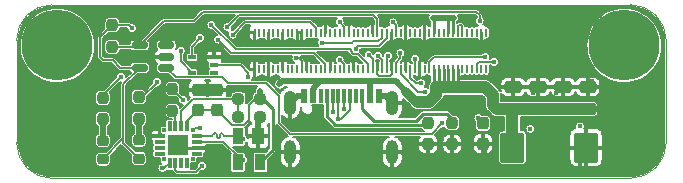
<source format=gtl>
G04 #@! TF.GenerationSoftware,KiCad,Pcbnew,(6.0.0)*
G04 #@! TF.CreationDate,2022-12-24T23:31:17+01:00*
G04 #@! TF.ProjectId,MinCab,4d696e43-6162-42e6-9b69-6361645f7063,rev?*
G04 #@! TF.SameCoordinates,Original*
G04 #@! TF.FileFunction,Copper,L1,Top*
G04 #@! TF.FilePolarity,Positive*
%FSLAX46Y46*%
G04 Gerber Fmt 4.6, Leading zero omitted, Abs format (unit mm)*
G04 Created by KiCad (PCBNEW (6.0.0)) date 2022-12-24 23:31:17*
%MOMM*%
%LPD*%
G01*
G04 APERTURE LIST*
G04 Aperture macros list*
%AMRoundRect*
0 Rectangle with rounded corners*
0 $1 Rounding radius*
0 $2 $3 $4 $5 $6 $7 $8 $9 X,Y pos of 4 corners*
0 Add a 4 corners polygon primitive as box body*
4,1,4,$2,$3,$4,$5,$6,$7,$8,$9,$2,$3,0*
0 Add four circle primitives for the rounded corners*
1,1,$1+$1,$2,$3*
1,1,$1+$1,$4,$5*
1,1,$1+$1,$6,$7*
1,1,$1+$1,$8,$9*
0 Add four rect primitives between the rounded corners*
20,1,$1+$1,$2,$3,$4,$5,0*
20,1,$1+$1,$4,$5,$6,$7,0*
20,1,$1+$1,$6,$7,$8,$9,0*
20,1,$1+$1,$8,$9,$2,$3,0*%
G04 Aperture macros list end*
G04 #@! TA.AperFunction,Profile*
%ADD10C,0.050000*%
G04 #@! TD*
G04 #@! TA.AperFunction,SMDPad,CuDef*
%ADD11RoundRect,0.250000X0.475000X-0.250000X0.475000X0.250000X-0.475000X0.250000X-0.475000X-0.250000X0*%
G04 #@! TD*
G04 #@! TA.AperFunction,SMDPad,CuDef*
%ADD12RoundRect,0.237500X-0.237500X0.250000X-0.237500X-0.250000X0.237500X-0.250000X0.237500X0.250000X0*%
G04 #@! TD*
G04 #@! TA.AperFunction,SMDPad,CuDef*
%ADD13RoundRect,0.237500X-0.250000X-0.237500X0.250000X-0.237500X0.250000X0.237500X-0.250000X0.237500X0*%
G04 #@! TD*
G04 #@! TA.AperFunction,SMDPad,CuDef*
%ADD14RoundRect,0.150000X0.512500X0.150000X-0.512500X0.150000X-0.512500X-0.150000X0.512500X-0.150000X0*%
G04 #@! TD*
G04 #@! TA.AperFunction,SMDPad,CuDef*
%ADD15R,0.200000X0.700000*%
G04 #@! TD*
G04 #@! TA.AperFunction,ComponentPad*
%ADD16C,6.000000*%
G04 #@! TD*
G04 #@! TA.AperFunction,SMDPad,CuDef*
%ADD17R,1.100000X1.400000*%
G04 #@! TD*
G04 #@! TA.AperFunction,SMDPad,CuDef*
%ADD18R,0.900000X1.400000*%
G04 #@! TD*
G04 #@! TA.AperFunction,SMDPad,CuDef*
%ADD19RoundRect,0.237500X0.237500X-0.250000X0.237500X0.250000X-0.237500X0.250000X-0.237500X-0.250000X0*%
G04 #@! TD*
G04 #@! TA.AperFunction,SMDPad,CuDef*
%ADD20RoundRect,0.237500X-0.237500X0.300000X-0.237500X-0.300000X0.237500X-0.300000X0.237500X0.300000X0*%
G04 #@! TD*
G04 #@! TA.AperFunction,SMDPad,CuDef*
%ADD21R,0.650000X0.400000*%
G04 #@! TD*
G04 #@! TA.AperFunction,SMDPad,CuDef*
%ADD22RoundRect,0.218750X-0.256250X0.218750X-0.256250X-0.218750X0.256250X-0.218750X0.256250X0.218750X0*%
G04 #@! TD*
G04 #@! TA.AperFunction,SMDPad,CuDef*
%ADD23R,0.300000X0.300000*%
G04 #@! TD*
G04 #@! TA.AperFunction,SMDPad,CuDef*
%ADD24R,0.900000X0.300000*%
G04 #@! TD*
G04 #@! TA.AperFunction,SMDPad,CuDef*
%ADD25R,0.300000X0.900000*%
G04 #@! TD*
G04 #@! TA.AperFunction,SMDPad,CuDef*
%ADD26R,1.800000X1.800000*%
G04 #@! TD*
G04 #@! TA.AperFunction,ComponentPad*
%ADD27C,0.800000*%
G04 #@! TD*
G04 #@! TA.AperFunction,SMDPad,CuDef*
%ADD28R,0.600000X1.150000*%
G04 #@! TD*
G04 #@! TA.AperFunction,SMDPad,CuDef*
%ADD29R,0.300000X1.150000*%
G04 #@! TD*
G04 #@! TA.AperFunction,ComponentPad*
%ADD30O,1.050000X2.100000*%
G04 #@! TD*
G04 #@! TA.AperFunction,ComponentPad*
%ADD31O,1.000000X2.000000*%
G04 #@! TD*
G04 #@! TA.AperFunction,SMDPad,CuDef*
%ADD32RoundRect,0.237500X0.250000X0.237500X-0.250000X0.237500X-0.250000X-0.237500X0.250000X-0.237500X0*%
G04 #@! TD*
G04 #@! TA.AperFunction,SMDPad,CuDef*
%ADD33RoundRect,0.250000X-0.787500X-1.025000X0.787500X-1.025000X0.787500X1.025000X-0.787500X1.025000X0*%
G04 #@! TD*
G04 #@! TA.AperFunction,ViaPad*
%ADD34C,0.450000*%
G04 #@! TD*
G04 #@! TA.AperFunction,Conductor*
%ADD35C,0.130000*%
G04 #@! TD*
G04 #@! TA.AperFunction,Conductor*
%ADD36C,0.230000*%
G04 #@! TD*
G04 #@! TA.AperFunction,Conductor*
%ADD37C,0.500000*%
G04 #@! TD*
G04 #@! TA.AperFunction,Conductor*
%ADD38C,1.000000*%
G04 #@! TD*
G04 #@! TA.AperFunction,Conductor*
%ADD39C,0.800000*%
G04 #@! TD*
G04 #@! TA.AperFunction,Conductor*
%ADD40C,0.127000*%
G04 #@! TD*
G04 APERTURE END LIST*
D10*
X117300000Y-91200000D02*
G75*
G03*
X120300000Y-94200000I3000001J1D01*
G01*
X172300000Y-82500000D02*
X172300000Y-91200000D01*
X169300000Y-94200000D02*
X120300000Y-94200000D01*
X172300000Y-82500000D02*
G75*
G03*
X169300000Y-79500000I-3000001J-1D01*
G01*
X169300000Y-94200000D02*
G75*
G03*
X172300000Y-91200000I-1J3000001D01*
G01*
X120300000Y-79500000D02*
X169300000Y-79500000D01*
X120300000Y-79500000D02*
G75*
G03*
X117300000Y-82500000I1J-3000001D01*
G01*
X117300000Y-82500000D02*
X117300000Y-91200000D01*
D11*
X159350000Y-88350000D03*
X159350000Y-86450000D03*
X161450000Y-88350000D03*
X161450000Y-86450000D03*
D12*
X130500000Y-86637500D03*
X130500000Y-88462500D03*
D13*
X136087500Y-87500000D03*
X137912500Y-87500000D03*
D14*
X129987500Y-84850000D03*
X129987500Y-83900000D03*
X129987500Y-82950000D03*
X127712500Y-82950000D03*
X127712500Y-84850000D03*
D15*
X137450000Y-84950000D03*
X137450000Y-81870000D03*
X137850000Y-84950000D03*
X137850000Y-81870000D03*
X138250000Y-84950000D03*
X138250000Y-81870000D03*
X138650000Y-84950000D03*
X138650000Y-81870000D03*
X139050000Y-84950000D03*
X139050000Y-81870000D03*
X139450000Y-84950000D03*
X139450000Y-81870000D03*
X139850000Y-84950000D03*
X139850000Y-81870000D03*
X140250000Y-84950000D03*
X140250000Y-81870000D03*
X140650000Y-84950000D03*
X140650000Y-81870000D03*
X141050000Y-84950000D03*
X141050000Y-81870000D03*
X141450000Y-84950000D03*
X141450000Y-81870000D03*
X141850000Y-84950000D03*
X141850000Y-81870000D03*
X142250000Y-84950000D03*
X142250000Y-81870000D03*
X142650000Y-84950000D03*
X142650000Y-81870000D03*
X143050000Y-84950000D03*
X143050000Y-81870000D03*
X143450000Y-84950000D03*
X143450000Y-81870000D03*
X143850000Y-84950000D03*
X143850000Y-81870000D03*
X144250000Y-84950000D03*
X144250000Y-81870000D03*
X144650000Y-84950000D03*
X144650000Y-81870000D03*
X145050000Y-84950000D03*
X145050000Y-81870000D03*
X145450000Y-84950000D03*
X145450000Y-81870000D03*
X145850000Y-84950000D03*
X145850000Y-81870000D03*
X146250000Y-84950000D03*
X146250000Y-81870000D03*
X146650000Y-84950000D03*
X146650000Y-81870000D03*
X147050000Y-84950000D03*
X147050000Y-81870000D03*
X147450000Y-84950000D03*
X147450000Y-81870000D03*
X147850000Y-84950000D03*
X147850000Y-81870000D03*
X148250000Y-84950000D03*
X148250000Y-81870000D03*
X148650000Y-84950000D03*
X148650000Y-81870000D03*
X149050000Y-84950000D03*
X149050000Y-81870000D03*
X149450000Y-84950000D03*
X149450000Y-81870000D03*
X149850000Y-84950000D03*
X149850000Y-81870000D03*
X150250000Y-84950000D03*
X150250000Y-81870000D03*
X150650000Y-84950000D03*
X150650000Y-81870000D03*
X151050000Y-84950000D03*
X151050000Y-81870000D03*
X151450000Y-84950000D03*
X151450000Y-81870000D03*
X151850000Y-84950000D03*
X151850000Y-81870000D03*
X152250000Y-84950000D03*
X152250000Y-81870000D03*
X152650000Y-84950000D03*
X152650000Y-81870000D03*
X153050000Y-84950000D03*
X153050000Y-81870000D03*
X153450000Y-84950000D03*
X153450000Y-81870000D03*
X153850000Y-84950000D03*
X153850000Y-81870000D03*
X154250000Y-84950000D03*
X154250000Y-81870000D03*
X154650000Y-84950000D03*
X154650000Y-81870000D03*
X155050000Y-84950000D03*
X155050000Y-81870000D03*
X155450000Y-84950000D03*
X155450000Y-81870000D03*
X155850000Y-84950000D03*
X155850000Y-81870000D03*
X156250000Y-84950000D03*
X156250000Y-81870000D03*
X156650000Y-84950000D03*
X156650000Y-81870000D03*
X157050000Y-84950000D03*
X157050000Y-81870000D03*
D16*
X120750000Y-82950000D03*
X168750000Y-82950000D03*
D17*
X137750000Y-90650000D03*
D18*
X136050000Y-90650000D03*
X136050000Y-92850000D03*
X137950000Y-92850000D03*
D19*
X154200000Y-91312500D03*
X154200000Y-89487500D03*
D20*
X132650000Y-86687500D03*
X132650000Y-88412500D03*
D12*
X125400000Y-81237500D03*
X125400000Y-83062500D03*
D19*
X124600000Y-89200000D03*
X124600000Y-87375000D03*
D21*
X134050000Y-85250000D03*
X134050000Y-84600000D03*
X134050000Y-83950000D03*
X132150000Y-83950000D03*
X132150000Y-85250000D03*
D19*
X127650000Y-89162500D03*
X127650000Y-87337500D03*
D22*
X124600000Y-91000000D03*
X124600000Y-92575000D03*
D11*
X165650000Y-88350000D03*
X165650000Y-86450000D03*
X163550000Y-88350000D03*
X163550000Y-86450000D03*
D23*
X132250000Y-92600000D03*
D24*
X132550000Y-92100000D03*
X132550000Y-91600000D03*
X132550000Y-91100000D03*
X132550000Y-90600000D03*
D23*
X132250000Y-90100000D03*
D25*
X131750000Y-89800000D03*
X131250000Y-89800000D03*
X130750000Y-89800000D03*
X130250000Y-89800000D03*
D23*
X129750000Y-90100000D03*
D24*
X129450000Y-90600000D03*
X129450000Y-91100000D03*
X129450000Y-91600000D03*
X129450000Y-92100000D03*
D23*
X129750000Y-92600000D03*
D25*
X130250000Y-92900000D03*
X130750000Y-92900000D03*
X131250000Y-92900000D03*
X131750000Y-92900000D03*
D26*
X131000000Y-91350000D03*
D27*
X131000000Y-91350000D03*
D12*
X152150000Y-89487500D03*
X152150000Y-91312500D03*
D28*
X141600000Y-87245000D03*
X142400000Y-87245000D03*
D29*
X143550000Y-87245000D03*
X144550000Y-87245000D03*
X145050000Y-87245000D03*
X146050000Y-87245000D03*
D28*
X148000000Y-87245000D03*
X147200000Y-87245000D03*
D29*
X146550000Y-87245000D03*
X145550000Y-87245000D03*
X144050000Y-87245000D03*
X143050000Y-87245000D03*
D30*
X140480000Y-87820000D03*
D31*
X140480000Y-92000000D03*
X149120000Y-92000000D03*
D30*
X149120000Y-87820000D03*
D20*
X134300000Y-86687500D03*
X134300000Y-88412500D03*
D32*
X137912500Y-89000000D03*
X136087500Y-89000000D03*
D20*
X156800000Y-89550000D03*
X156800000Y-91275000D03*
D33*
X159287500Y-91600000D03*
X165512500Y-91600000D03*
D22*
X127650000Y-90962500D03*
X127650000Y-92537500D03*
D34*
X126150000Y-85600000D03*
X132842000Y-82296000D03*
X129200000Y-86050000D03*
X141000000Y-84050000D03*
X119000000Y-89000000D03*
X166000000Y-80000000D03*
X160000000Y-80000000D03*
X154000000Y-93000000D03*
X118000000Y-88000000D03*
X163000000Y-87000000D03*
X171000000Y-91000000D03*
X163000000Y-91000000D03*
X164000000Y-84000000D03*
X171000000Y-89000000D03*
X126000000Y-80000000D03*
X162000000Y-80000000D03*
X151600000Y-81000000D03*
X142000000Y-91000000D03*
X165000000Y-85000000D03*
X150000000Y-91000000D03*
X163000000Y-83000000D03*
X168000000Y-88000000D03*
X133500000Y-86700000D03*
X168000000Y-90000000D03*
X155500000Y-80800000D03*
X153000000Y-92000000D03*
X157000000Y-92000000D03*
X164000000Y-90000000D03*
X169000000Y-87000000D03*
X167000000Y-93000000D03*
X163000000Y-85000000D03*
X123000000Y-87000000D03*
X128000000Y-80000000D03*
X169000000Y-89000000D03*
X165000000Y-93000000D03*
X162000000Y-84000000D03*
X165000000Y-81000000D03*
X170000000Y-88000000D03*
X162000000Y-92000000D03*
X123000000Y-93000000D03*
X157750000Y-85250000D03*
X132000000Y-80000000D03*
X162000000Y-90000000D03*
X118000000Y-86000000D03*
X146000000Y-93000000D03*
X144000000Y-93000000D03*
X119000000Y-91000000D03*
X136950000Y-82700000D03*
X158000000Y-80000000D03*
X150000000Y-93000000D03*
X146400000Y-81000000D03*
X130000000Y-80000000D03*
X167000000Y-89000000D03*
X159000000Y-81000000D03*
X147000000Y-92000000D03*
X170000000Y-90000000D03*
X169000000Y-93000000D03*
X161000000Y-87000000D03*
X171000000Y-87000000D03*
X121000000Y-87000000D03*
X143253368Y-83680043D03*
X143600000Y-81000000D03*
X161000000Y-83000000D03*
X154000000Y-88000000D03*
X148000000Y-91000000D03*
X163000000Y-93000000D03*
X145000000Y-92000000D03*
X152000000Y-93000000D03*
X158000000Y-90000000D03*
X123000000Y-91000000D03*
X156000000Y-93000000D03*
X168000000Y-92000000D03*
X166000000Y-86000000D03*
X151000000Y-92000000D03*
X162000000Y-82000000D03*
X169000000Y-91000000D03*
X163000000Y-81000000D03*
X150400000Y-81000000D03*
X118000000Y-92000000D03*
X164000000Y-82000000D03*
X164000000Y-92000000D03*
X161000000Y-81000000D03*
X161000000Y-93000000D03*
X164000000Y-80000000D03*
X165000000Y-83000000D03*
X119000000Y-87000000D03*
X142240000Y-84074000D03*
X118000000Y-90000000D03*
X170000000Y-92000000D03*
X124000000Y-80000000D03*
X148000000Y-93000000D03*
X167000000Y-87000000D03*
X146000000Y-91000000D03*
X119000000Y-93000000D03*
X160100000Y-85200000D03*
X156400000Y-89100000D03*
X153350000Y-89550000D03*
X157750000Y-84350000D03*
X136900000Y-85600000D03*
X157000000Y-83930500D03*
X156500000Y-80850000D03*
X149800000Y-83600000D03*
X151052236Y-84103267D03*
X151550000Y-86150000D03*
X151850000Y-86850000D03*
X149200000Y-81000000D03*
X148750000Y-83850000D03*
X135150000Y-81400000D03*
X143150000Y-82700000D03*
X145999474Y-83250496D03*
X133800000Y-81204500D03*
X133000000Y-93150000D03*
X147100000Y-83750000D03*
X147900000Y-83800000D03*
X129650000Y-93350000D03*
X135600000Y-82025000D03*
X134350000Y-82450000D03*
X143000000Y-86000000D03*
X157550000Y-87800000D03*
X150600000Y-87200000D03*
X157550000Y-86950000D03*
X137900000Y-86800000D03*
X139550000Y-86250000D03*
X154300000Y-80600000D03*
X127100000Y-81500000D03*
X152600000Y-80600000D03*
X131200000Y-83400000D03*
X144650000Y-84150000D03*
X165000000Y-89800000D03*
X160800000Y-90000000D03*
X144650000Y-81000000D03*
X136500000Y-92650000D03*
X144550000Y-89150000D03*
X136500000Y-90900000D03*
X144050000Y-88550000D03*
X145028368Y-88328368D03*
X132800000Y-89950000D03*
X131396632Y-87546632D03*
D35*
X132842000Y-82358000D02*
X132150000Y-83050000D01*
X124600000Y-87150000D02*
X126150000Y-85600000D01*
X124600000Y-87375000D02*
X124600000Y-87150000D01*
X132150000Y-83050000D02*
X132150000Y-83950000D01*
X132842000Y-82296000D02*
X132842000Y-82358000D01*
X141000000Y-84050000D02*
X141200000Y-84050000D01*
X129200000Y-86100000D02*
X129200000Y-86050000D01*
X141200000Y-84050000D02*
X141450000Y-84300000D01*
X127662500Y-87337500D02*
X127962500Y-87337500D01*
X127650000Y-87337500D02*
X127662500Y-87337500D01*
X127962500Y-87337500D02*
X129200000Y-86100000D01*
X141450000Y-84300000D02*
X141450000Y-84950000D01*
D36*
X153767980Y-88755480D02*
X154500000Y-89487500D01*
X147540480Y-89340480D02*
X151121260Y-89340480D01*
X146550000Y-87245000D02*
X146550000Y-88350000D01*
X151121260Y-89340480D02*
X151706260Y-88755480D01*
X146550000Y-88350000D02*
X147540480Y-89340480D01*
X151706260Y-88755480D02*
X153767980Y-88755480D01*
X143550000Y-87245000D02*
X143550000Y-88950000D01*
X151937500Y-89700000D02*
X152150000Y-89487500D01*
X144300000Y-89700000D02*
X151937500Y-89700000D01*
X143550000Y-88950000D02*
X144300000Y-89700000D01*
D37*
X127650000Y-90962500D02*
X127650000Y-89162500D01*
X124600000Y-91000000D02*
X124600000Y-89200000D01*
D35*
X145850000Y-84548980D02*
X145001020Y-83700000D01*
X148900000Y-85500000D02*
X147960978Y-85500000D01*
D36*
X132550000Y-91600000D02*
X131250000Y-91600000D01*
D35*
X143850000Y-83850000D02*
X143700000Y-83700000D01*
X149050000Y-85350000D02*
X148900000Y-85500000D01*
X131250000Y-91600000D02*
X131000000Y-91350000D01*
X137750000Y-89162500D02*
X137912500Y-89000000D01*
D37*
X137750000Y-90650000D02*
X137750000Y-89162500D01*
D35*
X143700000Y-83700000D02*
X143273325Y-83700000D01*
X143273325Y-83700000D02*
X143253368Y-83680043D01*
X133512500Y-86687500D02*
X133500000Y-86700000D01*
X145001020Y-83700000D02*
X143700000Y-83700000D01*
D38*
X134300000Y-86687500D02*
X133512500Y-86687500D01*
D37*
X148545000Y-87245000D02*
X149120000Y-87820000D01*
D35*
X143850000Y-84950000D02*
X143850000Y-83850000D01*
D37*
X148000000Y-87245000D02*
X148545000Y-87245000D01*
D38*
X133500000Y-86700000D02*
X132662500Y-86700000D01*
D35*
X132662500Y-86700000D02*
X132650000Y-86687500D01*
D37*
X141600000Y-87245000D02*
X141055000Y-87245000D01*
X141055000Y-87245000D02*
X140480000Y-87820000D01*
D35*
X147850000Y-85389022D02*
X147850000Y-84950000D01*
X145850000Y-84950000D02*
X145850000Y-84548980D01*
X147960978Y-85500000D02*
X147850000Y-85389022D01*
X149050000Y-84950000D02*
X149050000Y-85350000D01*
X134700000Y-85650000D02*
X130787500Y-85650000D01*
X156400000Y-89300000D02*
X156650000Y-89550000D01*
X140419511Y-90419511D02*
X139500000Y-89500000D01*
X156400000Y-89100000D02*
X156400000Y-89300000D01*
X156400000Y-89150000D02*
X156800000Y-89550000D01*
X138450000Y-86150000D02*
X135200000Y-86150000D01*
X139500000Y-89500000D02*
X139500000Y-87200000D01*
X139500000Y-87200000D02*
X138450000Y-86150000D01*
X156400000Y-89100000D02*
X156400000Y-89150000D01*
X152480489Y-90419511D02*
X140419511Y-90419511D01*
X135200000Y-86150000D02*
X134700000Y-85650000D01*
X153350000Y-89550000D02*
X152480489Y-90419511D01*
X130787500Y-85650000D02*
X129987500Y-84850000D01*
X156250000Y-84550000D02*
X156250000Y-84950000D01*
X156450000Y-84350000D02*
X156250000Y-84550000D01*
X157750000Y-84350000D02*
X156450000Y-84350000D01*
X136900000Y-85600000D02*
X136900000Y-85239022D01*
X136900000Y-85239022D02*
X136260978Y-84600000D01*
X136260978Y-84600000D02*
X134050000Y-84600000D01*
X152250000Y-84350000D02*
X152250000Y-84950000D01*
X127600000Y-83062500D02*
X127712500Y-82950000D01*
X156240480Y-80140480D02*
X133072020Y-80140480D01*
X132312500Y-80900000D02*
X133072020Y-80140480D01*
X156500000Y-80400000D02*
X156240480Y-80140480D01*
X127712500Y-82937500D02*
X129750000Y-80900000D01*
X156500000Y-80850000D02*
X156500000Y-80400000D01*
X157000000Y-83930500D02*
X156980500Y-83950000D01*
X127712500Y-82950000D02*
X127712500Y-82937500D01*
X129750000Y-80900000D02*
X132312500Y-80900000D01*
X156980500Y-83950000D02*
X152650000Y-83950000D01*
X152650000Y-83950000D02*
X152250000Y-84350000D01*
X125400000Y-83062500D02*
X127600000Y-83062500D01*
X149800000Y-83600000D02*
X149800000Y-84050000D01*
X149800000Y-84050000D02*
X149450000Y-84400000D01*
X149450000Y-84400000D02*
X149450000Y-84950000D01*
X151052236Y-84103267D02*
X151052236Y-84947764D01*
X151052236Y-84947764D02*
X151050000Y-84950000D01*
X150650000Y-85700000D02*
X150650000Y-84950000D01*
X151550000Y-86150000D02*
X151100000Y-86150000D01*
X151100000Y-86150000D02*
X150650000Y-85700000D01*
X151850000Y-86850000D02*
X151310978Y-86850000D01*
X151310978Y-86850000D02*
X149850000Y-85389022D01*
X149850000Y-85389022D02*
X149850000Y-84950000D01*
X149200000Y-81000000D02*
X149450000Y-81250000D01*
X149450000Y-81250000D02*
X149450000Y-81870000D01*
X148650000Y-83950000D02*
X148650000Y-84950000D01*
X148750000Y-83850000D02*
X148650000Y-83950000D01*
X147500000Y-80400000D02*
X147850000Y-80750000D01*
X147850000Y-80750000D02*
X147850000Y-81870000D01*
X135150000Y-81400000D02*
X136150000Y-80400000D01*
X136150000Y-80400000D02*
X147500000Y-80400000D01*
X148200000Y-81920000D02*
X148250000Y-81870000D01*
X148200000Y-82321020D02*
X148200000Y-81920000D01*
X143150000Y-82700000D02*
X145700000Y-82700000D01*
X147921020Y-82600000D02*
X148200000Y-82321020D01*
X145700000Y-82700000D02*
X145800000Y-82600000D01*
X145800000Y-82600000D02*
X147921020Y-82600000D01*
X148650000Y-82350000D02*
X148650000Y-81870000D01*
X145999474Y-83250496D02*
X146249970Y-83000000D01*
X148000000Y-83000000D02*
X148650000Y-82350000D01*
X146249970Y-83000000D02*
X148000000Y-83000000D01*
X133800000Y-81204500D02*
X135845500Y-83250000D01*
X145825706Y-83670007D02*
X146171027Y-83670007D01*
X135845500Y-83250000D02*
X145579963Y-83250000D01*
X147050000Y-84548980D02*
X147050000Y-84950000D01*
X146171027Y-83670007D02*
X147050000Y-84548980D01*
X145579963Y-83250000D02*
X145579963Y-83424264D01*
X145579963Y-83424264D02*
X145825706Y-83670007D01*
X130750000Y-92900000D02*
X130750000Y-93480000D01*
X130920000Y-93650000D02*
X132500000Y-93650000D01*
X130750000Y-93480000D02*
X130920000Y-93650000D01*
X147450000Y-84100000D02*
X147100000Y-83750000D01*
X132500000Y-93650000D02*
X133000000Y-93150000D01*
X147450000Y-84950000D02*
X147450000Y-84100000D01*
X148250000Y-84150000D02*
X147900000Y-83800000D01*
X129650000Y-93350000D02*
X129800000Y-93350000D01*
X129800000Y-93350000D02*
X130250000Y-92900000D01*
X148250000Y-84950000D02*
X148250000Y-84150000D01*
X135600000Y-82025000D02*
X136625000Y-81000000D01*
X136625000Y-81000000D02*
X142181020Y-81000000D01*
X142181020Y-81000000D02*
X142650000Y-81468980D01*
X142650000Y-81468980D02*
X142650000Y-81870000D01*
X143450000Y-84550000D02*
X143450000Y-84950000D01*
X142475000Y-83575000D02*
X143450000Y-84550000D01*
X135475000Y-83575000D02*
X135925000Y-83575000D01*
X142475000Y-83575000D02*
X135925000Y-83575000D01*
X134350000Y-82450000D02*
X135475000Y-83575000D01*
X155050000Y-81300000D02*
X154950000Y-81200000D01*
X154950000Y-81200000D02*
X154750000Y-81200000D01*
X154750000Y-81200000D02*
X154650000Y-81300000D01*
X154650000Y-81300000D02*
X154650000Y-81870000D01*
X155050000Y-81870000D02*
X155050000Y-81300000D01*
D37*
X150200000Y-86800000D02*
X149400000Y-86000000D01*
D36*
X152800000Y-86500000D02*
X153450000Y-86500000D01*
D37*
X142400000Y-86600000D02*
X143000000Y-86000000D01*
D35*
X132650000Y-88412500D02*
X134300000Y-88412500D01*
X131750000Y-89800000D02*
X131750000Y-89312500D01*
D38*
X153800000Y-86500000D02*
X152800000Y-86500000D01*
X157000000Y-86500000D02*
X157650000Y-87150000D01*
D37*
X149400000Y-86000000D02*
X147400000Y-86000000D01*
D38*
X152800000Y-87108462D02*
X152800000Y-86500000D01*
D37*
X143000000Y-86000000D02*
X147400000Y-86000000D01*
D36*
X153850000Y-86450000D02*
X153800000Y-86500000D01*
D35*
X134300000Y-88412500D02*
X135557020Y-89669520D01*
D38*
X165650000Y-88350000D02*
X158900000Y-88350000D01*
D36*
X152650000Y-86350000D02*
X152650000Y-84950000D01*
D38*
X157650000Y-87150000D02*
X157650000Y-88000000D01*
D36*
X154650000Y-84950000D02*
X154650000Y-86050000D01*
D35*
X136950000Y-89235968D02*
X136950000Y-88031250D01*
D37*
X147200000Y-86200000D02*
X147400000Y-86000000D01*
D38*
X155100000Y-86500000D02*
X154500000Y-86500000D01*
X155100000Y-86500000D02*
X157000000Y-86500000D01*
D35*
X131750000Y-89312500D02*
X132650000Y-88412500D01*
X137912500Y-87500000D02*
X138200000Y-87500000D01*
D37*
X139850000Y-86000000D02*
X139800000Y-86000000D01*
X137912500Y-86812500D02*
X137912500Y-87500000D01*
D35*
X137481250Y-87500000D02*
X137912500Y-87500000D01*
D36*
X152800000Y-86500000D02*
X152650000Y-86350000D01*
D37*
X139800000Y-86000000D02*
X139550000Y-86250000D01*
D38*
X152203951Y-87704511D02*
X152800000Y-87108462D01*
D36*
X138200000Y-87500000D02*
X139000000Y-88300000D01*
X153850000Y-84950000D02*
X153850000Y-86450000D01*
X154650000Y-86050000D02*
X155100000Y-86500000D01*
D38*
X159287500Y-88737500D02*
X158900000Y-88350000D01*
D37*
X142400000Y-87245000D02*
X142400000Y-86600000D01*
D38*
X159287500Y-91600000D02*
X159287500Y-88737500D01*
D35*
X135557020Y-89669520D02*
X136516448Y-89669520D01*
D36*
X154250000Y-86250000D02*
X154500000Y-86500000D01*
X153050000Y-86050000D02*
X153050000Y-84950000D01*
D39*
X150200000Y-86800000D02*
X151100000Y-87700000D01*
D37*
X147200000Y-87245000D02*
X147200000Y-86200000D01*
D35*
X136516448Y-89669520D02*
X136950000Y-89235968D01*
D37*
X143000000Y-86000000D02*
X139850000Y-86000000D01*
D35*
X136950000Y-88031250D02*
X137481250Y-87500000D01*
D39*
X151100000Y-87700000D02*
X151250000Y-87700000D01*
D36*
X139000000Y-88300000D02*
X139000000Y-91800000D01*
D37*
X137900000Y-86800000D02*
X137912500Y-86812500D01*
D38*
X157650000Y-88000000D02*
X158000000Y-88350000D01*
X151254511Y-87704511D02*
X152203951Y-87704511D01*
X154500000Y-86500000D02*
X153800000Y-86500000D01*
D36*
X154250000Y-84950000D02*
X154250000Y-86250000D01*
D38*
X158000000Y-88350000D02*
X158900000Y-88350000D01*
X151250000Y-87700000D02*
X151254511Y-87704511D01*
D36*
X139000000Y-91800000D02*
X137950000Y-92850000D01*
X153450000Y-86500000D02*
X153450000Y-84950000D01*
D35*
X124650000Y-84200000D02*
X124400000Y-83950000D01*
X126089032Y-84850000D02*
X125439032Y-84200000D01*
D37*
X153900000Y-80600000D02*
X154300000Y-80600000D01*
D36*
X153850000Y-80650000D02*
X153900000Y-80600000D01*
D35*
X124400000Y-83950000D02*
X124400000Y-82237500D01*
X126837500Y-81237500D02*
X127100000Y-81500000D01*
X126350000Y-90825000D02*
X126350000Y-90750000D01*
X124400000Y-82237500D02*
X125400000Y-81237500D01*
X126350000Y-90750000D02*
X126350000Y-86212500D01*
X127712500Y-84850000D02*
X126089032Y-84850000D01*
D36*
X153850000Y-81870000D02*
X153850000Y-80650000D01*
D35*
X126350000Y-90750000D02*
X126350000Y-91237500D01*
D36*
X154250000Y-80650000D02*
X154300000Y-80600000D01*
X154250000Y-81870000D02*
X154250000Y-80650000D01*
D35*
X126350000Y-86212500D02*
X127712500Y-84850000D01*
D36*
X152650000Y-81870000D02*
X152650000Y-80650000D01*
D35*
X125400000Y-81237500D02*
X126837500Y-81237500D01*
D36*
X152650000Y-80650000D02*
X152600000Y-80600000D01*
D35*
X131200000Y-83400000D02*
X131200000Y-84300000D01*
X126350000Y-91237500D02*
X127650000Y-92537500D01*
X124600000Y-92575000D02*
X126350000Y-90825000D01*
X125439032Y-84200000D02*
X124650000Y-84200000D01*
X131200000Y-84300000D02*
X132150000Y-85250000D01*
D37*
X152600000Y-80600000D02*
X153900000Y-80600000D01*
D35*
X145050000Y-84950000D02*
X145050000Y-84550000D01*
X145050000Y-84550000D02*
X144650000Y-84150000D01*
X145050000Y-81400000D02*
X144650000Y-81000000D01*
X145050000Y-81870000D02*
X145050000Y-81400000D01*
X144800000Y-89150000D02*
X145550000Y-88400000D01*
X134800000Y-91100000D02*
X136050000Y-92350000D01*
X144550000Y-89150000D02*
X144800000Y-89150000D01*
X145550000Y-88400000D02*
X145550000Y-87245000D01*
X136050000Y-92350000D02*
X136050000Y-92850000D01*
X144550000Y-89150000D02*
X144550000Y-87245000D01*
X136050000Y-92850000D02*
X136300000Y-92850000D01*
X136300000Y-92850000D02*
X136500000Y-92650000D01*
X132550000Y-91100000D02*
X134800000Y-91100000D01*
X136050000Y-90650000D02*
X136350000Y-90650000D01*
X136050000Y-90650000D02*
X136000000Y-90600000D01*
X134250000Y-90680595D02*
X134250000Y-90600000D01*
X136050000Y-90650000D02*
X136250000Y-90650000D01*
X145028368Y-88328368D02*
X145028368Y-87266632D01*
X134250000Y-90600000D02*
X134250000Y-90468810D01*
X136000000Y-90600000D02*
X134900000Y-90600000D01*
X133990000Y-90468810D02*
X133990000Y-90470000D01*
X144050000Y-87245000D02*
X144050000Y-88550000D01*
X133860000Y-90600000D02*
X132550000Y-90600000D01*
X134510000Y-90468810D02*
X134510000Y-90470000D01*
X134770000Y-90470000D02*
X134770000Y-90468810D01*
X134429405Y-90761190D02*
X134330595Y-90761190D01*
X134510000Y-90470000D02*
X134510000Y-90680595D01*
X145028368Y-87266632D02*
X145050000Y-87245000D01*
X136250000Y-90650000D02*
X136500000Y-90900000D01*
X134120000Y-90338810D02*
G75*
G02*
X134250000Y-90468810I0J-130000D01*
G01*
X134429405Y-90761190D02*
G75*
G03*
X134510000Y-90680595I-1J80596D01*
G01*
X134640000Y-90338810D02*
G75*
G02*
X134770000Y-90468810I0J-130000D01*
G01*
X134770000Y-90470000D02*
G75*
G03*
X134900000Y-90600000I130000J0D01*
G01*
X134250000Y-90680595D02*
G75*
G03*
X134330595Y-90761190I80596J1D01*
G01*
X134510000Y-90468810D02*
G75*
G02*
X134640000Y-90338810I130000J0D01*
G01*
X133990000Y-90468810D02*
G75*
G02*
X134120000Y-90338810I130000J0D01*
G01*
X133860000Y-90600000D02*
G75*
G03*
X133990000Y-90470000I0J130000D01*
G01*
X132400000Y-89950000D02*
X132250000Y-90100000D01*
X130500000Y-86650000D02*
X131396632Y-87546632D01*
X132800000Y-89950000D02*
X132400000Y-89950000D01*
X136087500Y-89000000D02*
X136087500Y-87500000D01*
X136087500Y-87500000D02*
X132250000Y-87500000D01*
X132250000Y-87500000D02*
X131250000Y-88500000D01*
X131250000Y-88500000D02*
X131250000Y-89800000D01*
X130750000Y-89800000D02*
X130750000Y-88712500D01*
X130750000Y-88712500D02*
X130500000Y-88462500D01*
D40*
X169283824Y-79691850D02*
X169316177Y-79691850D01*
X169320321Y-79690740D01*
X169614667Y-79707270D01*
X169925377Y-79760062D01*
X170228217Y-79847308D01*
X170519390Y-79967917D01*
X170795216Y-80120361D01*
X171052261Y-80302743D01*
X171287253Y-80512747D01*
X171497257Y-80747739D01*
X171679639Y-81004784D01*
X171832083Y-81280610D01*
X171952692Y-81571783D01*
X172039938Y-81874623D01*
X172092730Y-82185333D01*
X172109260Y-82479679D01*
X172108150Y-82483823D01*
X172108150Y-82516176D01*
X172110500Y-82524947D01*
X172110500Y-91175053D01*
X172108150Y-91183824D01*
X172108150Y-91216177D01*
X172109260Y-91220321D01*
X172092730Y-91514667D01*
X172039938Y-91825377D01*
X171952692Y-92128217D01*
X171832083Y-92419390D01*
X171679639Y-92695216D01*
X171497257Y-92952261D01*
X171287253Y-93187253D01*
X171052261Y-93397257D01*
X170795216Y-93579639D01*
X170519390Y-93732083D01*
X170228217Y-93852692D01*
X169925377Y-93939938D01*
X169614667Y-93992730D01*
X169320321Y-94009260D01*
X169316177Y-94008150D01*
X169283824Y-94008150D01*
X169275053Y-94010500D01*
X120324947Y-94010500D01*
X120316176Y-94008150D01*
X120283823Y-94008150D01*
X120279679Y-94009260D01*
X119985333Y-93992730D01*
X119674623Y-93939938D01*
X119371783Y-93852692D01*
X119080610Y-93732083D01*
X118804784Y-93579639D01*
X118547739Y-93397257D01*
X118312747Y-93187253D01*
X118102743Y-92952261D01*
X118013761Y-92826852D01*
X123932000Y-92826852D01*
X123932666Y-92835954D01*
X123942771Y-92904600D01*
X123948502Y-92923043D01*
X123999745Y-93027413D01*
X124011693Y-93044101D01*
X124093980Y-93126244D01*
X124110688Y-93138162D01*
X124215147Y-93189223D01*
X124233572Y-93194917D01*
X124301626Y-93204845D01*
X124310648Y-93205500D01*
X124889352Y-93205500D01*
X124898454Y-93204834D01*
X124967100Y-93194729D01*
X124985543Y-93188998D01*
X125089913Y-93137755D01*
X125106601Y-93125807D01*
X125188744Y-93043520D01*
X125200662Y-93026812D01*
X125251723Y-92922353D01*
X125257417Y-92903928D01*
X125267345Y-92835874D01*
X125268000Y-92826852D01*
X125268000Y-92323148D01*
X125267334Y-92314046D01*
X125262007Y-92277860D01*
X126144670Y-91395197D01*
X126151858Y-91404225D01*
X126157250Y-91409617D01*
X126176016Y-91433167D01*
X126197741Y-91450510D01*
X126198518Y-91450885D01*
X126987951Y-92240318D01*
X126982655Y-92276626D01*
X126982000Y-92285648D01*
X126982000Y-92789352D01*
X126982666Y-92798454D01*
X126992771Y-92867100D01*
X126998502Y-92885543D01*
X127049745Y-92989913D01*
X127061693Y-93006601D01*
X127143980Y-93088744D01*
X127160688Y-93100662D01*
X127265147Y-93151723D01*
X127283572Y-93157417D01*
X127351626Y-93167345D01*
X127360648Y-93168000D01*
X127939352Y-93168000D01*
X127948454Y-93167334D01*
X128017100Y-93157229D01*
X128035543Y-93151498D01*
X128139913Y-93100255D01*
X128156601Y-93088307D01*
X128238744Y-93006020D01*
X128250662Y-92989312D01*
X128301723Y-92884853D01*
X128307417Y-92866428D01*
X128317345Y-92798374D01*
X128318000Y-92789352D01*
X128318000Y-92285648D01*
X128317334Y-92276546D01*
X128307229Y-92207900D01*
X128301498Y-92189457D01*
X128250255Y-92085087D01*
X128238307Y-92068399D01*
X128156020Y-91986256D01*
X128139312Y-91974338D01*
X128034853Y-91923277D01*
X128016428Y-91917583D01*
X127948374Y-91907655D01*
X127939352Y-91907000D01*
X127384367Y-91907000D01*
X126691718Y-91214352D01*
X126982000Y-91214352D01*
X126982666Y-91223454D01*
X126992771Y-91292100D01*
X126998502Y-91310543D01*
X127049745Y-91414913D01*
X127061693Y-91431601D01*
X127143980Y-91513744D01*
X127160688Y-91525662D01*
X127265147Y-91576723D01*
X127283572Y-91582417D01*
X127351626Y-91592345D01*
X127360648Y-91593000D01*
X127939352Y-91593000D01*
X127948454Y-91592334D01*
X128017100Y-91582229D01*
X128035543Y-91576498D01*
X128139913Y-91525255D01*
X128156601Y-91513307D01*
X128238744Y-91431020D01*
X128250662Y-91414312D01*
X128301723Y-91309853D01*
X128307417Y-91291428D01*
X128317345Y-91223374D01*
X128318000Y-91214352D01*
X128318000Y-90710648D01*
X128317334Y-90701546D01*
X128307229Y-90632900D01*
X128301498Y-90614457D01*
X128250255Y-90510087D01*
X128238307Y-90493399D01*
X128194832Y-90450000D01*
X128637500Y-90450000D01*
X128655806Y-90494194D01*
X128700000Y-90512500D01*
X129300000Y-90512500D01*
X129344194Y-90494194D01*
X129362500Y-90450000D01*
X129362500Y-90150000D01*
X129344194Y-90105806D01*
X129300000Y-90087500D01*
X128955426Y-90087500D01*
X128948042Y-90087938D01*
X128921887Y-90091050D01*
X128903900Y-90095993D01*
X128801764Y-90141360D01*
X128782902Y-90154323D01*
X128703945Y-90233418D01*
X128691015Y-90252303D01*
X128645826Y-90354519D01*
X128640910Y-90372552D01*
X128637921Y-90398188D01*
X128637500Y-90405426D01*
X128637500Y-90450000D01*
X128194832Y-90450000D01*
X128156020Y-90411256D01*
X128139312Y-90399338D01*
X128093000Y-90376700D01*
X128093000Y-89791221D01*
X128132228Y-89771961D01*
X128148916Y-89760014D01*
X128235470Y-89673309D01*
X128247388Y-89656600D01*
X128301190Y-89546534D01*
X128306884Y-89528109D01*
X128317345Y-89456400D01*
X128318000Y-89447378D01*
X128318000Y-88877622D01*
X128317334Y-88868520D01*
X128306686Y-88796187D01*
X128300955Y-88777744D01*
X128246961Y-88667772D01*
X128235014Y-88651084D01*
X128148309Y-88564530D01*
X128131600Y-88552612D01*
X128021534Y-88498810D01*
X128003109Y-88493116D01*
X127931400Y-88482655D01*
X127922378Y-88482000D01*
X127377622Y-88482000D01*
X127368520Y-88482666D01*
X127296187Y-88493314D01*
X127277744Y-88499045D01*
X127167772Y-88553039D01*
X127151084Y-88564986D01*
X127064530Y-88651691D01*
X127052612Y-88668400D01*
X126998810Y-88778466D01*
X126993116Y-88796891D01*
X126982655Y-88868600D01*
X126982000Y-88877622D01*
X126982000Y-89447378D01*
X126982666Y-89456480D01*
X126993314Y-89528813D01*
X126999045Y-89547256D01*
X127053039Y-89657228D01*
X127064986Y-89673916D01*
X127151691Y-89760470D01*
X127168400Y-89772388D01*
X127207000Y-89791256D01*
X127207000Y-90376712D01*
X127160087Y-90399745D01*
X127143399Y-90411693D01*
X127061256Y-90493980D01*
X127049338Y-90510688D01*
X126998277Y-90615147D01*
X126992583Y-90633572D01*
X126982655Y-90701626D01*
X126982000Y-90710648D01*
X126982000Y-91214352D01*
X126691718Y-91214352D01*
X126608000Y-91130634D01*
X126608000Y-90839585D01*
X126611382Y-90809667D01*
X126608284Y-90782042D01*
X126608000Y-90781229D01*
X126608000Y-87622378D01*
X126982000Y-87622378D01*
X126982666Y-87631480D01*
X126993314Y-87703813D01*
X126999045Y-87722256D01*
X127053039Y-87832228D01*
X127064986Y-87848916D01*
X127151691Y-87935470D01*
X127168400Y-87947388D01*
X127278466Y-88001190D01*
X127296891Y-88006884D01*
X127368600Y-88017345D01*
X127377622Y-88018000D01*
X127922378Y-88018000D01*
X127931480Y-88017334D01*
X128003813Y-88006686D01*
X128022256Y-88000955D01*
X128132228Y-87946961D01*
X128148916Y-87935014D01*
X128235470Y-87848309D01*
X128247388Y-87831600D01*
X128301190Y-87721534D01*
X128306884Y-87703109D01*
X128317345Y-87631400D01*
X128318000Y-87622378D01*
X128318000Y-87346867D01*
X129193206Y-86471661D01*
X129209777Y-86471662D01*
X129321002Y-86454046D01*
X129339600Y-86448003D01*
X129439937Y-86396878D01*
X129455756Y-86385384D01*
X129535384Y-86305756D01*
X129546878Y-86289937D01*
X129598003Y-86189600D01*
X129604046Y-86171002D01*
X129621662Y-86059777D01*
X129621662Y-86040223D01*
X129604046Y-85928998D01*
X129598003Y-85910400D01*
X129546878Y-85810063D01*
X129535384Y-85794244D01*
X129455756Y-85714616D01*
X129439937Y-85703122D01*
X129339600Y-85651997D01*
X129321002Y-85645954D01*
X129209777Y-85628338D01*
X129190223Y-85628338D01*
X129078998Y-85645954D01*
X129060400Y-85651997D01*
X128960063Y-85703122D01*
X128944244Y-85714616D01*
X128864616Y-85794244D01*
X128853122Y-85810063D01*
X128801997Y-85910400D01*
X128795954Y-85928998D01*
X128778338Y-86040223D01*
X128778338Y-86059777D01*
X128791603Y-86143530D01*
X128171977Y-86763157D01*
X128148309Y-86739530D01*
X128131600Y-86727612D01*
X128021534Y-86673810D01*
X128003109Y-86668116D01*
X127931400Y-86657655D01*
X127922378Y-86657000D01*
X127377622Y-86657000D01*
X127368520Y-86657666D01*
X127296187Y-86668314D01*
X127277744Y-86674045D01*
X127167772Y-86728039D01*
X127151084Y-86739986D01*
X127064530Y-86826691D01*
X127052612Y-86843400D01*
X126998810Y-86953466D01*
X126993116Y-86971891D01*
X126982655Y-87043600D01*
X126982000Y-87052622D01*
X126982000Y-87622378D01*
X126608000Y-87622378D01*
X126608000Y-86319367D01*
X127584367Y-85343000D01*
X128266674Y-85342999D01*
X128274056Y-85342562D01*
X128298513Y-85339653D01*
X128316502Y-85334709D01*
X128412000Y-85292291D01*
X128430862Y-85279328D01*
X128504687Y-85205374D01*
X128517617Y-85186489D01*
X128559868Y-85090918D01*
X128564784Y-85072885D01*
X128567579Y-85048913D01*
X128568000Y-85041675D01*
X128567999Y-84658326D01*
X128567562Y-84650944D01*
X128564653Y-84626487D01*
X128559709Y-84608498D01*
X128517291Y-84513000D01*
X128504328Y-84494138D01*
X128430374Y-84420313D01*
X128411489Y-84407383D01*
X128315918Y-84365132D01*
X128297885Y-84360216D01*
X128273913Y-84357421D01*
X128266675Y-84357000D01*
X127158326Y-84357001D01*
X127150944Y-84357438D01*
X127126487Y-84360347D01*
X127108498Y-84365291D01*
X127013000Y-84407709D01*
X126994138Y-84420672D01*
X126920313Y-84494626D01*
X126907383Y-84513511D01*
X126872684Y-84592000D01*
X126195899Y-84592000D01*
X125652582Y-84048684D01*
X125652308Y-84048113D01*
X125635002Y-84026357D01*
X125611301Y-84007403D01*
X125605879Y-84001981D01*
X125594945Y-83993259D01*
X125588729Y-83989352D01*
X125565343Y-83970650D01*
X125540316Y-83958551D01*
X125539382Y-83958336D01*
X125538567Y-83957824D01*
X125512329Y-83948636D01*
X125482573Y-83945273D01*
X125475257Y-83943590D01*
X125461247Y-83942000D01*
X125453617Y-83942000D01*
X125423699Y-83938618D01*
X125396074Y-83941716D01*
X125395261Y-83942000D01*
X124756866Y-83942000D01*
X124658000Y-83843134D01*
X124658000Y-83347378D01*
X124732000Y-83347378D01*
X124732666Y-83356480D01*
X124743314Y-83428813D01*
X124749045Y-83447256D01*
X124803039Y-83557228D01*
X124814986Y-83573916D01*
X124901691Y-83660470D01*
X124918400Y-83672388D01*
X125028466Y-83726190D01*
X125046891Y-83731884D01*
X125118600Y-83742345D01*
X125127622Y-83743000D01*
X125672378Y-83743000D01*
X125681480Y-83742334D01*
X125753813Y-83731686D01*
X125772256Y-83725955D01*
X125882228Y-83671961D01*
X125898916Y-83660014D01*
X125985470Y-83573309D01*
X125997388Y-83556600D01*
X126051190Y-83446534D01*
X126056884Y-83428109D01*
X126067345Y-83356400D01*
X126068000Y-83347378D01*
X126068000Y-83320500D01*
X126935336Y-83320500D01*
X126994626Y-83379687D01*
X127013511Y-83392617D01*
X127109082Y-83434868D01*
X127127115Y-83439784D01*
X127151087Y-83442579D01*
X127158325Y-83443000D01*
X128266674Y-83442999D01*
X128274056Y-83442562D01*
X128298513Y-83439653D01*
X128316502Y-83434709D01*
X128412000Y-83392291D01*
X128430862Y-83379328D01*
X128504687Y-83305374D01*
X128517617Y-83286489D01*
X128559868Y-83190918D01*
X128564784Y-83172885D01*
X128567579Y-83148913D01*
X128568000Y-83141675D01*
X128567999Y-82758326D01*
X128567562Y-82750944D01*
X128564653Y-82726487D01*
X128559709Y-82708498D01*
X128517291Y-82613000D01*
X128504328Y-82594138D01*
X128462492Y-82552375D01*
X129856866Y-81158000D01*
X132268499Y-81158000D01*
X132269091Y-81158208D01*
X132296713Y-81161356D01*
X132326870Y-81158000D01*
X132334542Y-81158000D01*
X132348441Y-81156435D01*
X132355592Y-81154804D01*
X132385360Y-81151491D01*
X132411614Y-81142347D01*
X132412425Y-81141839D01*
X132413360Y-81141626D01*
X132438411Y-81129570D01*
X132461827Y-81110911D01*
X132468198Y-81106922D01*
X132479225Y-81098142D01*
X132484617Y-81092750D01*
X132508167Y-81073984D01*
X132525510Y-81052259D01*
X132525885Y-81051482D01*
X133178887Y-80398480D01*
X135786653Y-80398480D01*
X135200367Y-80984767D01*
X135159777Y-80978338D01*
X135140223Y-80978338D01*
X135028998Y-80995954D01*
X135010400Y-81001997D01*
X134910063Y-81053122D01*
X134894244Y-81064616D01*
X134814616Y-81144244D01*
X134803122Y-81160063D01*
X134751997Y-81260400D01*
X134745954Y-81278998D01*
X134728338Y-81390223D01*
X134728338Y-81409777D01*
X134745954Y-81521002D01*
X134751997Y-81539600D01*
X134803122Y-81639937D01*
X134814616Y-81655756D01*
X134894244Y-81735384D01*
X134910063Y-81746878D01*
X135010400Y-81798003D01*
X135028998Y-81804046D01*
X135140223Y-81821662D01*
X135159777Y-81821662D01*
X135241031Y-81808793D01*
X135201997Y-81885400D01*
X135195954Y-81903998D01*
X135178338Y-82015223D01*
X135178338Y-82034777D01*
X135195954Y-82146002D01*
X135201997Y-82164600D01*
X135253122Y-82264937D01*
X135264616Y-82280756D01*
X135344244Y-82360384D01*
X135360063Y-82371878D01*
X135460400Y-82423003D01*
X135478998Y-82429046D01*
X135590223Y-82446662D01*
X135609777Y-82446662D01*
X135721002Y-82429046D01*
X135739600Y-82423003D01*
X135839937Y-82371878D01*
X135855756Y-82360384D01*
X135935384Y-82280756D01*
X135946878Y-82264937D01*
X135947063Y-82264574D01*
X136987500Y-82264574D01*
X136987938Y-82271958D01*
X136991050Y-82298113D01*
X136995993Y-82316100D01*
X137041360Y-82418236D01*
X137054323Y-82437098D01*
X137133418Y-82516055D01*
X137152303Y-82528985D01*
X137254519Y-82574174D01*
X137272552Y-82579090D01*
X137298188Y-82582079D01*
X137305426Y-82582500D01*
X137350000Y-82582500D01*
X137394194Y-82564194D01*
X137412500Y-82520000D01*
X137412500Y-81970000D01*
X137394194Y-81925806D01*
X137350000Y-81907500D01*
X137050000Y-81907500D01*
X137005806Y-81925806D01*
X136987500Y-81970000D01*
X136987500Y-82264574D01*
X135947063Y-82264574D01*
X135998003Y-82164600D01*
X136004046Y-82146002D01*
X136021662Y-82034777D01*
X136021662Y-82015223D01*
X136015233Y-81974634D01*
X136731866Y-81258000D01*
X137099284Y-81258000D01*
X137053945Y-81303418D01*
X137041015Y-81322303D01*
X136995826Y-81424519D01*
X136990910Y-81442552D01*
X136987921Y-81468188D01*
X136987500Y-81475426D01*
X136987500Y-81770000D01*
X137005806Y-81814194D01*
X137050000Y-81832500D01*
X137487500Y-81832500D01*
X137487500Y-82520000D01*
X137505806Y-82564194D01*
X137550000Y-82582500D01*
X137594574Y-82582500D01*
X137601958Y-82582062D01*
X137628113Y-82578950D01*
X137646100Y-82574007D01*
X137748236Y-82528640D01*
X137767098Y-82515677D01*
X137846055Y-82436582D01*
X137858985Y-82417697D01*
X137861062Y-82413000D01*
X137962854Y-82412999D01*
X137975045Y-82411799D01*
X138013110Y-82404229D01*
X138035642Y-82394896D01*
X138050000Y-82385302D01*
X138064358Y-82394896D01*
X138086888Y-82404228D01*
X138124952Y-82411799D01*
X138137145Y-82413000D01*
X138239034Y-82412999D01*
X138241360Y-82418236D01*
X138254323Y-82437098D01*
X138333418Y-82516055D01*
X138352303Y-82528985D01*
X138454519Y-82574174D01*
X138472552Y-82579090D01*
X138498188Y-82582079D01*
X138505426Y-82582500D01*
X138550000Y-82582500D01*
X138594194Y-82564194D01*
X138612500Y-82520000D01*
X138612500Y-81832500D01*
X138687500Y-81832500D01*
X138687500Y-82520000D01*
X138705806Y-82564194D01*
X138750000Y-82582500D01*
X138794574Y-82582500D01*
X138801958Y-82582062D01*
X138828113Y-82578950D01*
X138846100Y-82574007D01*
X138948236Y-82528640D01*
X138967098Y-82515677D01*
X139046055Y-82436582D01*
X139058985Y-82417697D01*
X139061062Y-82413000D01*
X139162854Y-82412999D01*
X139175045Y-82411799D01*
X139213110Y-82404229D01*
X139235642Y-82394896D01*
X139250000Y-82385302D01*
X139264358Y-82394896D01*
X139286888Y-82404228D01*
X139324952Y-82411799D01*
X139337145Y-82413000D01*
X139439034Y-82412999D01*
X139441360Y-82418236D01*
X139454323Y-82437098D01*
X139533418Y-82516055D01*
X139552303Y-82528985D01*
X139654519Y-82574174D01*
X139672552Y-82579090D01*
X139698188Y-82582079D01*
X139705426Y-82582500D01*
X139750000Y-82582500D01*
X139794194Y-82564194D01*
X139812500Y-82520000D01*
X139812500Y-81832500D01*
X139887500Y-81832500D01*
X139887500Y-82520000D01*
X139905806Y-82564194D01*
X139950000Y-82582500D01*
X139994574Y-82582500D01*
X140001958Y-82582062D01*
X140028113Y-82578950D01*
X140046100Y-82574007D01*
X140148236Y-82528640D01*
X140167098Y-82515677D01*
X140246055Y-82436582D01*
X140258985Y-82417697D01*
X140261062Y-82413000D01*
X140362854Y-82412999D01*
X140375045Y-82411799D01*
X140413110Y-82404229D01*
X140435642Y-82394896D01*
X140450000Y-82385302D01*
X140464358Y-82394896D01*
X140486888Y-82404228D01*
X140524952Y-82411799D01*
X140537145Y-82413000D01*
X140639034Y-82412999D01*
X140641360Y-82418236D01*
X140654323Y-82437098D01*
X140733418Y-82516055D01*
X140752303Y-82528985D01*
X140854519Y-82574174D01*
X140872552Y-82579090D01*
X140898188Y-82582079D01*
X140905426Y-82582500D01*
X140950000Y-82582500D01*
X140994194Y-82564194D01*
X141012500Y-82520000D01*
X141087500Y-82520000D01*
X141105806Y-82564194D01*
X141150000Y-82582500D01*
X141194574Y-82582500D01*
X141201958Y-82582062D01*
X141228113Y-82578950D01*
X141246100Y-82574007D01*
X141250111Y-82572225D01*
X141254519Y-82574174D01*
X141272552Y-82579090D01*
X141298188Y-82582079D01*
X141305426Y-82582500D01*
X141350000Y-82582500D01*
X141394194Y-82564194D01*
X141412500Y-82520000D01*
X141412500Y-81970000D01*
X141394194Y-81925806D01*
X141350000Y-81907500D01*
X141150000Y-81907500D01*
X141105806Y-81925806D01*
X141087500Y-81970000D01*
X141087500Y-82520000D01*
X141012500Y-82520000D01*
X141012500Y-81832500D01*
X141487500Y-81832500D01*
X141487500Y-82520000D01*
X141505806Y-82564194D01*
X141550000Y-82582500D01*
X141594574Y-82582500D01*
X141601958Y-82582062D01*
X141628113Y-82578950D01*
X141646100Y-82574007D01*
X141748236Y-82528640D01*
X141767098Y-82515677D01*
X141846055Y-82436582D01*
X141858985Y-82417697D01*
X141861062Y-82413000D01*
X141962854Y-82412999D01*
X141975045Y-82411799D01*
X142013110Y-82404229D01*
X142035642Y-82394896D01*
X142050000Y-82385302D01*
X142064358Y-82394896D01*
X142086888Y-82404228D01*
X142124952Y-82411799D01*
X142137145Y-82413000D01*
X142362854Y-82412999D01*
X142375045Y-82411799D01*
X142413110Y-82404229D01*
X142435642Y-82394896D01*
X142450000Y-82385302D01*
X142464358Y-82394896D01*
X142486888Y-82404228D01*
X142524952Y-82411799D01*
X142537145Y-82413000D01*
X142762854Y-82412999D01*
X142775045Y-82411799D01*
X142813110Y-82404229D01*
X142835642Y-82394896D01*
X142850000Y-82385302D01*
X142864122Y-82394738D01*
X142814616Y-82444244D01*
X142803122Y-82460063D01*
X142751997Y-82560400D01*
X142745954Y-82578998D01*
X142728338Y-82690223D01*
X142728338Y-82709777D01*
X142745954Y-82821002D01*
X142751997Y-82839600D01*
X142803122Y-82939937D01*
X142814616Y-82955756D01*
X142850860Y-82992000D01*
X135952367Y-82992000D01*
X134215233Y-81254867D01*
X134221662Y-81214277D01*
X134221662Y-81194723D01*
X134204046Y-81083498D01*
X134198003Y-81064900D01*
X134146878Y-80964563D01*
X134135384Y-80948744D01*
X134055756Y-80869116D01*
X134039937Y-80857622D01*
X133939600Y-80806497D01*
X133921002Y-80800454D01*
X133809777Y-80782838D01*
X133790223Y-80782838D01*
X133678998Y-80800454D01*
X133660400Y-80806497D01*
X133560063Y-80857622D01*
X133544244Y-80869116D01*
X133464616Y-80948744D01*
X133453122Y-80964563D01*
X133401997Y-81064900D01*
X133395954Y-81083498D01*
X133378338Y-81194723D01*
X133378338Y-81214277D01*
X133395954Y-81325502D01*
X133401997Y-81344100D01*
X133453122Y-81444437D01*
X133464616Y-81460256D01*
X133544244Y-81539884D01*
X133560063Y-81551378D01*
X133660400Y-81602503D01*
X133678998Y-81608546D01*
X133790223Y-81626162D01*
X133809777Y-81626162D01*
X133850366Y-81619733D01*
X134270080Y-82039447D01*
X134228998Y-82045954D01*
X134210400Y-82051997D01*
X134110063Y-82103122D01*
X134094244Y-82114616D01*
X134014616Y-82194244D01*
X134003122Y-82210063D01*
X133951997Y-82310400D01*
X133945954Y-82328998D01*
X133928338Y-82440223D01*
X133928338Y-82459777D01*
X133945954Y-82571002D01*
X133951997Y-82589600D01*
X134003122Y-82689937D01*
X134014616Y-82705756D01*
X134094244Y-82785384D01*
X134110063Y-82796878D01*
X134210400Y-82848003D01*
X134228998Y-82854046D01*
X134340223Y-82871662D01*
X134359777Y-82871662D01*
X134400366Y-82865233D01*
X135261451Y-83726318D01*
X135261724Y-83726887D01*
X135279030Y-83748643D01*
X135302726Y-83767593D01*
X135308152Y-83773019D01*
X135319090Y-83781743D01*
X135325303Y-83785648D01*
X135348689Y-83804350D01*
X135373719Y-83816450D01*
X135374654Y-83816665D01*
X135375464Y-83817174D01*
X135401702Y-83826362D01*
X135431449Y-83829725D01*
X135438777Y-83831410D01*
X135452785Y-83833000D01*
X135460417Y-83833000D01*
X135490332Y-83836382D01*
X135517958Y-83833284D01*
X135518771Y-83833000D01*
X140641435Y-83833000D01*
X140601997Y-83910400D01*
X140595954Y-83928998D01*
X140578338Y-84040223D01*
X140578338Y-84059777D01*
X140595954Y-84171002D01*
X140601997Y-84189600D01*
X140653122Y-84289937D01*
X140664616Y-84305756D01*
X140744244Y-84385384D01*
X140760063Y-84396878D01*
X140786919Y-84410562D01*
X140775048Y-84408201D01*
X140762855Y-84407000D01*
X140537146Y-84407001D01*
X140524955Y-84408201D01*
X140486890Y-84415771D01*
X140464358Y-84425104D01*
X140450000Y-84434698D01*
X140435642Y-84425104D01*
X140413112Y-84415772D01*
X140375048Y-84408201D01*
X140362855Y-84407000D01*
X140260966Y-84407001D01*
X140258640Y-84401764D01*
X140245677Y-84382902D01*
X140166582Y-84303945D01*
X140147697Y-84291015D01*
X140045481Y-84245826D01*
X140027448Y-84240910D01*
X140001812Y-84237921D01*
X139994574Y-84237500D01*
X139950000Y-84237500D01*
X139905806Y-84255806D01*
X139887500Y-84300000D01*
X139887500Y-84987500D01*
X139812500Y-84987500D01*
X139812500Y-84300000D01*
X139794194Y-84255806D01*
X139750000Y-84237500D01*
X139705426Y-84237500D01*
X139698042Y-84237938D01*
X139671887Y-84241050D01*
X139653900Y-84245993D01*
X139551764Y-84291360D01*
X139532902Y-84304323D01*
X139453945Y-84383418D01*
X139441015Y-84402303D01*
X139438938Y-84407000D01*
X139337146Y-84407001D01*
X139324955Y-84408201D01*
X139286890Y-84415771D01*
X139264358Y-84425104D01*
X139250000Y-84434698D01*
X139235642Y-84425104D01*
X139213112Y-84415772D01*
X139175048Y-84408201D01*
X139162855Y-84407000D01*
X139060966Y-84407001D01*
X139058640Y-84401764D01*
X139045677Y-84382902D01*
X138966582Y-84303945D01*
X138947697Y-84291015D01*
X138845481Y-84245826D01*
X138827448Y-84240910D01*
X138801812Y-84237921D01*
X138794574Y-84237500D01*
X138750000Y-84237500D01*
X138705806Y-84255806D01*
X138687500Y-84300000D01*
X138687500Y-85600000D01*
X138705806Y-85644194D01*
X138750000Y-85662500D01*
X138794574Y-85662500D01*
X138801958Y-85662062D01*
X138828113Y-85658950D01*
X138846100Y-85654007D01*
X138948236Y-85608640D01*
X138967098Y-85595677D01*
X139046055Y-85516582D01*
X139058985Y-85497697D01*
X139061062Y-85493000D01*
X139162854Y-85492999D01*
X139175045Y-85491799D01*
X139213110Y-85484229D01*
X139235642Y-85474896D01*
X139250000Y-85465302D01*
X139264358Y-85474896D01*
X139286888Y-85484228D01*
X139324952Y-85491799D01*
X139337145Y-85493000D01*
X139439034Y-85492999D01*
X139441360Y-85498236D01*
X139454323Y-85517098D01*
X139533418Y-85596055D01*
X139552303Y-85608985D01*
X139572363Y-85617854D01*
X139551131Y-85628049D01*
X139537968Y-85636548D01*
X139533683Y-85640150D01*
X139532327Y-85641393D01*
X139517669Y-85652764D01*
X139480122Y-85693382D01*
X139214402Y-85959102D01*
X139207745Y-85966958D01*
X139152725Y-86043951D01*
X139143696Y-86062381D01*
X139107401Y-86183744D01*
X139104829Y-86204106D01*
X139109802Y-86330681D01*
X139113964Y-86350777D01*
X139159669Y-86468919D01*
X139170116Y-86486585D01*
X139251625Y-86583551D01*
X139267232Y-86596880D01*
X139375756Y-86662216D01*
X139394837Y-86669771D01*
X139518673Y-86696433D01*
X139539174Y-86697400D01*
X139664970Y-86682511D01*
X139684678Y-86676785D01*
X139798868Y-86621952D01*
X139812025Y-86613458D01*
X139816311Y-86609856D01*
X139820294Y-86606203D01*
X139983496Y-86443000D01*
X140231081Y-86443000D01*
X140157909Y-86463155D01*
X140145357Y-86468125D01*
X139986796Y-86551725D01*
X139975604Y-86559274D01*
X139838694Y-86674972D01*
X139829384Y-86684748D01*
X139720512Y-86827147D01*
X139713519Y-86838694D01*
X139646749Y-86981882D01*
X138663550Y-85998684D01*
X138663276Y-85998113D01*
X138645970Y-85976357D01*
X138622269Y-85957403D01*
X138616847Y-85951981D01*
X138605913Y-85943259D01*
X138599697Y-85939352D01*
X138576311Y-85920650D01*
X138551284Y-85908551D01*
X138550350Y-85908336D01*
X138549535Y-85907824D01*
X138523297Y-85898636D01*
X138493541Y-85895273D01*
X138486225Y-85893590D01*
X138472215Y-85892000D01*
X138464585Y-85892000D01*
X138434667Y-85888618D01*
X138407042Y-85891716D01*
X138406229Y-85892000D01*
X137199140Y-85892000D01*
X137235384Y-85855756D01*
X137246878Y-85839937D01*
X137298003Y-85739600D01*
X137304046Y-85721002D01*
X137313312Y-85662500D01*
X137350000Y-85662500D01*
X137394194Y-85644194D01*
X137412500Y-85600000D01*
X137487500Y-85600000D01*
X137505806Y-85644194D01*
X137550000Y-85662500D01*
X137594574Y-85662500D01*
X137601958Y-85662062D01*
X137628113Y-85658950D01*
X137646100Y-85654007D01*
X137748236Y-85608640D01*
X137767098Y-85595677D01*
X137846055Y-85516582D01*
X137858985Y-85497697D01*
X137861062Y-85493000D01*
X137962854Y-85492999D01*
X137975045Y-85491799D01*
X138013110Y-85484229D01*
X138035642Y-85474896D01*
X138050000Y-85465302D01*
X138064358Y-85474896D01*
X138086888Y-85484228D01*
X138124952Y-85491799D01*
X138137145Y-85493000D01*
X138239034Y-85492999D01*
X138241360Y-85498236D01*
X138254323Y-85517098D01*
X138333418Y-85596055D01*
X138352303Y-85608985D01*
X138454519Y-85654174D01*
X138472552Y-85659090D01*
X138498188Y-85662079D01*
X138505426Y-85662500D01*
X138550000Y-85662500D01*
X138594194Y-85644194D01*
X138612500Y-85600000D01*
X138612500Y-84300000D01*
X138594194Y-84255806D01*
X138550000Y-84237500D01*
X138505426Y-84237500D01*
X138498042Y-84237938D01*
X138471887Y-84241050D01*
X138453900Y-84245993D01*
X138351764Y-84291360D01*
X138332902Y-84304323D01*
X138253945Y-84383418D01*
X138241015Y-84402303D01*
X138238938Y-84407000D01*
X138137146Y-84407001D01*
X138124955Y-84408201D01*
X138086890Y-84415771D01*
X138064358Y-84425104D01*
X138050000Y-84434698D01*
X138035642Y-84425104D01*
X138013112Y-84415772D01*
X137975048Y-84408201D01*
X137962855Y-84407000D01*
X137860966Y-84407001D01*
X137858640Y-84401764D01*
X137845677Y-84382902D01*
X137766582Y-84303945D01*
X137747697Y-84291015D01*
X137645481Y-84245826D01*
X137627448Y-84240910D01*
X137601812Y-84237921D01*
X137594574Y-84237500D01*
X137550000Y-84237500D01*
X137505806Y-84255806D01*
X137487500Y-84300000D01*
X137487500Y-85600000D01*
X137412500Y-85600000D01*
X137412500Y-85050000D01*
X137394194Y-85005806D01*
X137350000Y-84987500D01*
X137050000Y-84987500D01*
X137024081Y-84998236D01*
X136875845Y-84850000D01*
X136987500Y-84850000D01*
X137005806Y-84894194D01*
X137050000Y-84912500D01*
X137350000Y-84912500D01*
X137394194Y-84894194D01*
X137412500Y-84850000D01*
X137412500Y-84300000D01*
X137394194Y-84255806D01*
X137350000Y-84237500D01*
X137305426Y-84237500D01*
X137298042Y-84237938D01*
X137271887Y-84241050D01*
X137253900Y-84245993D01*
X137151764Y-84291360D01*
X137132902Y-84304323D01*
X137053945Y-84383418D01*
X137041015Y-84402303D01*
X136995826Y-84504519D01*
X136990910Y-84522552D01*
X136987921Y-84548188D01*
X136987500Y-84555426D01*
X136987500Y-84850000D01*
X136875845Y-84850000D01*
X136474528Y-84448684D01*
X136474254Y-84448113D01*
X136456948Y-84426357D01*
X136433247Y-84407403D01*
X136427825Y-84401981D01*
X136416891Y-84393259D01*
X136410675Y-84389352D01*
X136387289Y-84370650D01*
X136362262Y-84358551D01*
X136361328Y-84358336D01*
X136360513Y-84357824D01*
X136334275Y-84348636D01*
X136304519Y-84345273D01*
X136297203Y-84343590D01*
X136283193Y-84342000D01*
X136275563Y-84342000D01*
X136245645Y-84338618D01*
X136218020Y-84341716D01*
X136217207Y-84342000D01*
X134686504Y-84342000D01*
X134729174Y-84245481D01*
X134734090Y-84227448D01*
X134737079Y-84201812D01*
X134737500Y-84194574D01*
X134737500Y-84100000D01*
X134719194Y-84055806D01*
X134675000Y-84037500D01*
X133425000Y-84037500D01*
X133380806Y-84055806D01*
X133362500Y-84100000D01*
X133362500Y-84194574D01*
X133362938Y-84201958D01*
X133366050Y-84228113D01*
X133370993Y-84246100D01*
X133416360Y-84348236D01*
X133429323Y-84367098D01*
X133508418Y-84446055D01*
X133527303Y-84458985D01*
X133532000Y-84461062D01*
X133532001Y-84812854D01*
X133533201Y-84825045D01*
X133540771Y-84863110D01*
X133550104Y-84885642D01*
X133576402Y-84925000D01*
X133550104Y-84964358D01*
X133540772Y-84986888D01*
X133533201Y-85024952D01*
X133532000Y-85037145D01*
X133532001Y-85392000D01*
X132668000Y-85392000D01*
X132667999Y-85037146D01*
X132666799Y-85024955D01*
X132659229Y-84986890D01*
X132649896Y-84964358D01*
X132621053Y-84921191D01*
X132603809Y-84903947D01*
X132560642Y-84875104D01*
X132538112Y-84865772D01*
X132500048Y-84858201D01*
X132487855Y-84857000D01*
X132121867Y-84857001D01*
X131458000Y-84193134D01*
X131458000Y-83737145D01*
X131632000Y-83737145D01*
X131632001Y-84162854D01*
X131633201Y-84175045D01*
X131640771Y-84213110D01*
X131650104Y-84235642D01*
X131678947Y-84278809D01*
X131696191Y-84296053D01*
X131739358Y-84324896D01*
X131761888Y-84334228D01*
X131799952Y-84341799D01*
X131812145Y-84343000D01*
X132487854Y-84342999D01*
X132500045Y-84341799D01*
X132538110Y-84334229D01*
X132560642Y-84324896D01*
X132603809Y-84296053D01*
X132621053Y-84278809D01*
X132649896Y-84235642D01*
X132659228Y-84213112D01*
X132666799Y-84175048D01*
X132668000Y-84162855D01*
X132667999Y-83800000D01*
X133362500Y-83800000D01*
X133380806Y-83844194D01*
X133425000Y-83862500D01*
X133900000Y-83862500D01*
X133944194Y-83844194D01*
X133962500Y-83800000D01*
X134137500Y-83800000D01*
X134155806Y-83844194D01*
X134200000Y-83862500D01*
X134675000Y-83862500D01*
X134719194Y-83844194D01*
X134737500Y-83800000D01*
X134737500Y-83705426D01*
X134737062Y-83698042D01*
X134733950Y-83671887D01*
X134729007Y-83653900D01*
X134683640Y-83551764D01*
X134670677Y-83532902D01*
X134591582Y-83453945D01*
X134572697Y-83441015D01*
X134470481Y-83395826D01*
X134452448Y-83390910D01*
X134426812Y-83387921D01*
X134419574Y-83387500D01*
X134200000Y-83387500D01*
X134155806Y-83405806D01*
X134137500Y-83450000D01*
X134137500Y-83800000D01*
X133962500Y-83800000D01*
X133962500Y-83450000D01*
X133944194Y-83405806D01*
X133900000Y-83387500D01*
X133680426Y-83387500D01*
X133673042Y-83387938D01*
X133646887Y-83391050D01*
X133628900Y-83395993D01*
X133526764Y-83441360D01*
X133507902Y-83454323D01*
X133428945Y-83533418D01*
X133416015Y-83552303D01*
X133370826Y-83654519D01*
X133365910Y-83672552D01*
X133362921Y-83698188D01*
X133362500Y-83705426D01*
X133362500Y-83800000D01*
X132667999Y-83800000D01*
X132667999Y-83737146D01*
X132666799Y-83724955D01*
X132659229Y-83686890D01*
X132649896Y-83664358D01*
X132621053Y-83621191D01*
X132603809Y-83603947D01*
X132560642Y-83575104D01*
X132538112Y-83565772D01*
X132500048Y-83558201D01*
X132487855Y-83557000D01*
X132408000Y-83557000D01*
X132408000Y-83156867D01*
X132847205Y-82717662D01*
X132851777Y-82717662D01*
X132963002Y-82700046D01*
X132981600Y-82694003D01*
X133081937Y-82642878D01*
X133097756Y-82631384D01*
X133177384Y-82551756D01*
X133188878Y-82535937D01*
X133240003Y-82435600D01*
X133246046Y-82417002D01*
X133263662Y-82305777D01*
X133263662Y-82286223D01*
X133246046Y-82174998D01*
X133240003Y-82156400D01*
X133188878Y-82056063D01*
X133177384Y-82040244D01*
X133097756Y-81960616D01*
X133081937Y-81949122D01*
X132981600Y-81897997D01*
X132963002Y-81891954D01*
X132851777Y-81874338D01*
X132832223Y-81874338D01*
X132720998Y-81891954D01*
X132702400Y-81897997D01*
X132602063Y-81949122D01*
X132586244Y-81960616D01*
X132506616Y-82040244D01*
X132495122Y-82056063D01*
X132443997Y-82156400D01*
X132437954Y-82174998D01*
X132420338Y-82286223D01*
X132420338Y-82305777D01*
X132435244Y-82399889D01*
X131998684Y-82836450D01*
X131998113Y-82836724D01*
X131976357Y-82854030D01*
X131957403Y-82877731D01*
X131951981Y-82883153D01*
X131943259Y-82894087D01*
X131939352Y-82900303D01*
X131920650Y-82923689D01*
X131908551Y-82948716D01*
X131908336Y-82949650D01*
X131907824Y-82950465D01*
X131898636Y-82976703D01*
X131895273Y-83006459D01*
X131893590Y-83013775D01*
X131892000Y-83027785D01*
X131892000Y-83035415D01*
X131888618Y-83065333D01*
X131891716Y-83092958D01*
X131892000Y-83093771D01*
X131892000Y-83557001D01*
X131812146Y-83557001D01*
X131799955Y-83558201D01*
X131761890Y-83565771D01*
X131739358Y-83575104D01*
X131696191Y-83603947D01*
X131678947Y-83621191D01*
X131650104Y-83664358D01*
X131640772Y-83686888D01*
X131633201Y-83724952D01*
X131632000Y-83737145D01*
X131458000Y-83737145D01*
X131458000Y-83733140D01*
X131535384Y-83655756D01*
X131546878Y-83639937D01*
X131598003Y-83539600D01*
X131604046Y-83521002D01*
X131621662Y-83409777D01*
X131621662Y-83390223D01*
X131604046Y-83278998D01*
X131598003Y-83260400D01*
X131546878Y-83160063D01*
X131535384Y-83144244D01*
X131455756Y-83064616D01*
X131439937Y-83053122D01*
X131339600Y-83001997D01*
X131321002Y-82995954D01*
X131209777Y-82978338D01*
X131190223Y-82978338D01*
X131078998Y-82995954D01*
X131060400Y-83001997D01*
X130960063Y-83053122D01*
X130944244Y-83064616D01*
X130864616Y-83144244D01*
X130853122Y-83160063D01*
X130818268Y-83228466D01*
X130834868Y-83190918D01*
X130839784Y-83172885D01*
X130842579Y-83148913D01*
X130843000Y-83141675D01*
X130842999Y-82758326D01*
X130842562Y-82750944D01*
X130839653Y-82726487D01*
X130834709Y-82708498D01*
X130792291Y-82613000D01*
X130779328Y-82594138D01*
X130705374Y-82520313D01*
X130686489Y-82507383D01*
X130590918Y-82465132D01*
X130572885Y-82460216D01*
X130548913Y-82457421D01*
X130541675Y-82457000D01*
X129433326Y-82457001D01*
X129425944Y-82457438D01*
X129401487Y-82460347D01*
X129383498Y-82465291D01*
X129288000Y-82507709D01*
X129269138Y-82520672D01*
X129195313Y-82594626D01*
X129182383Y-82613511D01*
X129140132Y-82709082D01*
X129135216Y-82727115D01*
X129132421Y-82751087D01*
X129132000Y-82758325D01*
X129132001Y-83141674D01*
X129132438Y-83149056D01*
X129135347Y-83173513D01*
X129140291Y-83191502D01*
X129182709Y-83287000D01*
X129195673Y-83305862D01*
X129203319Y-83313495D01*
X129116075Y-83377935D01*
X129102935Y-83391075D01*
X129022540Y-83499920D01*
X129013843Y-83516345D01*
X128969008Y-83644018D01*
X128965755Y-83658844D01*
X128962777Y-83690347D01*
X128962500Y-83696229D01*
X128962500Y-83750000D01*
X128980806Y-83794194D01*
X129025000Y-83812500D01*
X130075000Y-83812500D01*
X130075000Y-83987500D01*
X129025001Y-83987500D01*
X128980807Y-84005806D01*
X128962501Y-84050000D01*
X128962501Y-84103770D01*
X128962778Y-84109650D01*
X128965755Y-84141154D01*
X128969008Y-84155982D01*
X129013843Y-84283655D01*
X129022540Y-84300080D01*
X129102935Y-84408925D01*
X129116075Y-84422065D01*
X129203377Y-84486548D01*
X129195313Y-84494626D01*
X129182383Y-84513511D01*
X129140132Y-84609082D01*
X129135216Y-84627115D01*
X129132421Y-84651087D01*
X129132000Y-84658325D01*
X129132001Y-85041674D01*
X129132438Y-85049056D01*
X129135347Y-85073513D01*
X129140291Y-85091502D01*
X129182709Y-85187000D01*
X129195672Y-85205862D01*
X129269626Y-85279687D01*
X129288511Y-85292617D01*
X129384082Y-85334868D01*
X129402115Y-85339784D01*
X129426087Y-85342579D01*
X129433325Y-85343000D01*
X130115632Y-85342999D01*
X130573951Y-85801318D01*
X130574224Y-85801887D01*
X130591530Y-85823643D01*
X130615226Y-85842593D01*
X130620653Y-85848020D01*
X130631585Y-85856740D01*
X130637801Y-85860647D01*
X130661190Y-85879351D01*
X130686216Y-85891449D01*
X130687150Y-85891664D01*
X130687965Y-85892176D01*
X130714203Y-85901364D01*
X130743959Y-85904727D01*
X130751275Y-85906410D01*
X130765285Y-85908000D01*
X130772915Y-85908000D01*
X130802833Y-85911382D01*
X130830458Y-85908284D01*
X130831271Y-85908000D01*
X132051770Y-85908000D01*
X131991070Y-85954074D01*
X131979074Y-85966070D01*
X131890037Y-86083372D01*
X131881709Y-86098151D01*
X131827497Y-86235075D01*
X131823561Y-86250575D01*
X131812953Y-86338236D01*
X131812500Y-86345744D01*
X131812500Y-86537500D01*
X131830806Y-86581694D01*
X131875000Y-86600000D01*
X132737500Y-86600000D01*
X132737500Y-86775000D01*
X131875000Y-86775000D01*
X131830806Y-86793306D01*
X131812500Y-86837500D01*
X131812500Y-87029256D01*
X131812953Y-87036764D01*
X131823561Y-87124425D01*
X131827497Y-87139925D01*
X131881709Y-87276849D01*
X131890037Y-87291628D01*
X131977835Y-87407298D01*
X131816331Y-87568802D01*
X131818294Y-87556409D01*
X131818294Y-87536855D01*
X131800678Y-87425630D01*
X131794635Y-87407032D01*
X131743510Y-87306695D01*
X131732016Y-87290876D01*
X131652388Y-87211248D01*
X131636569Y-87199754D01*
X131536232Y-87148629D01*
X131517634Y-87142586D01*
X131406409Y-87124970D01*
X131386855Y-87124970D01*
X131346266Y-87131399D01*
X131164662Y-86949795D01*
X131167345Y-86931400D01*
X131168000Y-86922378D01*
X131168000Y-86352622D01*
X131167334Y-86343520D01*
X131156686Y-86271187D01*
X131150955Y-86252744D01*
X131096961Y-86142772D01*
X131085014Y-86126084D01*
X130998309Y-86039530D01*
X130981600Y-86027612D01*
X130871534Y-85973810D01*
X130853109Y-85968116D01*
X130781400Y-85957655D01*
X130772378Y-85957000D01*
X130227622Y-85957000D01*
X130218520Y-85957666D01*
X130146187Y-85968314D01*
X130127744Y-85974045D01*
X130017772Y-86028039D01*
X130001084Y-86039986D01*
X129914530Y-86126691D01*
X129902612Y-86143400D01*
X129848810Y-86253466D01*
X129843116Y-86271891D01*
X129832655Y-86343600D01*
X129832000Y-86352622D01*
X129832000Y-86922378D01*
X129832666Y-86931480D01*
X129843314Y-87003813D01*
X129849045Y-87022256D01*
X129903039Y-87132228D01*
X129914986Y-87148916D01*
X130001691Y-87235470D01*
X130018400Y-87247388D01*
X130128466Y-87301190D01*
X130146891Y-87306884D01*
X130218600Y-87317345D01*
X130227622Y-87318000D01*
X130772378Y-87318000D01*
X130781480Y-87317334D01*
X130799774Y-87314641D01*
X130981399Y-87496265D01*
X130974970Y-87536855D01*
X130974970Y-87556409D01*
X130992586Y-87667634D01*
X130998629Y-87686232D01*
X131049754Y-87786569D01*
X131061248Y-87802388D01*
X131140876Y-87882016D01*
X131156695Y-87893510D01*
X131257032Y-87944635D01*
X131275630Y-87950678D01*
X131386855Y-87968294D01*
X131406409Y-87968294D01*
X131418803Y-87966331D01*
X131168000Y-88217134D01*
X131168000Y-88177622D01*
X131167334Y-88168520D01*
X131156686Y-88096187D01*
X131150955Y-88077744D01*
X131096961Y-87967772D01*
X131085014Y-87951084D01*
X130998309Y-87864530D01*
X130981600Y-87852612D01*
X130871534Y-87798810D01*
X130853109Y-87793116D01*
X130781400Y-87782655D01*
X130772378Y-87782000D01*
X130227622Y-87782000D01*
X130218520Y-87782666D01*
X130146187Y-87793314D01*
X130127744Y-87799045D01*
X130017772Y-87853039D01*
X130001084Y-87864986D01*
X129914530Y-87951691D01*
X129902612Y-87968400D01*
X129848810Y-88078466D01*
X129843116Y-88096891D01*
X129832655Y-88168600D01*
X129832000Y-88177622D01*
X129832000Y-88747378D01*
X129832666Y-88756480D01*
X129843314Y-88828813D01*
X129849045Y-88847256D01*
X129903039Y-88957228D01*
X129914986Y-88973916D01*
X130001691Y-89060470D01*
X130018400Y-89072388D01*
X130128466Y-89126190D01*
X130146891Y-89131884D01*
X130218600Y-89142345D01*
X130227622Y-89143000D01*
X130492000Y-89143000D01*
X130492000Y-89179352D01*
X130485642Y-89175104D01*
X130463112Y-89165772D01*
X130425048Y-89158201D01*
X130412855Y-89157000D01*
X130087146Y-89157001D01*
X130074955Y-89158201D01*
X130036890Y-89165771D01*
X130014358Y-89175104D01*
X129971191Y-89203947D01*
X129953947Y-89221191D01*
X129925104Y-89264358D01*
X129915772Y-89286888D01*
X129908201Y-89324952D01*
X129907000Y-89337145D01*
X129907001Y-89757000D01*
X129587146Y-89757001D01*
X129574955Y-89758201D01*
X129536890Y-89765771D01*
X129514358Y-89775104D01*
X129471191Y-89803947D01*
X129453947Y-89821191D01*
X129425104Y-89864358D01*
X129415772Y-89886888D01*
X129408201Y-89924952D01*
X129407000Y-89937145D01*
X129407001Y-90262854D01*
X129408201Y-90275045D01*
X129415771Y-90313110D01*
X129425104Y-90335642D01*
X129453947Y-90378809D01*
X129471191Y-90396053D01*
X129514358Y-90424896D01*
X129536888Y-90434228D01*
X129537500Y-90434350D01*
X129537500Y-90687500D01*
X128700000Y-90687500D01*
X128655806Y-90705806D01*
X128637500Y-90750000D01*
X128637500Y-90794574D01*
X128637938Y-90801958D01*
X128641050Y-90828113D01*
X128645993Y-90846100D01*
X128691360Y-90948236D01*
X128704323Y-90967098D01*
X128783418Y-91046055D01*
X128802303Y-91058985D01*
X128807000Y-91061062D01*
X128807001Y-91262854D01*
X128808201Y-91275045D01*
X128815771Y-91313110D01*
X128825104Y-91335642D01*
X128834698Y-91350000D01*
X128825104Y-91364358D01*
X128815772Y-91386888D01*
X128808201Y-91424952D01*
X128807000Y-91437145D01*
X128807001Y-91762854D01*
X128808201Y-91775045D01*
X128815771Y-91813110D01*
X128825104Y-91835642D01*
X128834698Y-91850000D01*
X128825104Y-91864358D01*
X128815772Y-91886888D01*
X128808201Y-91924952D01*
X128807000Y-91937145D01*
X128807001Y-92262854D01*
X128808201Y-92275045D01*
X128815771Y-92313110D01*
X128825104Y-92335642D01*
X128853947Y-92378809D01*
X128871191Y-92396053D01*
X128914358Y-92424896D01*
X128936888Y-92434228D01*
X128974952Y-92441799D01*
X128987145Y-92443000D01*
X129407000Y-92442999D01*
X129407001Y-92762854D01*
X129408201Y-92775045D01*
X129415771Y-92813110D01*
X129425104Y-92835642D01*
X129453947Y-92878809D01*
X129471191Y-92896053D01*
X129514358Y-92924896D01*
X129536888Y-92934228D01*
X129566210Y-92940060D01*
X129528998Y-92945954D01*
X129510400Y-92951997D01*
X129410063Y-93003122D01*
X129394244Y-93014616D01*
X129314616Y-93094244D01*
X129303122Y-93110063D01*
X129251997Y-93210400D01*
X129245954Y-93228998D01*
X129228338Y-93340223D01*
X129228338Y-93359777D01*
X129245954Y-93471002D01*
X129251997Y-93489600D01*
X129303122Y-93589937D01*
X129314616Y-93605756D01*
X129394244Y-93685384D01*
X129410063Y-93696878D01*
X129510400Y-93748003D01*
X129528998Y-93754046D01*
X129640223Y-93771662D01*
X129659777Y-93771662D01*
X129771002Y-93754046D01*
X129789600Y-93748003D01*
X129889937Y-93696878D01*
X129905756Y-93685384D01*
X129985384Y-93605756D01*
X129996878Y-93589937D01*
X130027289Y-93530252D01*
X130036888Y-93534228D01*
X130074952Y-93541799D01*
X130087145Y-93543000D01*
X130412854Y-93542999D01*
X130425045Y-93541799D01*
X130463110Y-93534229D01*
X130485642Y-93524896D01*
X130494290Y-93519118D01*
X130495196Y-93523092D01*
X130498509Y-93552860D01*
X130507653Y-93579114D01*
X130508161Y-93579925D01*
X130508374Y-93580860D01*
X130520430Y-93605911D01*
X130539089Y-93629327D01*
X130543078Y-93635698D01*
X130551858Y-93646725D01*
X130557250Y-93652117D01*
X130576016Y-93675667D01*
X130597741Y-93693010D01*
X130598518Y-93693385D01*
X130706451Y-93801318D01*
X130706724Y-93801887D01*
X130724030Y-93823643D01*
X130747726Y-93842593D01*
X130753152Y-93848019D01*
X130764090Y-93856743D01*
X130770303Y-93860648D01*
X130793689Y-93879350D01*
X130818719Y-93891450D01*
X130819654Y-93891665D01*
X130820464Y-93892174D01*
X130846702Y-93901362D01*
X130876449Y-93904725D01*
X130883777Y-93906410D01*
X130897785Y-93908000D01*
X130905417Y-93908000D01*
X130935332Y-93911382D01*
X130962958Y-93908284D01*
X130963771Y-93908000D01*
X132455999Y-93908000D01*
X132456591Y-93908208D01*
X132484213Y-93911356D01*
X132514370Y-93908000D01*
X132522042Y-93908000D01*
X132535941Y-93906435D01*
X132543092Y-93904804D01*
X132572860Y-93901491D01*
X132599114Y-93892347D01*
X132599925Y-93891839D01*
X132600860Y-93891626D01*
X132625911Y-93879570D01*
X132649327Y-93860911D01*
X132655698Y-93856922D01*
X132666725Y-93848142D01*
X132672117Y-93842750D01*
X132695667Y-93823984D01*
X132713010Y-93802259D01*
X132713385Y-93801482D01*
X132949634Y-93565233D01*
X132990223Y-93571662D01*
X133009777Y-93571662D01*
X133121002Y-93554046D01*
X133139600Y-93548003D01*
X133239937Y-93496878D01*
X133255756Y-93485384D01*
X133335384Y-93405756D01*
X133346878Y-93389937D01*
X133398003Y-93289600D01*
X133404046Y-93271002D01*
X133421662Y-93159777D01*
X133421662Y-93140223D01*
X133404046Y-93028998D01*
X133398003Y-93010400D01*
X133346878Y-92910063D01*
X133335384Y-92894244D01*
X133255756Y-92814616D01*
X133239937Y-92803122D01*
X133139600Y-92751997D01*
X133121002Y-92745954D01*
X133009777Y-92728338D01*
X132990223Y-92728338D01*
X132878998Y-92745954D01*
X132860400Y-92751997D01*
X132760063Y-92803122D01*
X132744244Y-92814616D01*
X132664616Y-92894244D01*
X132653122Y-92910063D01*
X132601997Y-93010400D01*
X132595954Y-93028998D01*
X132578338Y-93140223D01*
X132578338Y-93159777D01*
X132584767Y-93200367D01*
X132393134Y-93392000D01*
X132088427Y-93392000D01*
X132091799Y-93375048D01*
X132093000Y-93362855D01*
X132092999Y-92943000D01*
X132412854Y-92942999D01*
X132425045Y-92941799D01*
X132463110Y-92934229D01*
X132485642Y-92924896D01*
X132528809Y-92896053D01*
X132546053Y-92878809D01*
X132574896Y-92835642D01*
X132584228Y-92813112D01*
X132591799Y-92775048D01*
X132593000Y-92762855D01*
X132592999Y-92443000D01*
X133012854Y-92442999D01*
X133025045Y-92441799D01*
X133063110Y-92434229D01*
X133085642Y-92424896D01*
X133128809Y-92396053D01*
X133146053Y-92378809D01*
X133174896Y-92335642D01*
X133184228Y-92313112D01*
X133191799Y-92275048D01*
X133193000Y-92262855D01*
X133192999Y-92060966D01*
X133198236Y-92058640D01*
X133217098Y-92045677D01*
X133296055Y-91966582D01*
X133308985Y-91947697D01*
X133354174Y-91845481D01*
X133359090Y-91827448D01*
X133362079Y-91801812D01*
X133362500Y-91794574D01*
X133362500Y-91750000D01*
X133344194Y-91705806D01*
X133300000Y-91687500D01*
X132462500Y-91687500D01*
X132462500Y-91512500D01*
X133300000Y-91512500D01*
X133344194Y-91494194D01*
X133362500Y-91450000D01*
X133362500Y-91405426D01*
X133362062Y-91398042D01*
X133358950Y-91371887D01*
X133355134Y-91358000D01*
X134693133Y-91358000D01*
X135417602Y-92082469D01*
X135415772Y-92086888D01*
X135408201Y-92124952D01*
X135407000Y-92137145D01*
X135407001Y-93562854D01*
X135408201Y-93575045D01*
X135415771Y-93613110D01*
X135425104Y-93635642D01*
X135453947Y-93678809D01*
X135471191Y-93696053D01*
X135514358Y-93724896D01*
X135536888Y-93734228D01*
X135574952Y-93741799D01*
X135587145Y-93743000D01*
X136512854Y-93742999D01*
X136525045Y-93741799D01*
X136563110Y-93734229D01*
X136585642Y-93724896D01*
X136628809Y-93696053D01*
X136646053Y-93678809D01*
X136674896Y-93635642D01*
X136684228Y-93613112D01*
X136691799Y-93575048D01*
X136693000Y-93562855D01*
X136693000Y-93020794D01*
X136739937Y-92996878D01*
X136755756Y-92985384D01*
X136835384Y-92905756D01*
X136846878Y-92889937D01*
X136898003Y-92789600D01*
X136904046Y-92771002D01*
X136921662Y-92659777D01*
X136921662Y-92640223D01*
X136904046Y-92528998D01*
X136898003Y-92510400D01*
X136846878Y-92410063D01*
X136835384Y-92394244D01*
X136755756Y-92314616D01*
X136739937Y-92303122D01*
X136692999Y-92279206D01*
X136692999Y-92137146D01*
X136691799Y-92124955D01*
X136684229Y-92086890D01*
X136674896Y-92064358D01*
X136646053Y-92021191D01*
X136628809Y-92003947D01*
X136585642Y-91975104D01*
X136563112Y-91965772D01*
X136525048Y-91958201D01*
X136512855Y-91957000D01*
X136021867Y-91957001D01*
X135607866Y-91543000D01*
X136512854Y-91542999D01*
X136525045Y-91541799D01*
X136563110Y-91534229D01*
X136585642Y-91524896D01*
X136628809Y-91496053D01*
X136646053Y-91478809D01*
X136674896Y-91435642D01*
X136684228Y-91413112D01*
X136691799Y-91375048D01*
X136693000Y-91362855D01*
X136693000Y-91270794D01*
X136739937Y-91246878D01*
X136755756Y-91235384D01*
X136835384Y-91155756D01*
X136837500Y-91152844D01*
X136837500Y-91394574D01*
X136837938Y-91401958D01*
X136841050Y-91428113D01*
X136845993Y-91446100D01*
X136891360Y-91548236D01*
X136904323Y-91567098D01*
X136983418Y-91646055D01*
X137002303Y-91658985D01*
X137104519Y-91704174D01*
X137122552Y-91709090D01*
X137148188Y-91712079D01*
X137155426Y-91712500D01*
X137600000Y-91712500D01*
X137644194Y-91694194D01*
X137662500Y-91650000D01*
X137837500Y-91650000D01*
X137855806Y-91694194D01*
X137900000Y-91712500D01*
X138344574Y-91712500D01*
X138351958Y-91712062D01*
X138378113Y-91708950D01*
X138396100Y-91704007D01*
X138498236Y-91658640D01*
X138517098Y-91645677D01*
X138596055Y-91566582D01*
X138608985Y-91547697D01*
X138654174Y-91445481D01*
X138659090Y-91427448D01*
X138662079Y-91401812D01*
X138662500Y-91394574D01*
X138662500Y-90800000D01*
X138644194Y-90755806D01*
X138600000Y-90737500D01*
X137900000Y-90737500D01*
X137855806Y-90755806D01*
X137837500Y-90800000D01*
X137837500Y-91650000D01*
X137662500Y-91650000D01*
X137662500Y-90800000D01*
X137644194Y-90755806D01*
X137600000Y-90737500D01*
X136900000Y-90737500D01*
X136888716Y-90742174D01*
X136846878Y-90660063D01*
X136835384Y-90644244D01*
X136755756Y-90564616D01*
X136739937Y-90553122D01*
X136692999Y-90529206D01*
X136692999Y-89937146D01*
X136691799Y-89924955D01*
X136684229Y-89886890D01*
X136677978Y-89871798D01*
X136683173Y-89867662D01*
X136688564Y-89862271D01*
X136712115Y-89843504D01*
X136729458Y-89821779D01*
X136729833Y-89821002D01*
X137101155Y-89449679D01*
X137131709Y-89526849D01*
X137140037Y-89541628D01*
X137174856Y-89587500D01*
X137155426Y-89587500D01*
X137148042Y-89587938D01*
X137121887Y-89591050D01*
X137103900Y-89595993D01*
X137001764Y-89641360D01*
X136982902Y-89654323D01*
X136903945Y-89733418D01*
X136891015Y-89752303D01*
X136845826Y-89854519D01*
X136840910Y-89872552D01*
X136837921Y-89898188D01*
X136837500Y-89905426D01*
X136837500Y-90500000D01*
X136855806Y-90544194D01*
X136900000Y-90562500D01*
X138600000Y-90562500D01*
X138644194Y-90544194D01*
X138662500Y-90500000D01*
X138662500Y-89905426D01*
X138662062Y-89898042D01*
X138658950Y-89871887D01*
X138654007Y-89853900D01*
X138608640Y-89751764D01*
X138595677Y-89732902D01*
X138555335Y-89692631D01*
X138583930Y-89670926D01*
X138595926Y-89658930D01*
X138684963Y-89541628D01*
X138692000Y-89529140D01*
X138692000Y-91672423D01*
X138407423Y-91957000D01*
X137487146Y-91957001D01*
X137474955Y-91958201D01*
X137436890Y-91965771D01*
X137414358Y-91975104D01*
X137371191Y-92003947D01*
X137353947Y-92021191D01*
X137325104Y-92064358D01*
X137315772Y-92086888D01*
X137308201Y-92124952D01*
X137307000Y-92137145D01*
X137307001Y-93562854D01*
X137308201Y-93575045D01*
X137315771Y-93613110D01*
X137325104Y-93635642D01*
X137353947Y-93678809D01*
X137371191Y-93696053D01*
X137414358Y-93724896D01*
X137436888Y-93734228D01*
X137474952Y-93741799D01*
X137487145Y-93743000D01*
X138412854Y-93742999D01*
X138425045Y-93741799D01*
X138463110Y-93734229D01*
X138485642Y-93724896D01*
X138528809Y-93696053D01*
X138546053Y-93678809D01*
X138574896Y-93635642D01*
X138584228Y-93613112D01*
X138591799Y-93575048D01*
X138593000Y-93562855D01*
X138592999Y-92642578D01*
X138690448Y-92545129D01*
X139617500Y-92545129D01*
X139617889Y-92552096D01*
X139632833Y-92685327D01*
X139635921Y-92698914D01*
X139694946Y-92868410D01*
X139700966Y-92880976D01*
X139796075Y-93033182D01*
X139804730Y-93044102D01*
X139931197Y-93171455D01*
X139942056Y-93180185D01*
X140093595Y-93276355D01*
X140106118Y-93282464D01*
X140275197Y-93342670D01*
X140288762Y-93345851D01*
X140322599Y-93349886D01*
X140368650Y-93336942D01*
X140392060Y-93295227D01*
X140392449Y-93288686D01*
X140567500Y-93288686D01*
X140585806Y-93332880D01*
X140630000Y-93351186D01*
X140636532Y-93350844D01*
X140659407Y-93348440D01*
X140673017Y-93345448D01*
X140842921Y-93287608D01*
X140855528Y-93281675D01*
X141008395Y-93187631D01*
X141019375Y-93179052D01*
X141147607Y-93053477D01*
X141156413Y-93042680D01*
X141253639Y-92891816D01*
X141259835Y-92879335D01*
X141321220Y-92710680D01*
X141324496Y-92697137D01*
X141342007Y-92558525D01*
X141342500Y-92550692D01*
X141342500Y-92545129D01*
X148257500Y-92545129D01*
X148257889Y-92552096D01*
X148272833Y-92685327D01*
X148275921Y-92698914D01*
X148334946Y-92868410D01*
X148340966Y-92880976D01*
X148436075Y-93033182D01*
X148444730Y-93044102D01*
X148571197Y-93171455D01*
X148582056Y-93180185D01*
X148733595Y-93276355D01*
X148746118Y-93282464D01*
X148915197Y-93342670D01*
X148928762Y-93345851D01*
X148962599Y-93349886D01*
X149008650Y-93336942D01*
X149032060Y-93295227D01*
X149032449Y-93288686D01*
X149207500Y-93288686D01*
X149225806Y-93332880D01*
X149270000Y-93351186D01*
X149276532Y-93350844D01*
X149299407Y-93348440D01*
X149313017Y-93345448D01*
X149482921Y-93287608D01*
X149495528Y-93281675D01*
X149648395Y-93187631D01*
X149659375Y-93179052D01*
X149787607Y-93053477D01*
X149796413Y-93042680D01*
X149893639Y-92891816D01*
X149899835Y-92879335D01*
X149961220Y-92710680D01*
X149964496Y-92697137D01*
X149982007Y-92558525D01*
X149982500Y-92550692D01*
X149982500Y-92150000D01*
X149964194Y-92105806D01*
X149920000Y-92087500D01*
X149270000Y-92087500D01*
X149225806Y-92105806D01*
X149207500Y-92150000D01*
X149207500Y-93288686D01*
X149032449Y-93288686D01*
X149032500Y-93287826D01*
X149032500Y-92150000D01*
X149014194Y-92105806D01*
X148970000Y-92087500D01*
X148320000Y-92087500D01*
X148275806Y-92105806D01*
X148257500Y-92150000D01*
X148257500Y-92545129D01*
X141342500Y-92545129D01*
X141342500Y-92150000D01*
X141324194Y-92105806D01*
X141280000Y-92087500D01*
X140630000Y-92087500D01*
X140585806Y-92105806D01*
X140567500Y-92150000D01*
X140567500Y-93288686D01*
X140392449Y-93288686D01*
X140392500Y-93287826D01*
X140392500Y-92150000D01*
X140374194Y-92105806D01*
X140330000Y-92087500D01*
X139680000Y-92087500D01*
X139635806Y-92105806D01*
X139617500Y-92150000D01*
X139617500Y-92545129D01*
X138690448Y-92545129D01*
X139196335Y-92039242D01*
X139211719Y-92028963D01*
X139228963Y-92011719D01*
X139259295Y-91966324D01*
X139283223Y-91930513D01*
X139292555Y-91907983D01*
X139311609Y-91812193D01*
X139311609Y-91787807D01*
X139308000Y-91769664D01*
X139308000Y-89673058D01*
X139326016Y-89695667D01*
X139347741Y-89713010D01*
X139348518Y-89713385D01*
X140205961Y-90570827D01*
X140206235Y-90571398D01*
X140223541Y-90593154D01*
X140247242Y-90612108D01*
X140252664Y-90617530D01*
X140263598Y-90626252D01*
X140269814Y-90630159D01*
X140293200Y-90648861D01*
X140299348Y-90651833D01*
X140286983Y-90654552D01*
X140117079Y-90712392D01*
X140104472Y-90718325D01*
X139951605Y-90812369D01*
X139940625Y-90820948D01*
X139812393Y-90946523D01*
X139803587Y-90957320D01*
X139706361Y-91108184D01*
X139700165Y-91120665D01*
X139638780Y-91289320D01*
X139635504Y-91302863D01*
X139617993Y-91441475D01*
X139617500Y-91449308D01*
X139617500Y-91850000D01*
X139635806Y-91894194D01*
X139680000Y-91912500D01*
X141280000Y-91912500D01*
X141324194Y-91894194D01*
X141342500Y-91850000D01*
X141342500Y-91454871D01*
X141342111Y-91447904D01*
X141327167Y-91314673D01*
X141324079Y-91301086D01*
X141265054Y-91131590D01*
X141259034Y-91119024D01*
X141163925Y-90966818D01*
X141155270Y-90955898D01*
X141028803Y-90828545D01*
X141017944Y-90819815D01*
X140866405Y-90723645D01*
X140853882Y-90717536D01*
X140741478Y-90677511D01*
X148859541Y-90677511D01*
X148757079Y-90712392D01*
X148744472Y-90718325D01*
X148591605Y-90812369D01*
X148580625Y-90820948D01*
X148452393Y-90946523D01*
X148443587Y-90957320D01*
X148346361Y-91108184D01*
X148340165Y-91120665D01*
X148278780Y-91289320D01*
X148275504Y-91302863D01*
X148257993Y-91441475D01*
X148257500Y-91449308D01*
X148257500Y-91850000D01*
X148275806Y-91894194D01*
X148320000Y-91912500D01*
X149920000Y-91912500D01*
X149964194Y-91894194D01*
X149982500Y-91850000D01*
X149982500Y-91604256D01*
X151312500Y-91604256D01*
X151312953Y-91611764D01*
X151323561Y-91699425D01*
X151327497Y-91714925D01*
X151381709Y-91851849D01*
X151390037Y-91866628D01*
X151479074Y-91983930D01*
X151491070Y-91995926D01*
X151608372Y-92084963D01*
X151623151Y-92093291D01*
X151760075Y-92147503D01*
X151775575Y-92151439D01*
X151863236Y-92162047D01*
X151870744Y-92162500D01*
X152000000Y-92162500D01*
X152044194Y-92144194D01*
X152062500Y-92100000D01*
X152237500Y-92100000D01*
X152255806Y-92144194D01*
X152300000Y-92162500D01*
X152429256Y-92162500D01*
X152436764Y-92162047D01*
X152524425Y-92151439D01*
X152539925Y-92147503D01*
X152676849Y-92093291D01*
X152691628Y-92084963D01*
X152808930Y-91995926D01*
X152820926Y-91983930D01*
X152909963Y-91866628D01*
X152918291Y-91851849D01*
X152972503Y-91714925D01*
X152976439Y-91699425D01*
X152987047Y-91611764D01*
X152987500Y-91604256D01*
X153362500Y-91604256D01*
X153362953Y-91611764D01*
X153373561Y-91699425D01*
X153377497Y-91714925D01*
X153431709Y-91851849D01*
X153440037Y-91866628D01*
X153529074Y-91983930D01*
X153541070Y-91995926D01*
X153658372Y-92084963D01*
X153673151Y-92093291D01*
X153810075Y-92147503D01*
X153825575Y-92151439D01*
X153913236Y-92162047D01*
X153920744Y-92162500D01*
X154050000Y-92162500D01*
X154094194Y-92144194D01*
X154112500Y-92100000D01*
X154287500Y-92100000D01*
X154305806Y-92144194D01*
X154350000Y-92162500D01*
X154479256Y-92162500D01*
X154486764Y-92162047D01*
X154574425Y-92151439D01*
X154589925Y-92147503D01*
X154726849Y-92093291D01*
X154741628Y-92084963D01*
X154858930Y-91995926D01*
X154870926Y-91983930D01*
X154959963Y-91866628D01*
X154968291Y-91851849D01*
X155022503Y-91714925D01*
X155026439Y-91699425D01*
X155036443Y-91616756D01*
X155962500Y-91616756D01*
X155962953Y-91624264D01*
X155973561Y-91711925D01*
X155977497Y-91727425D01*
X156031709Y-91864349D01*
X156040037Y-91879128D01*
X156129074Y-91996430D01*
X156141070Y-92008426D01*
X156258372Y-92097463D01*
X156273151Y-92105791D01*
X156410075Y-92160003D01*
X156425575Y-92163939D01*
X156513236Y-92174547D01*
X156520744Y-92175000D01*
X156650000Y-92175000D01*
X156694194Y-92156694D01*
X156712500Y-92112500D01*
X156887500Y-92112500D01*
X156905806Y-92156694D01*
X156950000Y-92175000D01*
X157079256Y-92175000D01*
X157086764Y-92174547D01*
X157174425Y-92163939D01*
X157189925Y-92160003D01*
X157326849Y-92105791D01*
X157341628Y-92097463D01*
X157458930Y-92008426D01*
X157470926Y-91996430D01*
X157559963Y-91879128D01*
X157568291Y-91864349D01*
X157622503Y-91727425D01*
X157626439Y-91711925D01*
X157637047Y-91624264D01*
X157637500Y-91616756D01*
X157637500Y-91425000D01*
X157619194Y-91380806D01*
X157575000Y-91362500D01*
X156950000Y-91362500D01*
X156905806Y-91380806D01*
X156887500Y-91425000D01*
X156887500Y-92112500D01*
X156712500Y-92112500D01*
X156712500Y-91425000D01*
X156694194Y-91380806D01*
X156650000Y-91362500D01*
X156025000Y-91362500D01*
X155980806Y-91380806D01*
X155962500Y-91425000D01*
X155962500Y-91616756D01*
X155036443Y-91616756D01*
X155037047Y-91611764D01*
X155037500Y-91604256D01*
X155037500Y-91462500D01*
X155019194Y-91418306D01*
X154975000Y-91400000D01*
X154350000Y-91400000D01*
X154305806Y-91418306D01*
X154287500Y-91462500D01*
X154287500Y-92100000D01*
X154112500Y-92100000D01*
X154112500Y-91462500D01*
X154094194Y-91418306D01*
X154050000Y-91400000D01*
X153425000Y-91400000D01*
X153380806Y-91418306D01*
X153362500Y-91462500D01*
X153362500Y-91604256D01*
X152987500Y-91604256D01*
X152987500Y-91462500D01*
X152969194Y-91418306D01*
X152925000Y-91400000D01*
X152300000Y-91400000D01*
X152255806Y-91418306D01*
X152237500Y-91462500D01*
X152237500Y-92100000D01*
X152062500Y-92100000D01*
X152062500Y-91462500D01*
X152044194Y-91418306D01*
X152000000Y-91400000D01*
X151375000Y-91400000D01*
X151330806Y-91418306D01*
X151312500Y-91462500D01*
X151312500Y-91604256D01*
X149982500Y-91604256D01*
X149982500Y-91454871D01*
X149982111Y-91447904D01*
X149967167Y-91314673D01*
X149964079Y-91301086D01*
X149905054Y-91131590D01*
X149899034Y-91119024D01*
X149803925Y-90966818D01*
X149795270Y-90955898D01*
X149668803Y-90828545D01*
X149657944Y-90819815D01*
X149506405Y-90723645D01*
X149493882Y-90717536D01*
X149381478Y-90677511D01*
X151451414Y-90677511D01*
X151390037Y-90758372D01*
X151381709Y-90773151D01*
X151327497Y-90910075D01*
X151323561Y-90925575D01*
X151312953Y-91013236D01*
X151312500Y-91020744D01*
X151312500Y-91162500D01*
X151330806Y-91206694D01*
X151375000Y-91225000D01*
X152925000Y-91225000D01*
X152969194Y-91206694D01*
X152987500Y-91162500D01*
X153362500Y-91162500D01*
X153380806Y-91206694D01*
X153425000Y-91225000D01*
X154050000Y-91225000D01*
X154094194Y-91206694D01*
X154112500Y-91162500D01*
X154287500Y-91162500D01*
X154305806Y-91206694D01*
X154350000Y-91225000D01*
X154975000Y-91225000D01*
X155019194Y-91206694D01*
X155037500Y-91162500D01*
X155037500Y-91125000D01*
X155962500Y-91125000D01*
X155980806Y-91169194D01*
X156025000Y-91187500D01*
X156650000Y-91187500D01*
X156694194Y-91169194D01*
X156712500Y-91125000D01*
X156887500Y-91125000D01*
X156905806Y-91169194D01*
X156950000Y-91187500D01*
X157575000Y-91187500D01*
X157619194Y-91169194D01*
X157637500Y-91125000D01*
X157637500Y-90933244D01*
X157637047Y-90925736D01*
X157626439Y-90838075D01*
X157622503Y-90822575D01*
X157568291Y-90685651D01*
X157559963Y-90670872D01*
X157470926Y-90553570D01*
X157458930Y-90541574D01*
X157341628Y-90452537D01*
X157326849Y-90444209D01*
X157189925Y-90389997D01*
X157174425Y-90386061D01*
X157086764Y-90375453D01*
X157079256Y-90375000D01*
X156950000Y-90375000D01*
X156905806Y-90393306D01*
X156887500Y-90437500D01*
X156887500Y-91125000D01*
X156712500Y-91125000D01*
X156712500Y-90437500D01*
X156694194Y-90393306D01*
X156650000Y-90375000D01*
X156520744Y-90375000D01*
X156513236Y-90375453D01*
X156425575Y-90386061D01*
X156410075Y-90389997D01*
X156273151Y-90444209D01*
X156258372Y-90452537D01*
X156141070Y-90541574D01*
X156129074Y-90553570D01*
X156040037Y-90670872D01*
X156031709Y-90685651D01*
X155977497Y-90822575D01*
X155973561Y-90838075D01*
X155962953Y-90925736D01*
X155962500Y-90933244D01*
X155962500Y-91125000D01*
X155037500Y-91125000D01*
X155037500Y-91020744D01*
X155037047Y-91013236D01*
X155026439Y-90925575D01*
X155022503Y-90910075D01*
X154968291Y-90773151D01*
X154959963Y-90758372D01*
X154870926Y-90641070D01*
X154858930Y-90629074D01*
X154741628Y-90540037D01*
X154726849Y-90531709D01*
X154589925Y-90477497D01*
X154574425Y-90473561D01*
X154486764Y-90462953D01*
X154479256Y-90462500D01*
X154350000Y-90462500D01*
X154305806Y-90480806D01*
X154287500Y-90525000D01*
X154287500Y-91162500D01*
X154112500Y-91162500D01*
X154112500Y-90525000D01*
X154094194Y-90480806D01*
X154050000Y-90462500D01*
X153920744Y-90462500D01*
X153913236Y-90462953D01*
X153825575Y-90473561D01*
X153810075Y-90477497D01*
X153673151Y-90531709D01*
X153658372Y-90540037D01*
X153541070Y-90629074D01*
X153529074Y-90641070D01*
X153440037Y-90758372D01*
X153431709Y-90773151D01*
X153377497Y-90910075D01*
X153373561Y-90925575D01*
X153362953Y-91013236D01*
X153362500Y-91020744D01*
X153362500Y-91162500D01*
X152987500Y-91162500D01*
X152987500Y-91020744D01*
X152987047Y-91013236D01*
X152976439Y-90925575D01*
X152972503Y-90910075D01*
X152918291Y-90773151D01*
X152909963Y-90758372D01*
X152820926Y-90641070D01*
X152808930Y-90629074D01*
X152710503Y-90554364D01*
X153299634Y-89965233D01*
X153340223Y-89971662D01*
X153359777Y-89971662D01*
X153471002Y-89954046D01*
X153489600Y-89948003D01*
X153566898Y-89908617D01*
X153603039Y-89982228D01*
X153614986Y-89998916D01*
X153701691Y-90085470D01*
X153718400Y-90097388D01*
X153828466Y-90151190D01*
X153846891Y-90156884D01*
X153918600Y-90167345D01*
X153927622Y-90168000D01*
X154472378Y-90168000D01*
X154481480Y-90167334D01*
X154553813Y-90156686D01*
X154572256Y-90150955D01*
X154682228Y-90096961D01*
X154698916Y-90085014D01*
X154785470Y-89998309D01*
X154797388Y-89981600D01*
X154851190Y-89871534D01*
X154856884Y-89853109D01*
X154867345Y-89781400D01*
X154868000Y-89772378D01*
X154868000Y-89202622D01*
X154867334Y-89193520D01*
X154856686Y-89121187D01*
X154853140Y-89109777D01*
X155978338Y-89109777D01*
X155995954Y-89221002D01*
X156001997Y-89239600D01*
X156053122Y-89339937D01*
X156064616Y-89355756D01*
X156132000Y-89423140D01*
X156132000Y-89884878D01*
X156132666Y-89893980D01*
X156143314Y-89966313D01*
X156149045Y-89984756D01*
X156203039Y-90094728D01*
X156214986Y-90111416D01*
X156301691Y-90197970D01*
X156318400Y-90209888D01*
X156428466Y-90263690D01*
X156446891Y-90269384D01*
X156518600Y-90279845D01*
X156527622Y-90280500D01*
X157072378Y-90280500D01*
X157081480Y-90279834D01*
X157153813Y-90269186D01*
X157172256Y-90263455D01*
X157282228Y-90209461D01*
X157298916Y-90197514D01*
X157385470Y-90110809D01*
X157397388Y-90094100D01*
X157451190Y-89984034D01*
X157456884Y-89965609D01*
X157467345Y-89893900D01*
X157468000Y-89884878D01*
X157468000Y-89215122D01*
X157467334Y-89206020D01*
X157456686Y-89133687D01*
X157450955Y-89115244D01*
X157396961Y-89005272D01*
X157385014Y-88988584D01*
X157298309Y-88902030D01*
X157281600Y-88890112D01*
X157171534Y-88836310D01*
X157153109Y-88830616D01*
X157081400Y-88820155D01*
X157072378Y-88819500D01*
X156710640Y-88819500D01*
X156655756Y-88764616D01*
X156639937Y-88753122D01*
X156539600Y-88701997D01*
X156521002Y-88695954D01*
X156409777Y-88678338D01*
X156390223Y-88678338D01*
X156278998Y-88695954D01*
X156260400Y-88701997D01*
X156160063Y-88753122D01*
X156144244Y-88764616D01*
X156064616Y-88844244D01*
X156053122Y-88860063D01*
X156001997Y-88960400D01*
X155995954Y-88978998D01*
X155978338Y-89090223D01*
X155978338Y-89109777D01*
X154853140Y-89109777D01*
X154850955Y-89102744D01*
X154796961Y-88992772D01*
X154785014Y-88976084D01*
X154698309Y-88889530D01*
X154681600Y-88877612D01*
X154571534Y-88823810D01*
X154553109Y-88818116D01*
X154481400Y-88807655D01*
X154472378Y-88807000D01*
X154255077Y-88807000D01*
X154007222Y-88559145D01*
X153996943Y-88543761D01*
X153979699Y-88526517D01*
X153921998Y-88487963D01*
X153898494Y-88472258D01*
X153875963Y-88462925D01*
X153780173Y-88443871D01*
X153755787Y-88443871D01*
X153737644Y-88447480D01*
X151736596Y-88447480D01*
X151718453Y-88443871D01*
X151694067Y-88443871D01*
X151598277Y-88462925D01*
X151575746Y-88472258D01*
X151552242Y-88487963D01*
X151494541Y-88526517D01*
X151477297Y-88543761D01*
X151467018Y-88559145D01*
X150993683Y-89032480D01*
X149681487Y-89032480D01*
X149761306Y-88965028D01*
X149770616Y-88955252D01*
X149879488Y-88812853D01*
X149886481Y-88801306D01*
X149962235Y-88638851D01*
X149966586Y-88626071D01*
X150005688Y-88451138D01*
X150007096Y-88440993D01*
X150007403Y-88435502D01*
X150007500Y-88432013D01*
X150007500Y-87970000D01*
X149989194Y-87925806D01*
X149945000Y-87907500D01*
X149032500Y-87907500D01*
X149032500Y-87732500D01*
X149945000Y-87732500D01*
X149989194Y-87714194D01*
X150007500Y-87670000D01*
X150007500Y-87446128D01*
X150671321Y-88109949D01*
X150712661Y-88154906D01*
X150725733Y-88165720D01*
X150748007Y-88179530D01*
X150772197Y-88202247D01*
X150792536Y-88222585D01*
X150798421Y-88227774D01*
X150803940Y-88232055D01*
X150838183Y-88264211D01*
X150850858Y-88273419D01*
X150872863Y-88285516D01*
X150892703Y-88300906D01*
X150906188Y-88308881D01*
X150949297Y-88327536D01*
X150990455Y-88350163D01*
X151005020Y-88355930D01*
X151029334Y-88362173D01*
X151052387Y-88372149D01*
X151067432Y-88376519D01*
X151113829Y-88383868D01*
X151159317Y-88395547D01*
X151174860Y-88397511D01*
X151199965Y-88397511D01*
X151224772Y-88401440D01*
X151240430Y-88401932D01*
X151287202Y-88397511D01*
X152127441Y-88397511D01*
X152130510Y-88398197D01*
X152146107Y-88399671D01*
X152214837Y-88397511D01*
X152243617Y-88397511D01*
X152251451Y-88397018D01*
X152258381Y-88396142D01*
X152305330Y-88394667D01*
X152320805Y-88392216D01*
X152344921Y-88385209D01*
X152369829Y-88382063D01*
X152385003Y-88378167D01*
X152428674Y-88360877D01*
X152473780Y-88347772D01*
X152488158Y-88341551D01*
X152509773Y-88328768D01*
X152533119Y-88319525D01*
X152546848Y-88311977D01*
X152584841Y-88284373D01*
X152625275Y-88260461D01*
X152637654Y-88250858D01*
X152655411Y-88233101D01*
X152675725Y-88218342D01*
X152687146Y-88207617D01*
X152717086Y-88171425D01*
X153235923Y-87652588D01*
X153238578Y-87650903D01*
X153250651Y-87640916D01*
X153297740Y-87590771D01*
X153318073Y-87570438D01*
X153323263Y-87564552D01*
X153327544Y-87559033D01*
X153359700Y-87524790D01*
X153368908Y-87512115D01*
X153381005Y-87490110D01*
X153396395Y-87470270D01*
X153404370Y-87456785D01*
X153423025Y-87413676D01*
X153445652Y-87372518D01*
X153451419Y-87357953D01*
X153457662Y-87333639D01*
X153467638Y-87310586D01*
X153472008Y-87295541D01*
X153479357Y-87249144D01*
X153491036Y-87203656D01*
X153492382Y-87193000D01*
X156712950Y-87193000D01*
X156957000Y-87437050D01*
X156957000Y-87923490D01*
X156956314Y-87926559D01*
X156954840Y-87942156D01*
X156957000Y-88010886D01*
X156957000Y-88039666D01*
X156957493Y-88047500D01*
X156958369Y-88054430D01*
X156959844Y-88101379D01*
X156962295Y-88116854D01*
X156969302Y-88140970D01*
X156972448Y-88165878D01*
X156976344Y-88181052D01*
X156993634Y-88224723D01*
X157006739Y-88269829D01*
X157012960Y-88284207D01*
X157025743Y-88305822D01*
X157034986Y-88329168D01*
X157042534Y-88342897D01*
X157070138Y-88380890D01*
X157094050Y-88421324D01*
X157103653Y-88433703D01*
X157121410Y-88451460D01*
X157136169Y-88471774D01*
X157146893Y-88483194D01*
X157183083Y-88513133D01*
X157455877Y-88785927D01*
X157457560Y-88788579D01*
X157467546Y-88800651D01*
X157517675Y-88847725D01*
X157538023Y-88868073D01*
X157543909Y-88873263D01*
X157549433Y-88877548D01*
X157583672Y-88909700D01*
X157596346Y-88918908D01*
X157618352Y-88931006D01*
X157638193Y-88946396D01*
X157651677Y-88954370D01*
X157694786Y-88973025D01*
X157735944Y-88995652D01*
X157750509Y-89001419D01*
X157774823Y-89007662D01*
X157797876Y-89017638D01*
X157812921Y-89022008D01*
X157859318Y-89029357D01*
X157904806Y-89041036D01*
X157920349Y-89043000D01*
X157945454Y-89043000D01*
X157970261Y-89046929D01*
X157985920Y-89047421D01*
X158032688Y-89043000D01*
X158594500Y-89043000D01*
X158594500Y-90132000D01*
X158463938Y-90132000D01*
X158454836Y-90132666D01*
X158380046Y-90143675D01*
X158361603Y-90149406D01*
X158247895Y-90205234D01*
X158231207Y-90217181D01*
X158141713Y-90306831D01*
X158129795Y-90323540D01*
X158074166Y-90437346D01*
X158068472Y-90455770D01*
X158057655Y-90529915D01*
X158057000Y-90538938D01*
X158057000Y-92661062D01*
X158057666Y-92670164D01*
X158068675Y-92744954D01*
X158074406Y-92763397D01*
X158130234Y-92877105D01*
X158142181Y-92893793D01*
X158231831Y-92983287D01*
X158248540Y-92995205D01*
X158362346Y-93050834D01*
X158380770Y-93056528D01*
X158454915Y-93067345D01*
X158463938Y-93068000D01*
X160111062Y-93068000D01*
X160120164Y-93067334D01*
X160194954Y-93056325D01*
X160213397Y-93050594D01*
X160327105Y-92994766D01*
X160343793Y-92982819D01*
X160433287Y-92893169D01*
X160445205Y-92876460D01*
X160500834Y-92762654D01*
X160506528Y-92744230D01*
X160517345Y-92670085D01*
X160517516Y-92667732D01*
X164112500Y-92667732D01*
X164112953Y-92675240D01*
X164123807Y-92764935D01*
X164127743Y-92780435D01*
X164183216Y-92920544D01*
X164191544Y-92935324D01*
X164282652Y-93055353D01*
X164294647Y-93067348D01*
X164414676Y-93158456D01*
X164429456Y-93166784D01*
X164569565Y-93222257D01*
X164585065Y-93226193D01*
X164674760Y-93237047D01*
X164682268Y-93237500D01*
X165362500Y-93237500D01*
X165406694Y-93219194D01*
X165425000Y-93175000D01*
X165600000Y-93175000D01*
X165618306Y-93219194D01*
X165662500Y-93237500D01*
X166342732Y-93237500D01*
X166350240Y-93237047D01*
X166439935Y-93226193D01*
X166455435Y-93222257D01*
X166595544Y-93166784D01*
X166610324Y-93158456D01*
X166730353Y-93067348D01*
X166742348Y-93055353D01*
X166833456Y-92935324D01*
X166841784Y-92920544D01*
X166897257Y-92780435D01*
X166901193Y-92764935D01*
X166912047Y-92675240D01*
X166912500Y-92667732D01*
X166912500Y-91750000D01*
X166894194Y-91705806D01*
X166850000Y-91687500D01*
X165662500Y-91687500D01*
X165618306Y-91705806D01*
X165600000Y-91750000D01*
X165600000Y-93175000D01*
X165425000Y-93175000D01*
X165425000Y-91750000D01*
X165406694Y-91705806D01*
X165362500Y-91687500D01*
X164175000Y-91687500D01*
X164130806Y-91705806D01*
X164112500Y-91750000D01*
X164112500Y-92667732D01*
X160517516Y-92667732D01*
X160518000Y-92661062D01*
X160518000Y-91450000D01*
X164112500Y-91450000D01*
X164130806Y-91494194D01*
X164175000Y-91512500D01*
X165362500Y-91512500D01*
X165406694Y-91494194D01*
X165425000Y-91450000D01*
X165600000Y-91450000D01*
X165618306Y-91494194D01*
X165662500Y-91512500D01*
X166850000Y-91512500D01*
X166894194Y-91494194D01*
X166912500Y-91450000D01*
X166912500Y-90532268D01*
X166912047Y-90524760D01*
X166901193Y-90435065D01*
X166897257Y-90419565D01*
X166841784Y-90279456D01*
X166833456Y-90264676D01*
X166742348Y-90144647D01*
X166730353Y-90132652D01*
X166610324Y-90041544D01*
X166595544Y-90033216D01*
X166455435Y-89977743D01*
X166439935Y-89973807D01*
X166350240Y-89962953D01*
X166342732Y-89962500D01*
X165662500Y-89962500D01*
X165618306Y-89980806D01*
X165600000Y-90025000D01*
X165600000Y-91450000D01*
X165425000Y-91450000D01*
X165425000Y-90025000D01*
X165406694Y-89980806D01*
X165382181Y-89970652D01*
X165398003Y-89939600D01*
X165404046Y-89921002D01*
X165421662Y-89809777D01*
X165421662Y-89790223D01*
X165404046Y-89678998D01*
X165398003Y-89660400D01*
X165346878Y-89560063D01*
X165335384Y-89544244D01*
X165255756Y-89464616D01*
X165239937Y-89453122D01*
X165139600Y-89401997D01*
X165121002Y-89395954D01*
X165009777Y-89378338D01*
X164990223Y-89378338D01*
X164878998Y-89395954D01*
X164860400Y-89401997D01*
X164760063Y-89453122D01*
X164744244Y-89464616D01*
X164664616Y-89544244D01*
X164653122Y-89560063D01*
X164601997Y-89660400D01*
X164595954Y-89678998D01*
X164578338Y-89790223D01*
X164578338Y-89809777D01*
X164595954Y-89921002D01*
X164601997Y-89939600D01*
X164617431Y-89969890D01*
X164585065Y-89973807D01*
X164569565Y-89977743D01*
X164429456Y-90033216D01*
X164414676Y-90041544D01*
X164294647Y-90132652D01*
X164282652Y-90144647D01*
X164191544Y-90264676D01*
X164183216Y-90279456D01*
X164127743Y-90419565D01*
X164123807Y-90435065D01*
X164112953Y-90524760D01*
X164112500Y-90532268D01*
X164112500Y-91450000D01*
X160518000Y-91450000D01*
X160518000Y-90538938D01*
X160517334Y-90529836D01*
X160506325Y-90455046D01*
X160500594Y-90436603D01*
X160444766Y-90322895D01*
X160432819Y-90306207D01*
X160343169Y-90216713D01*
X160326460Y-90204795D01*
X160212654Y-90149166D01*
X160194230Y-90143472D01*
X160120085Y-90132655D01*
X160111062Y-90132000D01*
X159980500Y-90132000D01*
X159980500Y-90009777D01*
X160378338Y-90009777D01*
X160395954Y-90121002D01*
X160401997Y-90139600D01*
X160453122Y-90239937D01*
X160464616Y-90255756D01*
X160544244Y-90335384D01*
X160560063Y-90346878D01*
X160660400Y-90398003D01*
X160678998Y-90404046D01*
X160790223Y-90421662D01*
X160809777Y-90421662D01*
X160921002Y-90404046D01*
X160939600Y-90398003D01*
X161039937Y-90346878D01*
X161055756Y-90335384D01*
X161135384Y-90255756D01*
X161146878Y-90239937D01*
X161198003Y-90139600D01*
X161204046Y-90121002D01*
X161221662Y-90009777D01*
X161221662Y-89990223D01*
X161204046Y-89878998D01*
X161198003Y-89860400D01*
X161146878Y-89760063D01*
X161135384Y-89744244D01*
X161055756Y-89664616D01*
X161039937Y-89653122D01*
X160939600Y-89601997D01*
X160921002Y-89595954D01*
X160809777Y-89578338D01*
X160790223Y-89578338D01*
X160678998Y-89595954D01*
X160660400Y-89601997D01*
X160560063Y-89653122D01*
X160544244Y-89664616D01*
X160464616Y-89744244D01*
X160453122Y-89760063D01*
X160401997Y-89860400D01*
X160395954Y-89878998D01*
X160378338Y-89990223D01*
X160378338Y-90009777D01*
X159980500Y-90009777D01*
X159980500Y-89043000D01*
X166161062Y-89043000D01*
X166170164Y-89042334D01*
X166244954Y-89031325D01*
X166263397Y-89025594D01*
X166377105Y-88969766D01*
X166393793Y-88957819D01*
X166483287Y-88868169D01*
X166495205Y-88851460D01*
X166550834Y-88737654D01*
X166556528Y-88719230D01*
X166567345Y-88645085D01*
X166568000Y-88636062D01*
X166568000Y-88063938D01*
X166567334Y-88054836D01*
X166556325Y-87980046D01*
X166550594Y-87961603D01*
X166494766Y-87847895D01*
X166482819Y-87831207D01*
X166393169Y-87741713D01*
X166376460Y-87729795D01*
X166262654Y-87674166D01*
X166244230Y-87668472D01*
X166170085Y-87657655D01*
X166161062Y-87657000D01*
X158954546Y-87657000D01*
X158929739Y-87653071D01*
X158914080Y-87652579D01*
X158867312Y-87657000D01*
X158343000Y-87657000D01*
X158343000Y-87226510D01*
X158343686Y-87223441D01*
X158345160Y-87207844D01*
X158343000Y-87139114D01*
X158343000Y-87110334D01*
X158342507Y-87102500D01*
X158341631Y-87095570D01*
X158340156Y-87048621D01*
X158337705Y-87033146D01*
X158330698Y-87009030D01*
X158327552Y-86984122D01*
X158325446Y-86975918D01*
X158333216Y-86995544D01*
X158341544Y-87010324D01*
X158432652Y-87130353D01*
X158444647Y-87142348D01*
X158564676Y-87233456D01*
X158579456Y-87241784D01*
X158719565Y-87297257D01*
X158735065Y-87301193D01*
X158824760Y-87312047D01*
X158832268Y-87312500D01*
X159200000Y-87312500D01*
X159244194Y-87294194D01*
X159262500Y-87250000D01*
X159437500Y-87250000D01*
X159455806Y-87294194D01*
X159500000Y-87312500D01*
X159867732Y-87312500D01*
X159875240Y-87312047D01*
X159964935Y-87301193D01*
X159980435Y-87297257D01*
X160120544Y-87241784D01*
X160135324Y-87233456D01*
X160255353Y-87142348D01*
X160267348Y-87130353D01*
X160358456Y-87010324D01*
X160366784Y-86995544D01*
X160400000Y-86911650D01*
X160433216Y-86995544D01*
X160441544Y-87010324D01*
X160532652Y-87130353D01*
X160544647Y-87142348D01*
X160664676Y-87233456D01*
X160679456Y-87241784D01*
X160819565Y-87297257D01*
X160835065Y-87301193D01*
X160924760Y-87312047D01*
X160932268Y-87312500D01*
X161300000Y-87312500D01*
X161344194Y-87294194D01*
X161362500Y-87250000D01*
X161537500Y-87250000D01*
X161555806Y-87294194D01*
X161600000Y-87312500D01*
X161967732Y-87312500D01*
X161975240Y-87312047D01*
X162064935Y-87301193D01*
X162080435Y-87297257D01*
X162220544Y-87241784D01*
X162235324Y-87233456D01*
X162355353Y-87142348D01*
X162367348Y-87130353D01*
X162458456Y-87010324D01*
X162466784Y-86995544D01*
X162500000Y-86911650D01*
X162533216Y-86995544D01*
X162541544Y-87010324D01*
X162632652Y-87130353D01*
X162644647Y-87142348D01*
X162764676Y-87233456D01*
X162779456Y-87241784D01*
X162919565Y-87297257D01*
X162935065Y-87301193D01*
X163024760Y-87312047D01*
X163032268Y-87312500D01*
X163400000Y-87312500D01*
X163444194Y-87294194D01*
X163462500Y-87250000D01*
X163637500Y-87250000D01*
X163655806Y-87294194D01*
X163700000Y-87312500D01*
X164067732Y-87312500D01*
X164075240Y-87312047D01*
X164164935Y-87301193D01*
X164180435Y-87297257D01*
X164320544Y-87241784D01*
X164335324Y-87233456D01*
X164455353Y-87142348D01*
X164467348Y-87130353D01*
X164558456Y-87010324D01*
X164566784Y-86995544D01*
X164600000Y-86911650D01*
X164633216Y-86995544D01*
X164641544Y-87010324D01*
X164732652Y-87130353D01*
X164744647Y-87142348D01*
X164864676Y-87233456D01*
X164879456Y-87241784D01*
X165019565Y-87297257D01*
X165035065Y-87301193D01*
X165124760Y-87312047D01*
X165132268Y-87312500D01*
X165500000Y-87312500D01*
X165544194Y-87294194D01*
X165562500Y-87250000D01*
X165737500Y-87250000D01*
X165755806Y-87294194D01*
X165800000Y-87312500D01*
X166167732Y-87312500D01*
X166175240Y-87312047D01*
X166264935Y-87301193D01*
X166280435Y-87297257D01*
X166420544Y-87241784D01*
X166435324Y-87233456D01*
X166555353Y-87142348D01*
X166567348Y-87130353D01*
X166658456Y-87010324D01*
X166666784Y-86995544D01*
X166722257Y-86855435D01*
X166726193Y-86839935D01*
X166737047Y-86750240D01*
X166737500Y-86742732D01*
X166737500Y-86600000D01*
X166719194Y-86555806D01*
X166675000Y-86537500D01*
X165800000Y-86537500D01*
X165755806Y-86555806D01*
X165737500Y-86600000D01*
X165737500Y-87250000D01*
X165562500Y-87250000D01*
X165562500Y-86600000D01*
X165544194Y-86555806D01*
X165500000Y-86537500D01*
X164625000Y-86537500D01*
X164600000Y-86547855D01*
X164575000Y-86537500D01*
X163700000Y-86537500D01*
X163655806Y-86555806D01*
X163637500Y-86600000D01*
X163637500Y-87250000D01*
X163462500Y-87250000D01*
X163462500Y-86600000D01*
X163444194Y-86555806D01*
X163400000Y-86537500D01*
X162525000Y-86537500D01*
X162500000Y-86547855D01*
X162475000Y-86537500D01*
X161600000Y-86537500D01*
X161555806Y-86555806D01*
X161537500Y-86600000D01*
X161537500Y-87250000D01*
X161362500Y-87250000D01*
X161362500Y-86600000D01*
X161344194Y-86555806D01*
X161300000Y-86537500D01*
X160425000Y-86537500D01*
X160400000Y-86547855D01*
X160375000Y-86537500D01*
X159500000Y-86537500D01*
X159455806Y-86555806D01*
X159437500Y-86600000D01*
X159437500Y-87250000D01*
X159262500Y-87250000D01*
X159262500Y-86600000D01*
X159244194Y-86555806D01*
X159200000Y-86537500D01*
X158325000Y-86537500D01*
X158280806Y-86555806D01*
X158262500Y-86600000D01*
X158262500Y-86742732D01*
X158262953Y-86750240D01*
X158273807Y-86839935D01*
X158275356Y-86846037D01*
X158274257Y-86844178D01*
X158265014Y-86820832D01*
X158257466Y-86807103D01*
X158229862Y-86769110D01*
X158205950Y-86728676D01*
X158196347Y-86716297D01*
X158178590Y-86698540D01*
X158163831Y-86678226D01*
X158153107Y-86666806D01*
X158116917Y-86636867D01*
X157780050Y-86300000D01*
X158262500Y-86300000D01*
X158280806Y-86344194D01*
X158325000Y-86362500D01*
X159200000Y-86362500D01*
X159244194Y-86344194D01*
X159262500Y-86300000D01*
X159437500Y-86300000D01*
X159455806Y-86344194D01*
X159500000Y-86362500D01*
X160375000Y-86362500D01*
X160400000Y-86352145D01*
X160425000Y-86362500D01*
X161300000Y-86362500D01*
X161344194Y-86344194D01*
X161362500Y-86300000D01*
X161537500Y-86300000D01*
X161555806Y-86344194D01*
X161600000Y-86362500D01*
X162475000Y-86362500D01*
X162500000Y-86352145D01*
X162525000Y-86362500D01*
X163400000Y-86362500D01*
X163444194Y-86344194D01*
X163462500Y-86300000D01*
X163637500Y-86300000D01*
X163655806Y-86344194D01*
X163700000Y-86362500D01*
X164575000Y-86362500D01*
X164600000Y-86352145D01*
X164625000Y-86362500D01*
X165500000Y-86362500D01*
X165544194Y-86344194D01*
X165562500Y-86300000D01*
X165737500Y-86300000D01*
X165755806Y-86344194D01*
X165800000Y-86362500D01*
X166675000Y-86362500D01*
X166719194Y-86344194D01*
X166737500Y-86300000D01*
X166737500Y-86157268D01*
X166737047Y-86149760D01*
X166726193Y-86060065D01*
X166722257Y-86044565D01*
X166666784Y-85904456D01*
X166658456Y-85889676D01*
X166567348Y-85769647D01*
X166555353Y-85757652D01*
X166435324Y-85666544D01*
X166420544Y-85658216D01*
X166280435Y-85602743D01*
X166264935Y-85598807D01*
X166175240Y-85587953D01*
X166167732Y-85587500D01*
X165800000Y-85587500D01*
X165755806Y-85605806D01*
X165737500Y-85650000D01*
X165737500Y-86300000D01*
X165562500Y-86300000D01*
X165562500Y-85650000D01*
X165544194Y-85605806D01*
X165500000Y-85587500D01*
X165132268Y-85587500D01*
X165124760Y-85587953D01*
X165035065Y-85598807D01*
X165019565Y-85602743D01*
X164879456Y-85658216D01*
X164864676Y-85666544D01*
X164744647Y-85757652D01*
X164732652Y-85769647D01*
X164641544Y-85889676D01*
X164633216Y-85904456D01*
X164600000Y-85988350D01*
X164566784Y-85904456D01*
X164558456Y-85889676D01*
X164467348Y-85769647D01*
X164455353Y-85757652D01*
X164335324Y-85666544D01*
X164320544Y-85658216D01*
X164180435Y-85602743D01*
X164164935Y-85598807D01*
X164075240Y-85587953D01*
X164067732Y-85587500D01*
X163700000Y-85587500D01*
X163655806Y-85605806D01*
X163637500Y-85650000D01*
X163637500Y-86300000D01*
X163462500Y-86300000D01*
X163462500Y-85650000D01*
X163444194Y-85605806D01*
X163400000Y-85587500D01*
X163032268Y-85587500D01*
X163024760Y-85587953D01*
X162935065Y-85598807D01*
X162919565Y-85602743D01*
X162779456Y-85658216D01*
X162764676Y-85666544D01*
X162644647Y-85757652D01*
X162632652Y-85769647D01*
X162541544Y-85889676D01*
X162533216Y-85904456D01*
X162500000Y-85988350D01*
X162466784Y-85904456D01*
X162458456Y-85889676D01*
X162367348Y-85769647D01*
X162355353Y-85757652D01*
X162235324Y-85666544D01*
X162220544Y-85658216D01*
X162080435Y-85602743D01*
X162064935Y-85598807D01*
X161975240Y-85587953D01*
X161967732Y-85587500D01*
X161600000Y-85587500D01*
X161555806Y-85605806D01*
X161537500Y-85650000D01*
X161537500Y-86300000D01*
X161362500Y-86300000D01*
X161362500Y-85650000D01*
X161344194Y-85605806D01*
X161300000Y-85587500D01*
X160932268Y-85587500D01*
X160924760Y-85587953D01*
X160835065Y-85598807D01*
X160819565Y-85602743D01*
X160679456Y-85658216D01*
X160664676Y-85666544D01*
X160544647Y-85757652D01*
X160532652Y-85769647D01*
X160441544Y-85889676D01*
X160433216Y-85904456D01*
X160400000Y-85988350D01*
X160366784Y-85904456D01*
X160358456Y-85889676D01*
X160267348Y-85769647D01*
X160255353Y-85757652D01*
X160135324Y-85666544D01*
X160120544Y-85658216D01*
X159980435Y-85602743D01*
X159964935Y-85598807D01*
X159875240Y-85587953D01*
X159867732Y-85587500D01*
X159500000Y-85587500D01*
X159455806Y-85605806D01*
X159437500Y-85650000D01*
X159437500Y-86300000D01*
X159262500Y-86300000D01*
X159262500Y-85650000D01*
X159244194Y-85605806D01*
X159200000Y-85587500D01*
X158832268Y-85587500D01*
X158824760Y-85587953D01*
X158735065Y-85598807D01*
X158719565Y-85602743D01*
X158579456Y-85658216D01*
X158564676Y-85666544D01*
X158444647Y-85757652D01*
X158432652Y-85769647D01*
X158341544Y-85889676D01*
X158333216Y-85904456D01*
X158277743Y-86044565D01*
X158273807Y-86060065D01*
X158262953Y-86149760D01*
X158262500Y-86157268D01*
X158262500Y-86300000D01*
X157780050Y-86300000D01*
X157544123Y-86064073D01*
X157542440Y-86061421D01*
X157532454Y-86049349D01*
X157482325Y-86002275D01*
X157461977Y-85981927D01*
X157456091Y-85976737D01*
X157450567Y-85972452D01*
X157416328Y-85940300D01*
X157403654Y-85931092D01*
X157381648Y-85918994D01*
X157361807Y-85903604D01*
X157348323Y-85895630D01*
X157305214Y-85876975D01*
X157264056Y-85854348D01*
X157249491Y-85848581D01*
X157225177Y-85842338D01*
X157202124Y-85832362D01*
X157187079Y-85827992D01*
X157140682Y-85820643D01*
X157095194Y-85808964D01*
X157079651Y-85807000D01*
X157054546Y-85807000D01*
X157029739Y-85803071D01*
X157014080Y-85802579D01*
X156967312Y-85807000D01*
X154958000Y-85807000D01*
X154958000Y-85493000D01*
X155162854Y-85492999D01*
X155175045Y-85491799D01*
X155213110Y-85484229D01*
X155235642Y-85474896D01*
X155250000Y-85465302D01*
X155264358Y-85474896D01*
X155286888Y-85484228D01*
X155324952Y-85491799D01*
X155337145Y-85493000D01*
X155562854Y-85492999D01*
X155575045Y-85491799D01*
X155613110Y-85484229D01*
X155635642Y-85474896D01*
X155650000Y-85465302D01*
X155664358Y-85474896D01*
X155686888Y-85484228D01*
X155724952Y-85491799D01*
X155737145Y-85493000D01*
X155962854Y-85492999D01*
X155975045Y-85491799D01*
X156013110Y-85484229D01*
X156035642Y-85474896D01*
X156050000Y-85465302D01*
X156064358Y-85474896D01*
X156086888Y-85484228D01*
X156124952Y-85491799D01*
X156137145Y-85493000D01*
X156362854Y-85492999D01*
X156375045Y-85491799D01*
X156413110Y-85484229D01*
X156435642Y-85474896D01*
X156450000Y-85465302D01*
X156464358Y-85474896D01*
X156486888Y-85484228D01*
X156524952Y-85491799D01*
X156537145Y-85493000D01*
X156762854Y-85492999D01*
X156775045Y-85491799D01*
X156813110Y-85484229D01*
X156835642Y-85474896D01*
X156850000Y-85465302D01*
X156864358Y-85474896D01*
X156886888Y-85484228D01*
X156924952Y-85491799D01*
X156937145Y-85493000D01*
X157162854Y-85492999D01*
X157175045Y-85491799D01*
X157213110Y-85484229D01*
X157235642Y-85474896D01*
X157278809Y-85446053D01*
X157296053Y-85428809D01*
X157324896Y-85385642D01*
X157334228Y-85363112D01*
X157341799Y-85325048D01*
X157343000Y-85312855D01*
X157342999Y-84608000D01*
X157416860Y-84608000D01*
X157494244Y-84685384D01*
X157510063Y-84696878D01*
X157610400Y-84748003D01*
X157628998Y-84754046D01*
X157740223Y-84771662D01*
X157759777Y-84771662D01*
X157871002Y-84754046D01*
X157889600Y-84748003D01*
X157989937Y-84696878D01*
X158005756Y-84685384D01*
X158085384Y-84605756D01*
X158096878Y-84589937D01*
X158148003Y-84489600D01*
X158154046Y-84471002D01*
X158171662Y-84359777D01*
X158171662Y-84340223D01*
X158154046Y-84228998D01*
X158148003Y-84210400D01*
X158096878Y-84110063D01*
X158085384Y-84094244D01*
X158005756Y-84014616D01*
X157989937Y-84003122D01*
X157889600Y-83951997D01*
X157871002Y-83945954D01*
X157759777Y-83928338D01*
X157740223Y-83928338D01*
X157628998Y-83945954D01*
X157610400Y-83951997D01*
X157510063Y-84003122D01*
X157494244Y-84014616D01*
X157416860Y-84092000D01*
X157386844Y-84092000D01*
X157398003Y-84070100D01*
X157404046Y-84051502D01*
X157421662Y-83940277D01*
X157421662Y-83920723D01*
X157404046Y-83809498D01*
X157398003Y-83790900D01*
X157346878Y-83690563D01*
X157335384Y-83674744D01*
X157255756Y-83595116D01*
X157239937Y-83583622D01*
X157139600Y-83532497D01*
X157121002Y-83526454D01*
X157009777Y-83508838D01*
X156990223Y-83508838D01*
X156878998Y-83526454D01*
X156860400Y-83532497D01*
X156760063Y-83583622D01*
X156744244Y-83595116D01*
X156664616Y-83674744D01*
X156653122Y-83690563D01*
X156652390Y-83692000D01*
X152694001Y-83692000D01*
X152693409Y-83691792D01*
X152665787Y-83688644D01*
X152635630Y-83692000D01*
X152627958Y-83692000D01*
X152614059Y-83693565D01*
X152606908Y-83695196D01*
X152577140Y-83698509D01*
X152550886Y-83707653D01*
X152550075Y-83708161D01*
X152549140Y-83708374D01*
X152524089Y-83720430D01*
X152500666Y-83739095D01*
X152494301Y-83743080D01*
X152483275Y-83751859D01*
X152477888Y-83757246D01*
X152454333Y-83776016D01*
X152436989Y-83797743D01*
X152436614Y-83798520D01*
X152098684Y-84136450D01*
X152098113Y-84136724D01*
X152076357Y-84154030D01*
X152057403Y-84177731D01*
X152051981Y-84183153D01*
X152043259Y-84194087D01*
X152039352Y-84200303D01*
X152020650Y-84223689D01*
X152008551Y-84248716D01*
X152008336Y-84249650D01*
X152007824Y-84250465D01*
X151998636Y-84276703D01*
X151995273Y-84306459D01*
X151993590Y-84313775D01*
X151992000Y-84327785D01*
X151992000Y-84335415D01*
X151988618Y-84365333D01*
X151991716Y-84392958D01*
X151992000Y-84393771D01*
X151992000Y-84411573D01*
X151975048Y-84408201D01*
X151962855Y-84407000D01*
X151860966Y-84407001D01*
X151858640Y-84401764D01*
X151845677Y-84382902D01*
X151766582Y-84303945D01*
X151747697Y-84291015D01*
X151645481Y-84245826D01*
X151627448Y-84240910D01*
X151601812Y-84237921D01*
X151594574Y-84237500D01*
X151550000Y-84237500D01*
X151505806Y-84255806D01*
X151487500Y-84300000D01*
X151487500Y-85600000D01*
X151505806Y-85644194D01*
X151550000Y-85662500D01*
X151594574Y-85662500D01*
X151601958Y-85662062D01*
X151628113Y-85658950D01*
X151646100Y-85654007D01*
X151748236Y-85608640D01*
X151767098Y-85595677D01*
X151846055Y-85516582D01*
X151858985Y-85497697D01*
X151861062Y-85493000D01*
X151962854Y-85492999D01*
X151975045Y-85491799D01*
X152013110Y-85484229D01*
X152035642Y-85474896D01*
X152050000Y-85465302D01*
X152064358Y-85474896D01*
X152086888Y-85484228D01*
X152124952Y-85491799D01*
X152137145Y-85493000D01*
X152342000Y-85492999D01*
X152342000Y-85975372D01*
X152339667Y-85977857D01*
X152328227Y-85986168D01*
X152316806Y-85996893D01*
X152279918Y-86041483D01*
X152240300Y-86083672D01*
X152231092Y-86096347D01*
X152224281Y-86108736D01*
X152215263Y-86119637D01*
X152206868Y-86132864D01*
X152182216Y-86185252D01*
X152154348Y-86235944D01*
X152148581Y-86250510D01*
X152145065Y-86264203D01*
X152139041Y-86277005D01*
X152134200Y-86291905D01*
X152123356Y-86348755D01*
X152108964Y-86404805D01*
X152107000Y-86420349D01*
X152107000Y-86434493D01*
X152104350Y-86448385D01*
X152103366Y-86464021D01*
X152106603Y-86515463D01*
X152105756Y-86514616D01*
X152089937Y-86503122D01*
X151989600Y-86451997D01*
X151971002Y-86445954D01*
X151862388Y-86428752D01*
X151885384Y-86405756D01*
X151896878Y-86389937D01*
X151948003Y-86289600D01*
X151954046Y-86271002D01*
X151971662Y-86159777D01*
X151971662Y-86140223D01*
X151954046Y-86028998D01*
X151948003Y-86010400D01*
X151896878Y-85910063D01*
X151885384Y-85894244D01*
X151805756Y-85814616D01*
X151789937Y-85803122D01*
X151689600Y-85751997D01*
X151671002Y-85745954D01*
X151559777Y-85728338D01*
X151540223Y-85728338D01*
X151428998Y-85745954D01*
X151410400Y-85751997D01*
X151310063Y-85803122D01*
X151294244Y-85814616D01*
X151216860Y-85892000D01*
X151206867Y-85892000D01*
X150908000Y-85593134D01*
X150908000Y-85488427D01*
X150924952Y-85491799D01*
X150937145Y-85493000D01*
X151039034Y-85492999D01*
X151041360Y-85498236D01*
X151054323Y-85517098D01*
X151133418Y-85596055D01*
X151152303Y-85608985D01*
X151254519Y-85654174D01*
X151272552Y-85659090D01*
X151298188Y-85662079D01*
X151305426Y-85662500D01*
X151350000Y-85662500D01*
X151394194Y-85644194D01*
X151412500Y-85600000D01*
X151412500Y-84316933D01*
X151450239Y-84242867D01*
X151456282Y-84224269D01*
X151473898Y-84113044D01*
X151473898Y-84093490D01*
X151456282Y-83982265D01*
X151450239Y-83963667D01*
X151399114Y-83863330D01*
X151387620Y-83847511D01*
X151307992Y-83767883D01*
X151292173Y-83756389D01*
X151191836Y-83705264D01*
X151173238Y-83699221D01*
X151062013Y-83681605D01*
X151042459Y-83681605D01*
X150931234Y-83699221D01*
X150912636Y-83705264D01*
X150812299Y-83756389D01*
X150796480Y-83767883D01*
X150716852Y-83847511D01*
X150705358Y-83863330D01*
X150654233Y-83963667D01*
X150648190Y-83982265D01*
X150630574Y-84093490D01*
X150630574Y-84113044D01*
X150648190Y-84224269D01*
X150654233Y-84242867D01*
X150705358Y-84343204D01*
X150716852Y-84359023D01*
X150765045Y-84407216D01*
X150762855Y-84407000D01*
X150660966Y-84407001D01*
X150658640Y-84401764D01*
X150645677Y-84382902D01*
X150566582Y-84303945D01*
X150547697Y-84291015D01*
X150445481Y-84245826D01*
X150427448Y-84240910D01*
X150401812Y-84237921D01*
X150394574Y-84237500D01*
X150350000Y-84237500D01*
X150305806Y-84255806D01*
X150287500Y-84300000D01*
X150287500Y-84987500D01*
X150212500Y-84987500D01*
X150212500Y-84300000D01*
X150194194Y-84255806D01*
X150150000Y-84237500D01*
X150105426Y-84237500D01*
X150098042Y-84237938D01*
X150071887Y-84241050D01*
X150053900Y-84245993D01*
X149951764Y-84291360D01*
X149932902Y-84304323D01*
X149853945Y-84383418D01*
X149841015Y-84402303D01*
X149838938Y-84407000D01*
X149807866Y-84407001D01*
X149951318Y-84263549D01*
X149951887Y-84263276D01*
X149973643Y-84245970D01*
X149992593Y-84222274D01*
X149998020Y-84216847D01*
X150006740Y-84205915D01*
X150010647Y-84199699D01*
X150029351Y-84176310D01*
X150041449Y-84151284D01*
X150041664Y-84150350D01*
X150042176Y-84149535D01*
X150051364Y-84123297D01*
X150054727Y-84093541D01*
X150056410Y-84086225D01*
X150058000Y-84072215D01*
X150058000Y-84064585D01*
X150061382Y-84034667D01*
X150058284Y-84007042D01*
X150058000Y-84006229D01*
X150058000Y-83933140D01*
X150135384Y-83855756D01*
X150146878Y-83839937D01*
X150198003Y-83739600D01*
X150204046Y-83721002D01*
X150221662Y-83609777D01*
X150221662Y-83590223D01*
X150204046Y-83478998D01*
X150198003Y-83460400D01*
X150146878Y-83360063D01*
X150135384Y-83344244D01*
X150055756Y-83264616D01*
X150039937Y-83253122D01*
X149939600Y-83201997D01*
X149921002Y-83195954D01*
X149809777Y-83178338D01*
X149790223Y-83178338D01*
X149678998Y-83195954D01*
X149660400Y-83201997D01*
X149560063Y-83253122D01*
X149544244Y-83264616D01*
X149464616Y-83344244D01*
X149453122Y-83360063D01*
X149401997Y-83460400D01*
X149395954Y-83478998D01*
X149378338Y-83590223D01*
X149378338Y-83609777D01*
X149395954Y-83721002D01*
X149401997Y-83739600D01*
X149453122Y-83839937D01*
X149464616Y-83855756D01*
X149542000Y-83933140D01*
X149542000Y-83943133D01*
X149298684Y-84186450D01*
X149298113Y-84186724D01*
X149276357Y-84204030D01*
X149257403Y-84227731D01*
X149251981Y-84233153D01*
X149243259Y-84244087D01*
X149242651Y-84245054D01*
X149227448Y-84240910D01*
X149201812Y-84237921D01*
X149194574Y-84237500D01*
X149150000Y-84237500D01*
X149105806Y-84255806D01*
X149087500Y-84300000D01*
X149087500Y-84987500D01*
X149012500Y-84987500D01*
X149012500Y-84300000D01*
X148994194Y-84255806D01*
X148950000Y-84237500D01*
X148910213Y-84237500D01*
X148989937Y-84196878D01*
X149005756Y-84185384D01*
X149085384Y-84105756D01*
X149096878Y-84089937D01*
X149148003Y-83989600D01*
X149154046Y-83971002D01*
X149171662Y-83859777D01*
X149171662Y-83840223D01*
X149154046Y-83728998D01*
X149148003Y-83710400D01*
X149096878Y-83610063D01*
X149085384Y-83594244D01*
X149005756Y-83514616D01*
X148989937Y-83503122D01*
X148889600Y-83451997D01*
X148871002Y-83445954D01*
X148759777Y-83428338D01*
X148740223Y-83428338D01*
X148628998Y-83445954D01*
X148610400Y-83451997D01*
X148510063Y-83503122D01*
X148494244Y-83514616D01*
X148414616Y-83594244D01*
X148403122Y-83610063D01*
X148351997Y-83710400D01*
X148345954Y-83728998D01*
X148328338Y-83840223D01*
X148328338Y-83859777D01*
X148329033Y-83864166D01*
X148315233Y-83850366D01*
X148321662Y-83809777D01*
X148321662Y-83790223D01*
X148304046Y-83678998D01*
X148298003Y-83660400D01*
X148246878Y-83560063D01*
X148235384Y-83544244D01*
X148155756Y-83464616D01*
X148139937Y-83453122D01*
X148039600Y-83401997D01*
X148021002Y-83395954D01*
X147909777Y-83378338D01*
X147890223Y-83378338D01*
X147778998Y-83395954D01*
X147760400Y-83401997D01*
X147660063Y-83453122D01*
X147644244Y-83464616D01*
X147564616Y-83544244D01*
X147553122Y-83560063D01*
X147507354Y-83649886D01*
X147504046Y-83628998D01*
X147498003Y-83610400D01*
X147446878Y-83510063D01*
X147435384Y-83494244D01*
X147355756Y-83414616D01*
X147339937Y-83403122D01*
X147239600Y-83351997D01*
X147221002Y-83345954D01*
X147109777Y-83328338D01*
X147090223Y-83328338D01*
X146978998Y-83345954D01*
X146960400Y-83351997D01*
X146860063Y-83403122D01*
X146844244Y-83414616D01*
X146764616Y-83494244D01*
X146753122Y-83510063D01*
X146701997Y-83610400D01*
X146695954Y-83628998D01*
X146678338Y-83740223D01*
X146678338Y-83759777D01*
X146688251Y-83822364D01*
X146384577Y-83518691D01*
X146384303Y-83518120D01*
X146366997Y-83496364D01*
X146350182Y-83482917D01*
X146397477Y-83390096D01*
X146403520Y-83371498D01*
X146421136Y-83260273D01*
X146421136Y-83258000D01*
X147955999Y-83258000D01*
X147956591Y-83258208D01*
X147984213Y-83261356D01*
X148014370Y-83258000D01*
X148022042Y-83258000D01*
X148035941Y-83256435D01*
X148043092Y-83254804D01*
X148072860Y-83251491D01*
X148099114Y-83242347D01*
X148099925Y-83241839D01*
X148100860Y-83241626D01*
X148125911Y-83229570D01*
X148149327Y-83210911D01*
X148155698Y-83206922D01*
X148166725Y-83198142D01*
X148172117Y-83192750D01*
X148195667Y-83173984D01*
X148213010Y-83152259D01*
X148213385Y-83151482D01*
X148456027Y-82908840D01*
X165552428Y-82908840D01*
X165567086Y-83258582D01*
X165567767Y-83265527D01*
X165621320Y-83611455D01*
X165622770Y-83618280D01*
X165714549Y-83956083D01*
X165716752Y-83962704D01*
X165845614Y-84288172D01*
X165848541Y-84294506D01*
X166012879Y-84603581D01*
X166016493Y-84609549D01*
X166214259Y-84898379D01*
X166218517Y-84903908D01*
X166447246Y-85168894D01*
X166452093Y-85173913D01*
X166708935Y-85411751D01*
X166714311Y-85416199D01*
X166996063Y-85623924D01*
X167001902Y-85627745D01*
X167305054Y-85802770D01*
X167311282Y-85805916D01*
X167632054Y-85946058D01*
X167638594Y-85948490D01*
X167972988Y-86052002D01*
X167979759Y-86053690D01*
X168323608Y-86119283D01*
X168330524Y-86120206D01*
X168679541Y-86147061D01*
X168686517Y-86147207D01*
X169036353Y-86134991D01*
X169043302Y-86134359D01*
X169389596Y-86083223D01*
X169396431Y-86081819D01*
X169734867Y-85992400D01*
X169741503Y-85990244D01*
X170067862Y-85863658D01*
X170074217Y-85860776D01*
X170384432Y-85698599D01*
X170390426Y-85695026D01*
X170680630Y-85499281D01*
X170686187Y-85495062D01*
X170952763Y-85268188D01*
X170957817Y-85263376D01*
X171197442Y-85008201D01*
X171201927Y-85002856D01*
X171411615Y-84722561D01*
X171415476Y-84716749D01*
X171592612Y-84414827D01*
X171595802Y-84408621D01*
X171738180Y-84088835D01*
X171740657Y-84082312D01*
X171846502Y-83748648D01*
X171848238Y-83741890D01*
X171916229Y-83398508D01*
X171917200Y-83391598D01*
X171946492Y-83042776D01*
X171946705Y-83038418D01*
X171947927Y-82950872D01*
X171947836Y-82946511D01*
X171928296Y-82597008D01*
X171927518Y-82590074D01*
X171869140Y-82244927D01*
X171867594Y-82238123D01*
X171771108Y-81901634D01*
X171768813Y-81895044D01*
X171635419Y-81571407D01*
X171632404Y-81565114D01*
X171463767Y-81258364D01*
X171460070Y-81252447D01*
X171258290Y-80966406D01*
X171253955Y-80960938D01*
X171021549Y-80699172D01*
X171016633Y-80694220D01*
X170756495Y-80459991D01*
X170751057Y-80455619D01*
X170466432Y-80251847D01*
X170460540Y-80248108D01*
X170154974Y-80077333D01*
X170148703Y-80074275D01*
X169826006Y-79938626D01*
X169819432Y-79936285D01*
X169483625Y-79837452D01*
X169476832Y-79835859D01*
X169132101Y-79775073D01*
X169125172Y-79774246D01*
X168775813Y-79752266D01*
X168768836Y-79752218D01*
X168419205Y-79769318D01*
X168412265Y-79770047D01*
X168066719Y-79826014D01*
X168059905Y-79827512D01*
X167722751Y-79921647D01*
X167716145Y-79923896D01*
X167391585Y-80055026D01*
X167385272Y-80057997D01*
X167077351Y-80224489D01*
X167071407Y-80228145D01*
X166783965Y-80427923D01*
X166778467Y-80432219D01*
X166515084Y-80662793D01*
X166510099Y-80667675D01*
X166274060Y-80926170D01*
X166269649Y-80931578D01*
X166063896Y-81214774D01*
X166060117Y-81220639D01*
X165887213Y-81525005D01*
X165884110Y-81531255D01*
X165746211Y-81852998D01*
X165743825Y-81859554D01*
X165642649Y-82194663D01*
X165641008Y-82201446D01*
X165577818Y-82545744D01*
X165576943Y-82552666D01*
X165552525Y-82901863D01*
X165552428Y-82908840D01*
X148456027Y-82908840D01*
X148801318Y-82563549D01*
X148801887Y-82563276D01*
X148811883Y-82555325D01*
X148854519Y-82574174D01*
X148872552Y-82579090D01*
X148898188Y-82582079D01*
X148905426Y-82582500D01*
X148950000Y-82582500D01*
X148994194Y-82564194D01*
X149012500Y-82520000D01*
X149012500Y-81832500D01*
X149087500Y-81832500D01*
X149087500Y-82520000D01*
X149105806Y-82564194D01*
X149150000Y-82582500D01*
X149194574Y-82582500D01*
X149201958Y-82582062D01*
X149228113Y-82578950D01*
X149246100Y-82574007D01*
X149348236Y-82528640D01*
X149367098Y-82515677D01*
X149446055Y-82436582D01*
X149458985Y-82417697D01*
X149461062Y-82413000D01*
X149562854Y-82412999D01*
X149575045Y-82411799D01*
X149613110Y-82404229D01*
X149635642Y-82394896D01*
X149650000Y-82385302D01*
X149664358Y-82394896D01*
X149686888Y-82404228D01*
X149724952Y-82411799D01*
X149737145Y-82413000D01*
X149839034Y-82412999D01*
X149841360Y-82418236D01*
X149854323Y-82437098D01*
X149933418Y-82516055D01*
X149952303Y-82528985D01*
X150054519Y-82574174D01*
X150072552Y-82579090D01*
X150098188Y-82582079D01*
X150105426Y-82582500D01*
X150150000Y-82582500D01*
X150194194Y-82564194D01*
X150212500Y-82520000D01*
X150287500Y-82520000D01*
X150305806Y-82564194D01*
X150350000Y-82582500D01*
X150394574Y-82582500D01*
X150401958Y-82582062D01*
X150428113Y-82578950D01*
X150446100Y-82574007D01*
X150548236Y-82528640D01*
X150567098Y-82515677D01*
X150646055Y-82436582D01*
X150658985Y-82417697D01*
X150661062Y-82413000D01*
X150762854Y-82412999D01*
X150775045Y-82411799D01*
X150813110Y-82404229D01*
X150835642Y-82394896D01*
X150850000Y-82385302D01*
X150864358Y-82394896D01*
X150886888Y-82404228D01*
X150924952Y-82411799D01*
X150937145Y-82413000D01*
X151162854Y-82412999D01*
X151175045Y-82411799D01*
X151213110Y-82404229D01*
X151235642Y-82394896D01*
X151250000Y-82385302D01*
X151264358Y-82394896D01*
X151286888Y-82404228D01*
X151324952Y-82411799D01*
X151337145Y-82413000D01*
X151439034Y-82412999D01*
X151441360Y-82418236D01*
X151454323Y-82437098D01*
X151533418Y-82516055D01*
X151552303Y-82528985D01*
X151654519Y-82574174D01*
X151672552Y-82579090D01*
X151698188Y-82582079D01*
X151705426Y-82582500D01*
X151750000Y-82582500D01*
X151794194Y-82564194D01*
X151812500Y-82520000D01*
X151812500Y-81220000D01*
X151794194Y-81175806D01*
X151750000Y-81157500D01*
X151705426Y-81157500D01*
X151698042Y-81157938D01*
X151671887Y-81161050D01*
X151653900Y-81165993D01*
X151551764Y-81211360D01*
X151532902Y-81224323D01*
X151453945Y-81303418D01*
X151441015Y-81322303D01*
X151438938Y-81327000D01*
X151337146Y-81327001D01*
X151324955Y-81328201D01*
X151286890Y-81335771D01*
X151264358Y-81345104D01*
X151250000Y-81354698D01*
X151235642Y-81345104D01*
X151213112Y-81335772D01*
X151175048Y-81328201D01*
X151162855Y-81327000D01*
X150937146Y-81327001D01*
X150924955Y-81328201D01*
X150886890Y-81335771D01*
X150864358Y-81345104D01*
X150850000Y-81354698D01*
X150835642Y-81345104D01*
X150813112Y-81335772D01*
X150775048Y-81328201D01*
X150762855Y-81327000D01*
X150660966Y-81327001D01*
X150658640Y-81321764D01*
X150645677Y-81302902D01*
X150566582Y-81223945D01*
X150547697Y-81211015D01*
X150445481Y-81165826D01*
X150427448Y-81160910D01*
X150401812Y-81157921D01*
X150394574Y-81157500D01*
X150350000Y-81157500D01*
X150305806Y-81175806D01*
X150287500Y-81220000D01*
X150287500Y-82520000D01*
X150212500Y-82520000D01*
X150212500Y-81220000D01*
X150194194Y-81175806D01*
X150150000Y-81157500D01*
X150105426Y-81157500D01*
X150098042Y-81157938D01*
X150071887Y-81161050D01*
X150053900Y-81165993D01*
X149951764Y-81211360D01*
X149932902Y-81224323D01*
X149853945Y-81303418D01*
X149841015Y-81322303D01*
X149838938Y-81327000D01*
X149737146Y-81327001D01*
X149724955Y-81328201D01*
X149708000Y-81331573D01*
X149708000Y-81294001D01*
X149708208Y-81293409D01*
X149711356Y-81265787D01*
X149708000Y-81235630D01*
X149708000Y-81227958D01*
X149706435Y-81214059D01*
X149704804Y-81206908D01*
X149701491Y-81177140D01*
X149692347Y-81150886D01*
X149691839Y-81150075D01*
X149691626Y-81149140D01*
X149679570Y-81124089D01*
X149660905Y-81100666D01*
X149656920Y-81094301D01*
X149648141Y-81083275D01*
X149642754Y-81077888D01*
X149623984Y-81054333D01*
X149615658Y-81047687D01*
X149621662Y-81009777D01*
X149621662Y-80990223D01*
X149604046Y-80878998D01*
X149598003Y-80860400D01*
X149546878Y-80760063D01*
X149535384Y-80744244D01*
X149455756Y-80664616D01*
X149439937Y-80653122D01*
X149339600Y-80601997D01*
X149321002Y-80595954D01*
X149209777Y-80578338D01*
X149190223Y-80578338D01*
X149078998Y-80595954D01*
X149060400Y-80601997D01*
X148960063Y-80653122D01*
X148944244Y-80664616D01*
X148864616Y-80744244D01*
X148853122Y-80760063D01*
X148801997Y-80860400D01*
X148795954Y-80878998D01*
X148778338Y-80990223D01*
X148778338Y-81009777D01*
X148795954Y-81121002D01*
X148801997Y-81139600D01*
X148822542Y-81179922D01*
X148751764Y-81211360D01*
X148732902Y-81224323D01*
X148653945Y-81303418D01*
X148641015Y-81322303D01*
X148638938Y-81327000D01*
X148537146Y-81327001D01*
X148524955Y-81328201D01*
X148486890Y-81335771D01*
X148464358Y-81345104D01*
X148450000Y-81354698D01*
X148435642Y-81345104D01*
X148413112Y-81335772D01*
X148375048Y-81328201D01*
X148362855Y-81327000D01*
X148137146Y-81327001D01*
X148124955Y-81328201D01*
X148108000Y-81331573D01*
X148108000Y-80794007D01*
X148108210Y-80793409D01*
X148111356Y-80765787D01*
X148108000Y-80735633D01*
X148108000Y-80727958D01*
X148106434Y-80714055D01*
X148104804Y-80706909D01*
X148101491Y-80677141D01*
X148092347Y-80650886D01*
X148091839Y-80650075D01*
X148091626Y-80649140D01*
X148079570Y-80624089D01*
X148060911Y-80600673D01*
X148056922Y-80594302D01*
X148048142Y-80583275D01*
X148042751Y-80577884D01*
X148023984Y-80554333D01*
X148002259Y-80536990D01*
X148001482Y-80536615D01*
X147863346Y-80398480D01*
X152204701Y-80398480D01*
X152169195Y-80478793D01*
X152164091Y-80498672D01*
X152153161Y-80624873D01*
X152154771Y-80645333D01*
X152185309Y-80768271D01*
X152193460Y-80787107D01*
X152262173Y-80893525D01*
X152275986Y-80908704D01*
X152342000Y-80960745D01*
X152342000Y-81327000D01*
X152260966Y-81327001D01*
X152258640Y-81321764D01*
X152245677Y-81302902D01*
X152166582Y-81223945D01*
X152147697Y-81211015D01*
X152045481Y-81165826D01*
X152027448Y-81160910D01*
X152001812Y-81157921D01*
X151994574Y-81157500D01*
X151950000Y-81157500D01*
X151905806Y-81175806D01*
X151887500Y-81220000D01*
X151887500Y-82520000D01*
X151905806Y-82564194D01*
X151950000Y-82582500D01*
X151994574Y-82582500D01*
X152001958Y-82582062D01*
X152028113Y-82578950D01*
X152046100Y-82574007D01*
X152148236Y-82528640D01*
X152167098Y-82515677D01*
X152246055Y-82436582D01*
X152258985Y-82417697D01*
X152261062Y-82413000D01*
X152362854Y-82412999D01*
X152375045Y-82411799D01*
X152413110Y-82404229D01*
X152435642Y-82394896D01*
X152450000Y-82385302D01*
X152464358Y-82394896D01*
X152486888Y-82404228D01*
X152524952Y-82411799D01*
X152537145Y-82413000D01*
X152762854Y-82412999D01*
X152775045Y-82411799D01*
X152813110Y-82404229D01*
X152835642Y-82394896D01*
X152850000Y-82385302D01*
X152864358Y-82394896D01*
X152886888Y-82404228D01*
X152924952Y-82411799D01*
X152937145Y-82413000D01*
X153162854Y-82412999D01*
X153175045Y-82411799D01*
X153213110Y-82404229D01*
X153235642Y-82394896D01*
X153250000Y-82385302D01*
X153264358Y-82394896D01*
X153286888Y-82404228D01*
X153324952Y-82411799D01*
X153337145Y-82413000D01*
X153562854Y-82412999D01*
X153575045Y-82411799D01*
X153613110Y-82404229D01*
X153635642Y-82394896D01*
X153650000Y-82385302D01*
X153664358Y-82394896D01*
X153686888Y-82404228D01*
X153724952Y-82411799D01*
X153737145Y-82413000D01*
X153962854Y-82412999D01*
X153975045Y-82411799D01*
X154013110Y-82404229D01*
X154035642Y-82394896D01*
X154050000Y-82385302D01*
X154064358Y-82394896D01*
X154086888Y-82404228D01*
X154124952Y-82411799D01*
X154137145Y-82413000D01*
X154362854Y-82412999D01*
X154375045Y-82411799D01*
X154413110Y-82404229D01*
X154435642Y-82394896D01*
X154450000Y-82385302D01*
X154464358Y-82394896D01*
X154486888Y-82404228D01*
X154524952Y-82411799D01*
X154537145Y-82413000D01*
X154762854Y-82412999D01*
X154775045Y-82411799D01*
X154813110Y-82404229D01*
X154835642Y-82394896D01*
X154850000Y-82385302D01*
X154864358Y-82394896D01*
X154886888Y-82404228D01*
X154924952Y-82411799D01*
X154937145Y-82413000D01*
X155162854Y-82412999D01*
X155175045Y-82411799D01*
X155213110Y-82404229D01*
X155235642Y-82394896D01*
X155250000Y-82385302D01*
X155264358Y-82394896D01*
X155286888Y-82404228D01*
X155324952Y-82411799D01*
X155337145Y-82413000D01*
X155562854Y-82412999D01*
X155575045Y-82411799D01*
X155613110Y-82404229D01*
X155635642Y-82394896D01*
X155650000Y-82385302D01*
X155664358Y-82394896D01*
X155686888Y-82404228D01*
X155724952Y-82411799D01*
X155737145Y-82413000D01*
X155962854Y-82412999D01*
X155975045Y-82411799D01*
X156013110Y-82404229D01*
X156035642Y-82394896D01*
X156050000Y-82385302D01*
X156064358Y-82394896D01*
X156086888Y-82404228D01*
X156124952Y-82411799D01*
X156137145Y-82413000D01*
X156239034Y-82412999D01*
X156241360Y-82418236D01*
X156254323Y-82437098D01*
X156333418Y-82516055D01*
X156352303Y-82528985D01*
X156454519Y-82574174D01*
X156472552Y-82579090D01*
X156498188Y-82582079D01*
X156505426Y-82582500D01*
X156550000Y-82582500D01*
X156594194Y-82564194D01*
X156612500Y-82520000D01*
X156612500Y-81832500D01*
X156687500Y-81832500D01*
X156687500Y-82520000D01*
X156705806Y-82564194D01*
X156750000Y-82582500D01*
X156794574Y-82582500D01*
X156801958Y-82582062D01*
X156828113Y-82578950D01*
X156846100Y-82574007D01*
X156948236Y-82528640D01*
X156967098Y-82515677D01*
X157046055Y-82436582D01*
X157058985Y-82417697D01*
X157061062Y-82413000D01*
X157162854Y-82412999D01*
X157175045Y-82411799D01*
X157213110Y-82404229D01*
X157235642Y-82394896D01*
X157278809Y-82366053D01*
X157296053Y-82348809D01*
X157324896Y-82305642D01*
X157334228Y-82283112D01*
X157341799Y-82245048D01*
X157343000Y-82232855D01*
X157342999Y-81507146D01*
X157341799Y-81494955D01*
X157334229Y-81456890D01*
X157324896Y-81434358D01*
X157296053Y-81391191D01*
X157278809Y-81373947D01*
X157235642Y-81345104D01*
X157213112Y-81335772D01*
X157175048Y-81328201D01*
X157162855Y-81327000D01*
X157060966Y-81327001D01*
X157058640Y-81321764D01*
X157045677Y-81302902D01*
X156966582Y-81223945D01*
X156947697Y-81211015D01*
X156845481Y-81165826D01*
X156827448Y-81160910D01*
X156801812Y-81157921D01*
X156794574Y-81157500D01*
X156783640Y-81157500D01*
X156835384Y-81105756D01*
X156846878Y-81089937D01*
X156898003Y-80989600D01*
X156904046Y-80971002D01*
X156921662Y-80859777D01*
X156921662Y-80840223D01*
X156904046Y-80728998D01*
X156898003Y-80710400D01*
X156846878Y-80610063D01*
X156835384Y-80594244D01*
X156758000Y-80516860D01*
X156758000Y-80444007D01*
X156758210Y-80443409D01*
X156761356Y-80415787D01*
X156758000Y-80385633D01*
X156758000Y-80377958D01*
X156756434Y-80364055D01*
X156754804Y-80356909D01*
X156751491Y-80327141D01*
X156742347Y-80300886D01*
X156741839Y-80300075D01*
X156741626Y-80299140D01*
X156729570Y-80274089D01*
X156710911Y-80250673D01*
X156706922Y-80244302D01*
X156698142Y-80233275D01*
X156692751Y-80227884D01*
X156673984Y-80204333D01*
X156652259Y-80186990D01*
X156651482Y-80186615D01*
X156454030Y-79989164D01*
X156453756Y-79988593D01*
X156436450Y-79966837D01*
X156412749Y-79947883D01*
X156407327Y-79942461D01*
X156396393Y-79933739D01*
X156390177Y-79929832D01*
X156366791Y-79911130D01*
X156341764Y-79899031D01*
X156340830Y-79898816D01*
X156340015Y-79898304D01*
X156313777Y-79889116D01*
X156284021Y-79885753D01*
X156276705Y-79884070D01*
X156262695Y-79882480D01*
X156255065Y-79882480D01*
X156225147Y-79879098D01*
X156197522Y-79882196D01*
X156196709Y-79882480D01*
X133116021Y-79882480D01*
X133115429Y-79882272D01*
X133087807Y-79879125D01*
X133057662Y-79882480D01*
X133049978Y-79882480D01*
X133036081Y-79884045D01*
X133028919Y-79885678D01*
X132999159Y-79888991D01*
X132972909Y-79898132D01*
X132972096Y-79898641D01*
X132971157Y-79898855D01*
X132946109Y-79910910D01*
X132922684Y-79929576D01*
X132916323Y-79933559D01*
X132905295Y-79942339D01*
X132899908Y-79947726D01*
X132876353Y-79966496D01*
X132859009Y-79988223D01*
X132858634Y-79989000D01*
X132205634Y-80642000D01*
X129794001Y-80642000D01*
X129793409Y-80641792D01*
X129765787Y-80638644D01*
X129735630Y-80642000D01*
X129727958Y-80642000D01*
X129714059Y-80643565D01*
X129706908Y-80645196D01*
X129677140Y-80648509D01*
X129650886Y-80657653D01*
X129650075Y-80658161D01*
X129649140Y-80658374D01*
X129624089Y-80670430D01*
X129600673Y-80689089D01*
X129594302Y-80693078D01*
X129583275Y-80701858D01*
X129577884Y-80707249D01*
X129554333Y-80726016D01*
X129536990Y-80747741D01*
X129536615Y-80748518D01*
X127828133Y-82457000D01*
X127158326Y-82457001D01*
X127150944Y-82457438D01*
X127126487Y-82460347D01*
X127108498Y-82465291D01*
X127013000Y-82507709D01*
X126994138Y-82520672D01*
X126920313Y-82594626D01*
X126907383Y-82613511D01*
X126865132Y-82709082D01*
X126860216Y-82727115D01*
X126857421Y-82751087D01*
X126857000Y-82758325D01*
X126857000Y-82804500D01*
X126068000Y-82804500D01*
X126068000Y-82777622D01*
X126067334Y-82768520D01*
X126056686Y-82696187D01*
X126050955Y-82677744D01*
X125996961Y-82567772D01*
X125985014Y-82551084D01*
X125898309Y-82464530D01*
X125881600Y-82452612D01*
X125771534Y-82398810D01*
X125753109Y-82393116D01*
X125681400Y-82382655D01*
X125672378Y-82382000D01*
X125127622Y-82382000D01*
X125118520Y-82382666D01*
X125046187Y-82393314D01*
X125027744Y-82399045D01*
X124917772Y-82453039D01*
X124901084Y-82464986D01*
X124814530Y-82551691D01*
X124802612Y-82568400D01*
X124748810Y-82678466D01*
X124743116Y-82696891D01*
X124732655Y-82768600D01*
X124732000Y-82777622D01*
X124732000Y-83347378D01*
X124658000Y-83347378D01*
X124658000Y-82344367D01*
X125089297Y-81913070D01*
X125118599Y-81917345D01*
X125127622Y-81918000D01*
X125672378Y-81918000D01*
X125681480Y-81917334D01*
X125753813Y-81906686D01*
X125772256Y-81900955D01*
X125882228Y-81846961D01*
X125898916Y-81835014D01*
X125985470Y-81748309D01*
X125997388Y-81731600D01*
X126051190Y-81621534D01*
X126056884Y-81603109D01*
X126067345Y-81531400D01*
X126068000Y-81522378D01*
X126068000Y-81495500D01*
X126678339Y-81495500D01*
X126678338Y-81509777D01*
X126695954Y-81621002D01*
X126701997Y-81639600D01*
X126753122Y-81739937D01*
X126764616Y-81755756D01*
X126844244Y-81835384D01*
X126860063Y-81846878D01*
X126960400Y-81898003D01*
X126978998Y-81904046D01*
X127090223Y-81921662D01*
X127109777Y-81921662D01*
X127221002Y-81904046D01*
X127239600Y-81898003D01*
X127339937Y-81846878D01*
X127355756Y-81835384D01*
X127435384Y-81755756D01*
X127446878Y-81739937D01*
X127498003Y-81639600D01*
X127504046Y-81621002D01*
X127521662Y-81509777D01*
X127521662Y-81490223D01*
X127504046Y-81378998D01*
X127498003Y-81360400D01*
X127446878Y-81260063D01*
X127435384Y-81244244D01*
X127355756Y-81164616D01*
X127339937Y-81153122D01*
X127239600Y-81101997D01*
X127221002Y-81095954D01*
X127109777Y-81078338D01*
X127090223Y-81078338D01*
X127050050Y-81084700D01*
X127033470Y-81063857D01*
X127009769Y-81044903D01*
X127004347Y-81039481D01*
X126993413Y-81030759D01*
X126987197Y-81026852D01*
X126963811Y-81008150D01*
X126938784Y-80996051D01*
X126937850Y-80995836D01*
X126937035Y-80995324D01*
X126910797Y-80986136D01*
X126881041Y-80982773D01*
X126873725Y-80981090D01*
X126859715Y-80979500D01*
X126852085Y-80979500D01*
X126822167Y-80976118D01*
X126794542Y-80979216D01*
X126793729Y-80979500D01*
X126068000Y-80979500D01*
X126068000Y-80952622D01*
X126067334Y-80943520D01*
X126056686Y-80871187D01*
X126050955Y-80852744D01*
X125996961Y-80742772D01*
X125985014Y-80726084D01*
X125898309Y-80639530D01*
X125881600Y-80627612D01*
X125771534Y-80573810D01*
X125753109Y-80568116D01*
X125681400Y-80557655D01*
X125672378Y-80557000D01*
X125127622Y-80557000D01*
X125118520Y-80557666D01*
X125046187Y-80568314D01*
X125027744Y-80574045D01*
X124917772Y-80628039D01*
X124901084Y-80639986D01*
X124814530Y-80726691D01*
X124802612Y-80743400D01*
X124748810Y-80853466D01*
X124743116Y-80871891D01*
X124732655Y-80943600D01*
X124732000Y-80952622D01*
X124732000Y-81522378D01*
X124732666Y-81531480D01*
X124733755Y-81538878D01*
X124248684Y-82023950D01*
X124248113Y-82024224D01*
X124226357Y-82041530D01*
X124207403Y-82065231D01*
X124201981Y-82070653D01*
X124193259Y-82081587D01*
X124189352Y-82087803D01*
X124170650Y-82111189D01*
X124158551Y-82136216D01*
X124158336Y-82137150D01*
X124157824Y-82137965D01*
X124148636Y-82164203D01*
X124145273Y-82193959D01*
X124143590Y-82201275D01*
X124142000Y-82215285D01*
X124142000Y-82222915D01*
X124138618Y-82252833D01*
X124141716Y-82280458D01*
X124142000Y-82281271D01*
X124142000Y-83905999D01*
X124141792Y-83906591D01*
X124138644Y-83934213D01*
X124142000Y-83964370D01*
X124142000Y-83972042D01*
X124143565Y-83985941D01*
X124145196Y-83993092D01*
X124148509Y-84022860D01*
X124157653Y-84049114D01*
X124158161Y-84049925D01*
X124158374Y-84050860D01*
X124170430Y-84075911D01*
X124189089Y-84099327D01*
X124193078Y-84105698D01*
X124201858Y-84116725D01*
X124207250Y-84122117D01*
X124226016Y-84145667D01*
X124247741Y-84163010D01*
X124248518Y-84163385D01*
X124436451Y-84351318D01*
X124436724Y-84351887D01*
X124454030Y-84373643D01*
X124477726Y-84392593D01*
X124483152Y-84398019D01*
X124494090Y-84406743D01*
X124500303Y-84410648D01*
X124523689Y-84429350D01*
X124548719Y-84441450D01*
X124549654Y-84441665D01*
X124550464Y-84442174D01*
X124576702Y-84451362D01*
X124606449Y-84454725D01*
X124613777Y-84456410D01*
X124627785Y-84458000D01*
X124635417Y-84458000D01*
X124665332Y-84461382D01*
X124692958Y-84458284D01*
X124693771Y-84458000D01*
X125332165Y-84458000D01*
X125875483Y-85001318D01*
X125875756Y-85001887D01*
X125893062Y-85023643D01*
X125916758Y-85042593D01*
X125922185Y-85048020D01*
X125933117Y-85056740D01*
X125939333Y-85060647D01*
X125962722Y-85079351D01*
X125987748Y-85091449D01*
X125988682Y-85091664D01*
X125989497Y-85092176D01*
X126015735Y-85101364D01*
X126045491Y-85104727D01*
X126052807Y-85106410D01*
X126066817Y-85108000D01*
X126074447Y-85108000D01*
X126104365Y-85111382D01*
X126131990Y-85108284D01*
X126132803Y-85108000D01*
X126872619Y-85108000D01*
X126907709Y-85187000D01*
X126920672Y-85205862D01*
X126956253Y-85241380D01*
X126568614Y-85629019D01*
X126571662Y-85609777D01*
X126571662Y-85590223D01*
X126554046Y-85478998D01*
X126548003Y-85460400D01*
X126496878Y-85360063D01*
X126485384Y-85344244D01*
X126405756Y-85264616D01*
X126389937Y-85253122D01*
X126289600Y-85201997D01*
X126271002Y-85195954D01*
X126159777Y-85178338D01*
X126140223Y-85178338D01*
X126028998Y-85195954D01*
X126010400Y-85201997D01*
X125910063Y-85253122D01*
X125894244Y-85264616D01*
X125814616Y-85344244D01*
X125803122Y-85360063D01*
X125751997Y-85460400D01*
X125745954Y-85478998D01*
X125728338Y-85590223D01*
X125728338Y-85609777D01*
X125734767Y-85650366D01*
X124690634Y-86694500D01*
X124327622Y-86694500D01*
X124318520Y-86695166D01*
X124246187Y-86705814D01*
X124227744Y-86711545D01*
X124117772Y-86765539D01*
X124101084Y-86777486D01*
X124014530Y-86864191D01*
X124002612Y-86880900D01*
X123948810Y-86990966D01*
X123943116Y-87009391D01*
X123932655Y-87081100D01*
X123932000Y-87090122D01*
X123932000Y-87659878D01*
X123932666Y-87668980D01*
X123943314Y-87741313D01*
X123949045Y-87759756D01*
X124003039Y-87869728D01*
X124014986Y-87886416D01*
X124101691Y-87972970D01*
X124118400Y-87984888D01*
X124228466Y-88038690D01*
X124246891Y-88044384D01*
X124318600Y-88054845D01*
X124327622Y-88055500D01*
X124872378Y-88055500D01*
X124881480Y-88054834D01*
X124953813Y-88044186D01*
X124972256Y-88038455D01*
X125082228Y-87984461D01*
X125098916Y-87972514D01*
X125185470Y-87885809D01*
X125197388Y-87869100D01*
X125251190Y-87759034D01*
X125256884Y-87740609D01*
X125267345Y-87668900D01*
X125268000Y-87659878D01*
X125268000Y-87090122D01*
X125267334Y-87081020D01*
X125256686Y-87008687D01*
X125250955Y-86990244D01*
X125209354Y-86905513D01*
X126099633Y-86015233D01*
X126140223Y-86021662D01*
X126159777Y-86021662D01*
X126174062Y-86019399D01*
X126157403Y-86040231D01*
X126151981Y-86045653D01*
X126143259Y-86056587D01*
X126139352Y-86062803D01*
X126120650Y-86086189D01*
X126108551Y-86111216D01*
X126108336Y-86112150D01*
X126107824Y-86112965D01*
X126098636Y-86139203D01*
X126095273Y-86168959D01*
X126093590Y-86176275D01*
X126092000Y-86190285D01*
X126092000Y-86197915D01*
X126088618Y-86227833D01*
X126091716Y-86255458D01*
X126092000Y-86256271D01*
X126092000Y-90718133D01*
X124865634Y-91944500D01*
X124310648Y-91944500D01*
X124301546Y-91945166D01*
X124232900Y-91955271D01*
X124214457Y-91961002D01*
X124110087Y-92012245D01*
X124093399Y-92024193D01*
X124011256Y-92106480D01*
X123999338Y-92123188D01*
X123948277Y-92227647D01*
X123942583Y-92246072D01*
X123932655Y-92314126D01*
X123932000Y-92323148D01*
X123932000Y-92826852D01*
X118013761Y-92826852D01*
X117920361Y-92695216D01*
X117767917Y-92419390D01*
X117647308Y-92128217D01*
X117560062Y-91825377D01*
X117507270Y-91514667D01*
X117492511Y-91251852D01*
X123932000Y-91251852D01*
X123932666Y-91260954D01*
X123942771Y-91329600D01*
X123948502Y-91348043D01*
X123999745Y-91452413D01*
X124011693Y-91469101D01*
X124093980Y-91551244D01*
X124110688Y-91563162D01*
X124215147Y-91614223D01*
X124233572Y-91619917D01*
X124301626Y-91629845D01*
X124310648Y-91630500D01*
X124889352Y-91630500D01*
X124898454Y-91629834D01*
X124967100Y-91619729D01*
X124985543Y-91613998D01*
X125089913Y-91562755D01*
X125106601Y-91550807D01*
X125188744Y-91468520D01*
X125200662Y-91451812D01*
X125251723Y-91347353D01*
X125257417Y-91328928D01*
X125267345Y-91260874D01*
X125268000Y-91251852D01*
X125268000Y-90748148D01*
X125267334Y-90739046D01*
X125257229Y-90670400D01*
X125251498Y-90651957D01*
X125200255Y-90547587D01*
X125188307Y-90530899D01*
X125106020Y-90448756D01*
X125089312Y-90436838D01*
X125043000Y-90414200D01*
X125043000Y-89828721D01*
X125082228Y-89809461D01*
X125098916Y-89797514D01*
X125185470Y-89710809D01*
X125197388Y-89694100D01*
X125251190Y-89584034D01*
X125256884Y-89565609D01*
X125267345Y-89493900D01*
X125268000Y-89484878D01*
X125268000Y-88915122D01*
X125267334Y-88906020D01*
X125256686Y-88833687D01*
X125250955Y-88815244D01*
X125196961Y-88705272D01*
X125185014Y-88688584D01*
X125098309Y-88602030D01*
X125081600Y-88590112D01*
X124971534Y-88536310D01*
X124953109Y-88530616D01*
X124881400Y-88520155D01*
X124872378Y-88519500D01*
X124327622Y-88519500D01*
X124318520Y-88520166D01*
X124246187Y-88530814D01*
X124227744Y-88536545D01*
X124117772Y-88590539D01*
X124101084Y-88602486D01*
X124014530Y-88689191D01*
X124002612Y-88705900D01*
X123948810Y-88815966D01*
X123943116Y-88834391D01*
X123932655Y-88906100D01*
X123932000Y-88915122D01*
X123932000Y-89484878D01*
X123932666Y-89493980D01*
X123943314Y-89566313D01*
X123949045Y-89584756D01*
X124003039Y-89694728D01*
X124014986Y-89711416D01*
X124101691Y-89797970D01*
X124118400Y-89809888D01*
X124157000Y-89828756D01*
X124157000Y-90414212D01*
X124110087Y-90437245D01*
X124093399Y-90449193D01*
X124011256Y-90531480D01*
X123999338Y-90548188D01*
X123948277Y-90652647D01*
X123942583Y-90671072D01*
X123932655Y-90739126D01*
X123932000Y-90748148D01*
X123932000Y-91251852D01*
X117492511Y-91251852D01*
X117490740Y-91220321D01*
X117491850Y-91216177D01*
X117491850Y-91183824D01*
X117489500Y-91175053D01*
X117489500Y-82908840D01*
X117552428Y-82908840D01*
X117567086Y-83258582D01*
X117567767Y-83265527D01*
X117621320Y-83611455D01*
X117622770Y-83618280D01*
X117714549Y-83956083D01*
X117716752Y-83962704D01*
X117845614Y-84288172D01*
X117848541Y-84294506D01*
X118012879Y-84603581D01*
X118016493Y-84609549D01*
X118214259Y-84898379D01*
X118218517Y-84903908D01*
X118447246Y-85168894D01*
X118452093Y-85173913D01*
X118708935Y-85411751D01*
X118714311Y-85416199D01*
X118996063Y-85623924D01*
X119001902Y-85627745D01*
X119305054Y-85802770D01*
X119311282Y-85805916D01*
X119632054Y-85946058D01*
X119638594Y-85948490D01*
X119972988Y-86052002D01*
X119979759Y-86053690D01*
X120323608Y-86119283D01*
X120330524Y-86120206D01*
X120679541Y-86147061D01*
X120686517Y-86147207D01*
X121036353Y-86134991D01*
X121043302Y-86134359D01*
X121389596Y-86083223D01*
X121396431Y-86081819D01*
X121734867Y-85992400D01*
X121741503Y-85990244D01*
X122067862Y-85863658D01*
X122074217Y-85860776D01*
X122384432Y-85698599D01*
X122390426Y-85695026D01*
X122680630Y-85499281D01*
X122686187Y-85495062D01*
X122952763Y-85268188D01*
X122957817Y-85263376D01*
X123197442Y-85008201D01*
X123201927Y-85002856D01*
X123411615Y-84722561D01*
X123415476Y-84716749D01*
X123592612Y-84414827D01*
X123595802Y-84408621D01*
X123738180Y-84088835D01*
X123740657Y-84082312D01*
X123846502Y-83748648D01*
X123848238Y-83741890D01*
X123916229Y-83398508D01*
X123917200Y-83391598D01*
X123946492Y-83042776D01*
X123946705Y-83038418D01*
X123947927Y-82950872D01*
X123947836Y-82946511D01*
X123928296Y-82597008D01*
X123927518Y-82590074D01*
X123869140Y-82244927D01*
X123867594Y-82238123D01*
X123771108Y-81901634D01*
X123768813Y-81895044D01*
X123635419Y-81571407D01*
X123632404Y-81565114D01*
X123463767Y-81258364D01*
X123460070Y-81252447D01*
X123258290Y-80966406D01*
X123253955Y-80960938D01*
X123021549Y-80699172D01*
X123016633Y-80694220D01*
X122756495Y-80459991D01*
X122751057Y-80455619D01*
X122466432Y-80251847D01*
X122460540Y-80248108D01*
X122154974Y-80077333D01*
X122148703Y-80074275D01*
X121826006Y-79938626D01*
X121819432Y-79936285D01*
X121483625Y-79837452D01*
X121476832Y-79835859D01*
X121132101Y-79775073D01*
X121125172Y-79774246D01*
X120775813Y-79752266D01*
X120768836Y-79752218D01*
X120419205Y-79769318D01*
X120412265Y-79770047D01*
X120066719Y-79826014D01*
X120059905Y-79827512D01*
X119722751Y-79921647D01*
X119716145Y-79923896D01*
X119391585Y-80055026D01*
X119385272Y-80057997D01*
X119077351Y-80224489D01*
X119071407Y-80228145D01*
X118783965Y-80427923D01*
X118778467Y-80432219D01*
X118515084Y-80662793D01*
X118510099Y-80667675D01*
X118274060Y-80926170D01*
X118269649Y-80931578D01*
X118063896Y-81214774D01*
X118060117Y-81220639D01*
X117887213Y-81525005D01*
X117884110Y-81531255D01*
X117746211Y-81852998D01*
X117743825Y-81859554D01*
X117642649Y-82194663D01*
X117641008Y-82201446D01*
X117577818Y-82545744D01*
X117576943Y-82552666D01*
X117552525Y-82901863D01*
X117552428Y-82908840D01*
X117489500Y-82908840D01*
X117489500Y-82524947D01*
X117491850Y-82516176D01*
X117491850Y-82483823D01*
X117490740Y-82479679D01*
X117507270Y-82185333D01*
X117560062Y-81874623D01*
X117647308Y-81571783D01*
X117767917Y-81280610D01*
X117920361Y-81004784D01*
X118102743Y-80747739D01*
X118312747Y-80512747D01*
X118547739Y-80302743D01*
X118804784Y-80120361D01*
X119080610Y-79967917D01*
X119371783Y-79847308D01*
X119674623Y-79760062D01*
X119985333Y-79707270D01*
X120279679Y-79690740D01*
X120283823Y-79691850D01*
X120316176Y-79691850D01*
X120324947Y-79689500D01*
X169275053Y-79689500D01*
X169283824Y-79691850D02*
X169275053Y-79689500D01*
G04 #@! TA.AperFunction,Conductor*
G36*
X169283824Y-79691850D02*
G01*
X169316177Y-79691850D01*
X169320321Y-79690740D01*
X169614667Y-79707270D01*
X169925377Y-79760062D01*
X170228217Y-79847308D01*
X170519390Y-79967917D01*
X170795216Y-80120361D01*
X171052261Y-80302743D01*
X171287253Y-80512747D01*
X171497257Y-80747739D01*
X171679639Y-81004784D01*
X171832083Y-81280610D01*
X171952692Y-81571783D01*
X172039938Y-81874623D01*
X172092730Y-82185333D01*
X172109260Y-82479679D01*
X172108150Y-82483823D01*
X172108150Y-82516176D01*
X172110500Y-82524947D01*
X172110500Y-91175053D01*
X172108150Y-91183824D01*
X172108150Y-91216177D01*
X172109260Y-91220321D01*
X172092730Y-91514667D01*
X172039938Y-91825377D01*
X171952692Y-92128217D01*
X171832083Y-92419390D01*
X171679639Y-92695216D01*
X171497257Y-92952261D01*
X171287253Y-93187253D01*
X171052261Y-93397257D01*
X170795216Y-93579639D01*
X170519390Y-93732083D01*
X170228217Y-93852692D01*
X169925377Y-93939938D01*
X169614667Y-93992730D01*
X169320321Y-94009260D01*
X169316177Y-94008150D01*
X169283824Y-94008150D01*
X169275053Y-94010500D01*
X120324947Y-94010500D01*
X120316176Y-94008150D01*
X120283823Y-94008150D01*
X120279679Y-94009260D01*
X119985333Y-93992730D01*
X119674623Y-93939938D01*
X119371783Y-93852692D01*
X119080610Y-93732083D01*
X118804784Y-93579639D01*
X118547739Y-93397257D01*
X118312747Y-93187253D01*
X118102743Y-92952261D01*
X118013761Y-92826852D01*
X123932000Y-92826852D01*
X123932666Y-92835954D01*
X123942771Y-92904600D01*
X123948502Y-92923043D01*
X123999745Y-93027413D01*
X124011693Y-93044101D01*
X124093980Y-93126244D01*
X124110688Y-93138162D01*
X124215147Y-93189223D01*
X124233572Y-93194917D01*
X124301626Y-93204845D01*
X124310648Y-93205500D01*
X124889352Y-93205500D01*
X124898454Y-93204834D01*
X124967100Y-93194729D01*
X124985543Y-93188998D01*
X125089913Y-93137755D01*
X125106601Y-93125807D01*
X125188744Y-93043520D01*
X125200662Y-93026812D01*
X125251723Y-92922353D01*
X125257417Y-92903928D01*
X125267345Y-92835874D01*
X125268000Y-92826852D01*
X125268000Y-92323148D01*
X125267334Y-92314046D01*
X125262007Y-92277860D01*
X126144670Y-91395197D01*
X126151858Y-91404225D01*
X126157250Y-91409617D01*
X126176016Y-91433167D01*
X126197741Y-91450510D01*
X126198518Y-91450885D01*
X126987951Y-92240318D01*
X126982655Y-92276626D01*
X126982000Y-92285648D01*
X126982000Y-92789352D01*
X126982666Y-92798454D01*
X126992771Y-92867100D01*
X126998502Y-92885543D01*
X127049745Y-92989913D01*
X127061693Y-93006601D01*
X127143980Y-93088744D01*
X127160688Y-93100662D01*
X127265147Y-93151723D01*
X127283572Y-93157417D01*
X127351626Y-93167345D01*
X127360648Y-93168000D01*
X127939352Y-93168000D01*
X127948454Y-93167334D01*
X128017100Y-93157229D01*
X128035543Y-93151498D01*
X128139913Y-93100255D01*
X128156601Y-93088307D01*
X128238744Y-93006020D01*
X128250662Y-92989312D01*
X128301723Y-92884853D01*
X128307417Y-92866428D01*
X128317345Y-92798374D01*
X128318000Y-92789352D01*
X128318000Y-92285648D01*
X128317334Y-92276546D01*
X128307229Y-92207900D01*
X128301498Y-92189457D01*
X128250255Y-92085087D01*
X128238307Y-92068399D01*
X128156020Y-91986256D01*
X128139312Y-91974338D01*
X128034853Y-91923277D01*
X128016428Y-91917583D01*
X127948374Y-91907655D01*
X127939352Y-91907000D01*
X127384367Y-91907000D01*
X126691718Y-91214352D01*
X126982000Y-91214352D01*
X126982666Y-91223454D01*
X126992771Y-91292100D01*
X126998502Y-91310543D01*
X127049745Y-91414913D01*
X127061693Y-91431601D01*
X127143980Y-91513744D01*
X127160688Y-91525662D01*
X127265147Y-91576723D01*
X127283572Y-91582417D01*
X127351626Y-91592345D01*
X127360648Y-91593000D01*
X127939352Y-91593000D01*
X127948454Y-91592334D01*
X128017100Y-91582229D01*
X128035543Y-91576498D01*
X128139913Y-91525255D01*
X128156601Y-91513307D01*
X128238744Y-91431020D01*
X128250662Y-91414312D01*
X128301723Y-91309853D01*
X128307417Y-91291428D01*
X128317345Y-91223374D01*
X128318000Y-91214352D01*
X128318000Y-90710648D01*
X128317334Y-90701546D01*
X128307229Y-90632900D01*
X128301498Y-90614457D01*
X128250255Y-90510087D01*
X128238307Y-90493399D01*
X128194832Y-90450000D01*
X128637500Y-90450000D01*
X128655806Y-90494194D01*
X128700000Y-90512500D01*
X129300000Y-90512500D01*
X129344194Y-90494194D01*
X129362500Y-90450000D01*
X129362500Y-90150000D01*
X129344194Y-90105806D01*
X129300000Y-90087500D01*
X128955426Y-90087500D01*
X128948042Y-90087938D01*
X128921887Y-90091050D01*
X128903900Y-90095993D01*
X128801764Y-90141360D01*
X128782902Y-90154323D01*
X128703945Y-90233418D01*
X128691015Y-90252303D01*
X128645826Y-90354519D01*
X128640910Y-90372552D01*
X128637921Y-90398188D01*
X128637500Y-90405426D01*
X128637500Y-90450000D01*
X128194832Y-90450000D01*
X128156020Y-90411256D01*
X128139312Y-90399338D01*
X128093000Y-90376700D01*
X128093000Y-89791221D01*
X128132228Y-89771961D01*
X128148916Y-89760014D01*
X128235470Y-89673309D01*
X128247388Y-89656600D01*
X128301190Y-89546534D01*
X128306884Y-89528109D01*
X128317345Y-89456400D01*
X128318000Y-89447378D01*
X128318000Y-88877622D01*
X128317334Y-88868520D01*
X128306686Y-88796187D01*
X128300955Y-88777744D01*
X128246961Y-88667772D01*
X128235014Y-88651084D01*
X128148309Y-88564530D01*
X128131600Y-88552612D01*
X128021534Y-88498810D01*
X128003109Y-88493116D01*
X127931400Y-88482655D01*
X127922378Y-88482000D01*
X127377622Y-88482000D01*
X127368520Y-88482666D01*
X127296187Y-88493314D01*
X127277744Y-88499045D01*
X127167772Y-88553039D01*
X127151084Y-88564986D01*
X127064530Y-88651691D01*
X127052612Y-88668400D01*
X126998810Y-88778466D01*
X126993116Y-88796891D01*
X126982655Y-88868600D01*
X126982000Y-88877622D01*
X126982000Y-89447378D01*
X126982666Y-89456480D01*
X126993314Y-89528813D01*
X126999045Y-89547256D01*
X127053039Y-89657228D01*
X127064986Y-89673916D01*
X127151691Y-89760470D01*
X127168400Y-89772388D01*
X127207000Y-89791256D01*
X127207000Y-90376712D01*
X127160087Y-90399745D01*
X127143399Y-90411693D01*
X127061256Y-90493980D01*
X127049338Y-90510688D01*
X126998277Y-90615147D01*
X126992583Y-90633572D01*
X126982655Y-90701626D01*
X126982000Y-90710648D01*
X126982000Y-91214352D01*
X126691718Y-91214352D01*
X126608000Y-91130634D01*
X126608000Y-90839585D01*
X126611382Y-90809667D01*
X126608284Y-90782042D01*
X126608000Y-90781229D01*
X126608000Y-87622378D01*
X126982000Y-87622378D01*
X126982666Y-87631480D01*
X126993314Y-87703813D01*
X126999045Y-87722256D01*
X127053039Y-87832228D01*
X127064986Y-87848916D01*
X127151691Y-87935470D01*
X127168400Y-87947388D01*
X127278466Y-88001190D01*
X127296891Y-88006884D01*
X127368600Y-88017345D01*
X127377622Y-88018000D01*
X127922378Y-88018000D01*
X127931480Y-88017334D01*
X128003813Y-88006686D01*
X128022256Y-88000955D01*
X128132228Y-87946961D01*
X128148916Y-87935014D01*
X128235470Y-87848309D01*
X128247388Y-87831600D01*
X128301190Y-87721534D01*
X128306884Y-87703109D01*
X128317345Y-87631400D01*
X128318000Y-87622378D01*
X128318000Y-87346867D01*
X129193206Y-86471661D01*
X129209777Y-86471662D01*
X129321002Y-86454046D01*
X129339600Y-86448003D01*
X129439937Y-86396878D01*
X129455756Y-86385384D01*
X129535384Y-86305756D01*
X129546878Y-86289937D01*
X129598003Y-86189600D01*
X129604046Y-86171002D01*
X129621662Y-86059777D01*
X129621662Y-86040223D01*
X129604046Y-85928998D01*
X129598003Y-85910400D01*
X129546878Y-85810063D01*
X129535384Y-85794244D01*
X129455756Y-85714616D01*
X129439937Y-85703122D01*
X129339600Y-85651997D01*
X129321002Y-85645954D01*
X129209777Y-85628338D01*
X129190223Y-85628338D01*
X129078998Y-85645954D01*
X129060400Y-85651997D01*
X128960063Y-85703122D01*
X128944244Y-85714616D01*
X128864616Y-85794244D01*
X128853122Y-85810063D01*
X128801997Y-85910400D01*
X128795954Y-85928998D01*
X128778338Y-86040223D01*
X128778338Y-86059777D01*
X128791603Y-86143530D01*
X128171977Y-86763157D01*
X128148309Y-86739530D01*
X128131600Y-86727612D01*
X128021534Y-86673810D01*
X128003109Y-86668116D01*
X127931400Y-86657655D01*
X127922378Y-86657000D01*
X127377622Y-86657000D01*
X127368520Y-86657666D01*
X127296187Y-86668314D01*
X127277744Y-86674045D01*
X127167772Y-86728039D01*
X127151084Y-86739986D01*
X127064530Y-86826691D01*
X127052612Y-86843400D01*
X126998810Y-86953466D01*
X126993116Y-86971891D01*
X126982655Y-87043600D01*
X126982000Y-87052622D01*
X126982000Y-87622378D01*
X126608000Y-87622378D01*
X126608000Y-86319367D01*
X127584367Y-85343000D01*
X128266674Y-85342999D01*
X128274056Y-85342562D01*
X128298513Y-85339653D01*
X128316502Y-85334709D01*
X128412000Y-85292291D01*
X128430862Y-85279328D01*
X128504687Y-85205374D01*
X128517617Y-85186489D01*
X128559868Y-85090918D01*
X128564784Y-85072885D01*
X128567579Y-85048913D01*
X128568000Y-85041675D01*
X128567999Y-84658326D01*
X128567562Y-84650944D01*
X128564653Y-84626487D01*
X128559709Y-84608498D01*
X128517291Y-84513000D01*
X128504328Y-84494138D01*
X128430374Y-84420313D01*
X128411489Y-84407383D01*
X128315918Y-84365132D01*
X128297885Y-84360216D01*
X128273913Y-84357421D01*
X128266675Y-84357000D01*
X127158326Y-84357001D01*
X127150944Y-84357438D01*
X127126487Y-84360347D01*
X127108498Y-84365291D01*
X127013000Y-84407709D01*
X126994138Y-84420672D01*
X126920313Y-84494626D01*
X126907383Y-84513511D01*
X126872684Y-84592000D01*
X126195899Y-84592000D01*
X125652582Y-84048684D01*
X125652308Y-84048113D01*
X125635002Y-84026357D01*
X125611301Y-84007403D01*
X125605879Y-84001981D01*
X125594945Y-83993259D01*
X125588729Y-83989352D01*
X125565343Y-83970650D01*
X125540316Y-83958551D01*
X125539382Y-83958336D01*
X125538567Y-83957824D01*
X125512329Y-83948636D01*
X125482573Y-83945273D01*
X125475257Y-83943590D01*
X125461247Y-83942000D01*
X125453617Y-83942000D01*
X125423699Y-83938618D01*
X125396074Y-83941716D01*
X125395261Y-83942000D01*
X124756866Y-83942000D01*
X124658000Y-83843134D01*
X124658000Y-83347378D01*
X124732000Y-83347378D01*
X124732666Y-83356480D01*
X124743314Y-83428813D01*
X124749045Y-83447256D01*
X124803039Y-83557228D01*
X124814986Y-83573916D01*
X124901691Y-83660470D01*
X124918400Y-83672388D01*
X125028466Y-83726190D01*
X125046891Y-83731884D01*
X125118600Y-83742345D01*
X125127622Y-83743000D01*
X125672378Y-83743000D01*
X125681480Y-83742334D01*
X125753813Y-83731686D01*
X125772256Y-83725955D01*
X125882228Y-83671961D01*
X125898916Y-83660014D01*
X125985470Y-83573309D01*
X125997388Y-83556600D01*
X126051190Y-83446534D01*
X126056884Y-83428109D01*
X126067345Y-83356400D01*
X126068000Y-83347378D01*
X126068000Y-83320500D01*
X126935336Y-83320500D01*
X126994626Y-83379687D01*
X127013511Y-83392617D01*
X127109082Y-83434868D01*
X127127115Y-83439784D01*
X127151087Y-83442579D01*
X127158325Y-83443000D01*
X128266674Y-83442999D01*
X128274056Y-83442562D01*
X128298513Y-83439653D01*
X128316502Y-83434709D01*
X128412000Y-83392291D01*
X128430862Y-83379328D01*
X128504687Y-83305374D01*
X128517617Y-83286489D01*
X128559868Y-83190918D01*
X128564784Y-83172885D01*
X128567579Y-83148913D01*
X128568000Y-83141675D01*
X128567999Y-82758326D01*
X128567562Y-82750944D01*
X128564653Y-82726487D01*
X128559709Y-82708498D01*
X128517291Y-82613000D01*
X128504328Y-82594138D01*
X128462492Y-82552375D01*
X129856866Y-81158000D01*
X132268499Y-81158000D01*
X132269091Y-81158208D01*
X132296713Y-81161356D01*
X132326870Y-81158000D01*
X132334542Y-81158000D01*
X132348441Y-81156435D01*
X132355592Y-81154804D01*
X132385360Y-81151491D01*
X132411614Y-81142347D01*
X132412425Y-81141839D01*
X132413360Y-81141626D01*
X132438411Y-81129570D01*
X132461827Y-81110911D01*
X132468198Y-81106922D01*
X132479225Y-81098142D01*
X132484617Y-81092750D01*
X132508167Y-81073984D01*
X132525510Y-81052259D01*
X132525885Y-81051482D01*
X133178887Y-80398480D01*
X135786653Y-80398480D01*
X135200367Y-80984767D01*
X135159777Y-80978338D01*
X135140223Y-80978338D01*
X135028998Y-80995954D01*
X135010400Y-81001997D01*
X134910063Y-81053122D01*
X134894244Y-81064616D01*
X134814616Y-81144244D01*
X134803122Y-81160063D01*
X134751997Y-81260400D01*
X134745954Y-81278998D01*
X134728338Y-81390223D01*
X134728338Y-81409777D01*
X134745954Y-81521002D01*
X134751997Y-81539600D01*
X134803122Y-81639937D01*
X134814616Y-81655756D01*
X134894244Y-81735384D01*
X134910063Y-81746878D01*
X135010400Y-81798003D01*
X135028998Y-81804046D01*
X135140223Y-81821662D01*
X135159777Y-81821662D01*
X135241031Y-81808793D01*
X135201997Y-81885400D01*
X135195954Y-81903998D01*
X135178338Y-82015223D01*
X135178338Y-82034777D01*
X135195954Y-82146002D01*
X135201997Y-82164600D01*
X135253122Y-82264937D01*
X135264616Y-82280756D01*
X135344244Y-82360384D01*
X135360063Y-82371878D01*
X135460400Y-82423003D01*
X135478998Y-82429046D01*
X135590223Y-82446662D01*
X135609777Y-82446662D01*
X135721002Y-82429046D01*
X135739600Y-82423003D01*
X135839937Y-82371878D01*
X135855756Y-82360384D01*
X135935384Y-82280756D01*
X135946878Y-82264937D01*
X135947063Y-82264574D01*
X136987500Y-82264574D01*
X136987938Y-82271958D01*
X136991050Y-82298113D01*
X136995993Y-82316100D01*
X137041360Y-82418236D01*
X137054323Y-82437098D01*
X137133418Y-82516055D01*
X137152303Y-82528985D01*
X137254519Y-82574174D01*
X137272552Y-82579090D01*
X137298188Y-82582079D01*
X137305426Y-82582500D01*
X137350000Y-82582500D01*
X137394194Y-82564194D01*
X137412500Y-82520000D01*
X137412500Y-81970000D01*
X137394194Y-81925806D01*
X137350000Y-81907500D01*
X137050000Y-81907500D01*
X137005806Y-81925806D01*
X136987500Y-81970000D01*
X136987500Y-82264574D01*
X135947063Y-82264574D01*
X135998003Y-82164600D01*
X136004046Y-82146002D01*
X136021662Y-82034777D01*
X136021662Y-82015223D01*
X136015233Y-81974634D01*
X136731866Y-81258000D01*
X137099284Y-81258000D01*
X137053945Y-81303418D01*
X137041015Y-81322303D01*
X136995826Y-81424519D01*
X136990910Y-81442552D01*
X136987921Y-81468188D01*
X136987500Y-81475426D01*
X136987500Y-81770000D01*
X137005806Y-81814194D01*
X137050000Y-81832500D01*
X137487500Y-81832500D01*
X137487500Y-82520000D01*
X137505806Y-82564194D01*
X137550000Y-82582500D01*
X137594574Y-82582500D01*
X137601958Y-82582062D01*
X137628113Y-82578950D01*
X137646100Y-82574007D01*
X137748236Y-82528640D01*
X137767098Y-82515677D01*
X137846055Y-82436582D01*
X137858985Y-82417697D01*
X137861062Y-82413000D01*
X137962854Y-82412999D01*
X137975045Y-82411799D01*
X138013110Y-82404229D01*
X138035642Y-82394896D01*
X138050000Y-82385302D01*
X138064358Y-82394896D01*
X138086888Y-82404228D01*
X138124952Y-82411799D01*
X138137145Y-82413000D01*
X138239034Y-82412999D01*
X138241360Y-82418236D01*
X138254323Y-82437098D01*
X138333418Y-82516055D01*
X138352303Y-82528985D01*
X138454519Y-82574174D01*
X138472552Y-82579090D01*
X138498188Y-82582079D01*
X138505426Y-82582500D01*
X138550000Y-82582500D01*
X138594194Y-82564194D01*
X138612500Y-82520000D01*
X138612500Y-81832500D01*
X138687500Y-81832500D01*
X138687500Y-82520000D01*
X138705806Y-82564194D01*
X138750000Y-82582500D01*
X138794574Y-82582500D01*
X138801958Y-82582062D01*
X138828113Y-82578950D01*
X138846100Y-82574007D01*
X138948236Y-82528640D01*
X138967098Y-82515677D01*
X139046055Y-82436582D01*
X139058985Y-82417697D01*
X139061062Y-82413000D01*
X139162854Y-82412999D01*
X139175045Y-82411799D01*
X139213110Y-82404229D01*
X139235642Y-82394896D01*
X139250000Y-82385302D01*
X139264358Y-82394896D01*
X139286888Y-82404228D01*
X139324952Y-82411799D01*
X139337145Y-82413000D01*
X139439034Y-82412999D01*
X139441360Y-82418236D01*
X139454323Y-82437098D01*
X139533418Y-82516055D01*
X139552303Y-82528985D01*
X139654519Y-82574174D01*
X139672552Y-82579090D01*
X139698188Y-82582079D01*
X139705426Y-82582500D01*
X139750000Y-82582500D01*
X139794194Y-82564194D01*
X139812500Y-82520000D01*
X139812500Y-81832500D01*
X139887500Y-81832500D01*
X139887500Y-82520000D01*
X139905806Y-82564194D01*
X139950000Y-82582500D01*
X139994574Y-82582500D01*
X140001958Y-82582062D01*
X140028113Y-82578950D01*
X140046100Y-82574007D01*
X140148236Y-82528640D01*
X140167098Y-82515677D01*
X140246055Y-82436582D01*
X140258985Y-82417697D01*
X140261062Y-82413000D01*
X140362854Y-82412999D01*
X140375045Y-82411799D01*
X140413110Y-82404229D01*
X140435642Y-82394896D01*
X140450000Y-82385302D01*
X140464358Y-82394896D01*
X140486888Y-82404228D01*
X140524952Y-82411799D01*
X140537145Y-82413000D01*
X140639034Y-82412999D01*
X140641360Y-82418236D01*
X140654323Y-82437098D01*
X140733418Y-82516055D01*
X140752303Y-82528985D01*
X140854519Y-82574174D01*
X140872552Y-82579090D01*
X140898188Y-82582079D01*
X140905426Y-82582500D01*
X140950000Y-82582500D01*
X140994194Y-82564194D01*
X141012500Y-82520000D01*
X141087500Y-82520000D01*
X141105806Y-82564194D01*
X141150000Y-82582500D01*
X141194574Y-82582500D01*
X141201958Y-82582062D01*
X141228113Y-82578950D01*
X141246100Y-82574007D01*
X141250111Y-82572225D01*
X141254519Y-82574174D01*
X141272552Y-82579090D01*
X141298188Y-82582079D01*
X141305426Y-82582500D01*
X141350000Y-82582500D01*
X141394194Y-82564194D01*
X141412500Y-82520000D01*
X141412500Y-81970000D01*
X141394194Y-81925806D01*
X141350000Y-81907500D01*
X141150000Y-81907500D01*
X141105806Y-81925806D01*
X141087500Y-81970000D01*
X141087500Y-82520000D01*
X141012500Y-82520000D01*
X141012500Y-81832500D01*
X141487500Y-81832500D01*
X141487500Y-82520000D01*
X141505806Y-82564194D01*
X141550000Y-82582500D01*
X141594574Y-82582500D01*
X141601958Y-82582062D01*
X141628113Y-82578950D01*
X141646100Y-82574007D01*
X141748236Y-82528640D01*
X141767098Y-82515677D01*
X141846055Y-82436582D01*
X141858985Y-82417697D01*
X141861062Y-82413000D01*
X141962854Y-82412999D01*
X141975045Y-82411799D01*
X142013110Y-82404229D01*
X142035642Y-82394896D01*
X142050000Y-82385302D01*
X142064358Y-82394896D01*
X142086888Y-82404228D01*
X142124952Y-82411799D01*
X142137145Y-82413000D01*
X142362854Y-82412999D01*
X142375045Y-82411799D01*
X142413110Y-82404229D01*
X142435642Y-82394896D01*
X142450000Y-82385302D01*
X142464358Y-82394896D01*
X142486888Y-82404228D01*
X142524952Y-82411799D01*
X142537145Y-82413000D01*
X142762854Y-82412999D01*
X142775045Y-82411799D01*
X142813110Y-82404229D01*
X142835642Y-82394896D01*
X142850000Y-82385302D01*
X142864122Y-82394738D01*
X142814616Y-82444244D01*
X142803122Y-82460063D01*
X142751997Y-82560400D01*
X142745954Y-82578998D01*
X142728338Y-82690223D01*
X142728338Y-82709777D01*
X142745954Y-82821002D01*
X142751997Y-82839600D01*
X142803122Y-82939937D01*
X142814616Y-82955756D01*
X142850860Y-82992000D01*
X135952367Y-82992000D01*
X134215233Y-81254867D01*
X134221662Y-81214277D01*
X134221662Y-81194723D01*
X134204046Y-81083498D01*
X134198003Y-81064900D01*
X134146878Y-80964563D01*
X134135384Y-80948744D01*
X134055756Y-80869116D01*
X134039937Y-80857622D01*
X133939600Y-80806497D01*
X133921002Y-80800454D01*
X133809777Y-80782838D01*
X133790223Y-80782838D01*
X133678998Y-80800454D01*
X133660400Y-80806497D01*
X133560063Y-80857622D01*
X133544244Y-80869116D01*
X133464616Y-80948744D01*
X133453122Y-80964563D01*
X133401997Y-81064900D01*
X133395954Y-81083498D01*
X133378338Y-81194723D01*
X133378338Y-81214277D01*
X133395954Y-81325502D01*
X133401997Y-81344100D01*
X133453122Y-81444437D01*
X133464616Y-81460256D01*
X133544244Y-81539884D01*
X133560063Y-81551378D01*
X133660400Y-81602503D01*
X133678998Y-81608546D01*
X133790223Y-81626162D01*
X133809777Y-81626162D01*
X133850366Y-81619733D01*
X134270080Y-82039447D01*
X134228998Y-82045954D01*
X134210400Y-82051997D01*
X134110063Y-82103122D01*
X134094244Y-82114616D01*
X134014616Y-82194244D01*
X134003122Y-82210063D01*
X133951997Y-82310400D01*
X133945954Y-82328998D01*
X133928338Y-82440223D01*
X133928338Y-82459777D01*
X133945954Y-82571002D01*
X133951997Y-82589600D01*
X134003122Y-82689937D01*
X134014616Y-82705756D01*
X134094244Y-82785384D01*
X134110063Y-82796878D01*
X134210400Y-82848003D01*
X134228998Y-82854046D01*
X134340223Y-82871662D01*
X134359777Y-82871662D01*
X134400366Y-82865233D01*
X135261451Y-83726318D01*
X135261724Y-83726887D01*
X135279030Y-83748643D01*
X135302726Y-83767593D01*
X135308152Y-83773019D01*
X135319090Y-83781743D01*
X135325303Y-83785648D01*
X135348689Y-83804350D01*
X135373719Y-83816450D01*
X135374654Y-83816665D01*
X135375464Y-83817174D01*
X135401702Y-83826362D01*
X135431449Y-83829725D01*
X135438777Y-83831410D01*
X135452785Y-83833000D01*
X135460417Y-83833000D01*
X135490332Y-83836382D01*
X135517958Y-83833284D01*
X135518771Y-83833000D01*
X140641435Y-83833000D01*
X140601997Y-83910400D01*
X140595954Y-83928998D01*
X140578338Y-84040223D01*
X140578338Y-84059777D01*
X140595954Y-84171002D01*
X140601997Y-84189600D01*
X140653122Y-84289937D01*
X140664616Y-84305756D01*
X140744244Y-84385384D01*
X140760063Y-84396878D01*
X140786919Y-84410562D01*
X140775048Y-84408201D01*
X140762855Y-84407000D01*
X140537146Y-84407001D01*
X140524955Y-84408201D01*
X140486890Y-84415771D01*
X140464358Y-84425104D01*
X140450000Y-84434698D01*
X140435642Y-84425104D01*
X140413112Y-84415772D01*
X140375048Y-84408201D01*
X140362855Y-84407000D01*
X140260966Y-84407001D01*
X140258640Y-84401764D01*
X140245677Y-84382902D01*
X140166582Y-84303945D01*
X140147697Y-84291015D01*
X140045481Y-84245826D01*
X140027448Y-84240910D01*
X140001812Y-84237921D01*
X139994574Y-84237500D01*
X139950000Y-84237500D01*
X139905806Y-84255806D01*
X139887500Y-84300000D01*
X139887500Y-84987500D01*
X139812500Y-84987500D01*
X139812500Y-84300000D01*
X139794194Y-84255806D01*
X139750000Y-84237500D01*
X139705426Y-84237500D01*
X139698042Y-84237938D01*
X139671887Y-84241050D01*
X139653900Y-84245993D01*
X139551764Y-84291360D01*
X139532902Y-84304323D01*
X139453945Y-84383418D01*
X139441015Y-84402303D01*
X139438938Y-84407000D01*
X139337146Y-84407001D01*
X139324955Y-84408201D01*
X139286890Y-84415771D01*
X139264358Y-84425104D01*
X139250000Y-84434698D01*
X139235642Y-84425104D01*
X139213112Y-84415772D01*
X139175048Y-84408201D01*
X139162855Y-84407000D01*
X139060966Y-84407001D01*
X139058640Y-84401764D01*
X139045677Y-84382902D01*
X138966582Y-84303945D01*
X138947697Y-84291015D01*
X138845481Y-84245826D01*
X138827448Y-84240910D01*
X138801812Y-84237921D01*
X138794574Y-84237500D01*
X138750000Y-84237500D01*
X138705806Y-84255806D01*
X138687500Y-84300000D01*
X138687500Y-85600000D01*
X138705806Y-85644194D01*
X138750000Y-85662500D01*
X138794574Y-85662500D01*
X138801958Y-85662062D01*
X138828113Y-85658950D01*
X138846100Y-85654007D01*
X138948236Y-85608640D01*
X138967098Y-85595677D01*
X139046055Y-85516582D01*
X139058985Y-85497697D01*
X139061062Y-85493000D01*
X139162854Y-85492999D01*
X139175045Y-85491799D01*
X139213110Y-85484229D01*
X139235642Y-85474896D01*
X139250000Y-85465302D01*
X139264358Y-85474896D01*
X139286888Y-85484228D01*
X139324952Y-85491799D01*
X139337145Y-85493000D01*
X139439034Y-85492999D01*
X139441360Y-85498236D01*
X139454323Y-85517098D01*
X139533418Y-85596055D01*
X139552303Y-85608985D01*
X139572363Y-85617854D01*
X139551131Y-85628049D01*
X139537968Y-85636548D01*
X139533683Y-85640150D01*
X139532327Y-85641393D01*
X139517669Y-85652764D01*
X139480122Y-85693382D01*
X139214402Y-85959102D01*
X139207745Y-85966958D01*
X139152725Y-86043951D01*
X139143696Y-86062381D01*
X139107401Y-86183744D01*
X139104829Y-86204106D01*
X139109802Y-86330681D01*
X139113964Y-86350777D01*
X139159669Y-86468919D01*
X139170116Y-86486585D01*
X139251625Y-86583551D01*
X139267232Y-86596880D01*
X139375756Y-86662216D01*
X139394837Y-86669771D01*
X139518673Y-86696433D01*
X139539174Y-86697400D01*
X139664970Y-86682511D01*
X139684678Y-86676785D01*
X139798868Y-86621952D01*
X139812025Y-86613458D01*
X139816311Y-86609856D01*
X139820294Y-86606203D01*
X139983496Y-86443000D01*
X140231081Y-86443000D01*
X140157909Y-86463155D01*
X140145357Y-86468125D01*
X139986796Y-86551725D01*
X139975604Y-86559274D01*
X139838694Y-86674972D01*
X139829384Y-86684748D01*
X139720512Y-86827147D01*
X139713519Y-86838694D01*
X139646749Y-86981882D01*
X138663550Y-85998684D01*
X138663276Y-85998113D01*
X138645970Y-85976357D01*
X138622269Y-85957403D01*
X138616847Y-85951981D01*
X138605913Y-85943259D01*
X138599697Y-85939352D01*
X138576311Y-85920650D01*
X138551284Y-85908551D01*
X138550350Y-85908336D01*
X138549535Y-85907824D01*
X138523297Y-85898636D01*
X138493541Y-85895273D01*
X138486225Y-85893590D01*
X138472215Y-85892000D01*
X138464585Y-85892000D01*
X138434667Y-85888618D01*
X138407042Y-85891716D01*
X138406229Y-85892000D01*
X137199140Y-85892000D01*
X137235384Y-85855756D01*
X137246878Y-85839937D01*
X137298003Y-85739600D01*
X137304046Y-85721002D01*
X137313312Y-85662500D01*
X137350000Y-85662500D01*
X137394194Y-85644194D01*
X137412500Y-85600000D01*
X137487500Y-85600000D01*
X137505806Y-85644194D01*
X137550000Y-85662500D01*
X137594574Y-85662500D01*
X137601958Y-85662062D01*
X137628113Y-85658950D01*
X137646100Y-85654007D01*
X137748236Y-85608640D01*
X137767098Y-85595677D01*
X137846055Y-85516582D01*
X137858985Y-85497697D01*
X137861062Y-85493000D01*
X137962854Y-85492999D01*
X137975045Y-85491799D01*
X138013110Y-85484229D01*
X138035642Y-85474896D01*
X138050000Y-85465302D01*
X138064358Y-85474896D01*
X138086888Y-85484228D01*
X138124952Y-85491799D01*
X138137145Y-85493000D01*
X138239034Y-85492999D01*
X138241360Y-85498236D01*
X138254323Y-85517098D01*
X138333418Y-85596055D01*
X138352303Y-85608985D01*
X138454519Y-85654174D01*
X138472552Y-85659090D01*
X138498188Y-85662079D01*
X138505426Y-85662500D01*
X138550000Y-85662500D01*
X138594194Y-85644194D01*
X138612500Y-85600000D01*
X138612500Y-84300000D01*
X138594194Y-84255806D01*
X138550000Y-84237500D01*
X138505426Y-84237500D01*
X138498042Y-84237938D01*
X138471887Y-84241050D01*
X138453900Y-84245993D01*
X138351764Y-84291360D01*
X138332902Y-84304323D01*
X138253945Y-84383418D01*
X138241015Y-84402303D01*
X138238938Y-84407000D01*
X138137146Y-84407001D01*
X138124955Y-84408201D01*
X138086890Y-84415771D01*
X138064358Y-84425104D01*
X138050000Y-84434698D01*
X138035642Y-84425104D01*
X138013112Y-84415772D01*
X137975048Y-84408201D01*
X137962855Y-84407000D01*
X137860966Y-84407001D01*
X137858640Y-84401764D01*
X137845677Y-84382902D01*
X137766582Y-84303945D01*
X137747697Y-84291015D01*
X137645481Y-84245826D01*
X137627448Y-84240910D01*
X137601812Y-84237921D01*
X137594574Y-84237500D01*
X137550000Y-84237500D01*
X137505806Y-84255806D01*
X137487500Y-84300000D01*
X137487500Y-85600000D01*
X137412500Y-85600000D01*
X137412500Y-85050000D01*
X137394194Y-85005806D01*
X137350000Y-84987500D01*
X137050000Y-84987500D01*
X137024081Y-84998236D01*
X136875845Y-84850000D01*
X136987500Y-84850000D01*
X137005806Y-84894194D01*
X137050000Y-84912500D01*
X137350000Y-84912500D01*
X137394194Y-84894194D01*
X137412500Y-84850000D01*
X137412500Y-84300000D01*
X137394194Y-84255806D01*
X137350000Y-84237500D01*
X137305426Y-84237500D01*
X137298042Y-84237938D01*
X137271887Y-84241050D01*
X137253900Y-84245993D01*
X137151764Y-84291360D01*
X137132902Y-84304323D01*
X137053945Y-84383418D01*
X137041015Y-84402303D01*
X136995826Y-84504519D01*
X136990910Y-84522552D01*
X136987921Y-84548188D01*
X136987500Y-84555426D01*
X136987500Y-84850000D01*
X136875845Y-84850000D01*
X136474528Y-84448684D01*
X136474254Y-84448113D01*
X136456948Y-84426357D01*
X136433247Y-84407403D01*
X136427825Y-84401981D01*
X136416891Y-84393259D01*
X136410675Y-84389352D01*
X136387289Y-84370650D01*
X136362262Y-84358551D01*
X136361328Y-84358336D01*
X136360513Y-84357824D01*
X136334275Y-84348636D01*
X136304519Y-84345273D01*
X136297203Y-84343590D01*
X136283193Y-84342000D01*
X136275563Y-84342000D01*
X136245645Y-84338618D01*
X136218020Y-84341716D01*
X136217207Y-84342000D01*
X134686504Y-84342000D01*
X134729174Y-84245481D01*
X134734090Y-84227448D01*
X134737079Y-84201812D01*
X134737500Y-84194574D01*
X134737500Y-84100000D01*
X134719194Y-84055806D01*
X134675000Y-84037500D01*
X133425000Y-84037500D01*
X133380806Y-84055806D01*
X133362500Y-84100000D01*
X133362500Y-84194574D01*
X133362938Y-84201958D01*
X133366050Y-84228113D01*
X133370993Y-84246100D01*
X133416360Y-84348236D01*
X133429323Y-84367098D01*
X133508418Y-84446055D01*
X133527303Y-84458985D01*
X133532000Y-84461062D01*
X133532001Y-84812854D01*
X133533201Y-84825045D01*
X133540771Y-84863110D01*
X133550104Y-84885642D01*
X133576402Y-84925000D01*
X133550104Y-84964358D01*
X133540772Y-84986888D01*
X133533201Y-85024952D01*
X133532000Y-85037145D01*
X133532001Y-85392000D01*
X132668000Y-85392000D01*
X132667999Y-85037146D01*
X132666799Y-85024955D01*
X132659229Y-84986890D01*
X132649896Y-84964358D01*
X132621053Y-84921191D01*
X132603809Y-84903947D01*
X132560642Y-84875104D01*
X132538112Y-84865772D01*
X132500048Y-84858201D01*
X132487855Y-84857000D01*
X132121867Y-84857001D01*
X131458000Y-84193134D01*
X131458000Y-83737145D01*
X131632000Y-83737145D01*
X131632001Y-84162854D01*
X131633201Y-84175045D01*
X131640771Y-84213110D01*
X131650104Y-84235642D01*
X131678947Y-84278809D01*
X131696191Y-84296053D01*
X131739358Y-84324896D01*
X131761888Y-84334228D01*
X131799952Y-84341799D01*
X131812145Y-84343000D01*
X132487854Y-84342999D01*
X132500045Y-84341799D01*
X132538110Y-84334229D01*
X132560642Y-84324896D01*
X132603809Y-84296053D01*
X132621053Y-84278809D01*
X132649896Y-84235642D01*
X132659228Y-84213112D01*
X132666799Y-84175048D01*
X132668000Y-84162855D01*
X132667999Y-83800000D01*
X133362500Y-83800000D01*
X133380806Y-83844194D01*
X133425000Y-83862500D01*
X133900000Y-83862500D01*
X133944194Y-83844194D01*
X133962500Y-83800000D01*
X134137500Y-83800000D01*
X134155806Y-83844194D01*
X134200000Y-83862500D01*
X134675000Y-83862500D01*
X134719194Y-83844194D01*
X134737500Y-83800000D01*
X134737500Y-83705426D01*
X134737062Y-83698042D01*
X134733950Y-83671887D01*
X134729007Y-83653900D01*
X134683640Y-83551764D01*
X134670677Y-83532902D01*
X134591582Y-83453945D01*
X134572697Y-83441015D01*
X134470481Y-83395826D01*
X134452448Y-83390910D01*
X134426812Y-83387921D01*
X134419574Y-83387500D01*
X134200000Y-83387500D01*
X134155806Y-83405806D01*
X134137500Y-83450000D01*
X134137500Y-83800000D01*
X133962500Y-83800000D01*
X133962500Y-83450000D01*
X133944194Y-83405806D01*
X133900000Y-83387500D01*
X133680426Y-83387500D01*
X133673042Y-83387938D01*
X133646887Y-83391050D01*
X133628900Y-83395993D01*
X133526764Y-83441360D01*
X133507902Y-83454323D01*
X133428945Y-83533418D01*
X133416015Y-83552303D01*
X133370826Y-83654519D01*
X133365910Y-83672552D01*
X133362921Y-83698188D01*
X133362500Y-83705426D01*
X133362500Y-83800000D01*
X132667999Y-83800000D01*
X132667999Y-83737146D01*
X132666799Y-83724955D01*
X132659229Y-83686890D01*
X132649896Y-83664358D01*
X132621053Y-83621191D01*
X132603809Y-83603947D01*
X132560642Y-83575104D01*
X132538112Y-83565772D01*
X132500048Y-83558201D01*
X132487855Y-83557000D01*
X132408000Y-83557000D01*
X132408000Y-83156867D01*
X132847205Y-82717662D01*
X132851777Y-82717662D01*
X132963002Y-82700046D01*
X132981600Y-82694003D01*
X133081937Y-82642878D01*
X133097756Y-82631384D01*
X133177384Y-82551756D01*
X133188878Y-82535937D01*
X133240003Y-82435600D01*
X133246046Y-82417002D01*
X133263662Y-82305777D01*
X133263662Y-82286223D01*
X133246046Y-82174998D01*
X133240003Y-82156400D01*
X133188878Y-82056063D01*
X133177384Y-82040244D01*
X133097756Y-81960616D01*
X133081937Y-81949122D01*
X132981600Y-81897997D01*
X132963002Y-81891954D01*
X132851777Y-81874338D01*
X132832223Y-81874338D01*
X132720998Y-81891954D01*
X132702400Y-81897997D01*
X132602063Y-81949122D01*
X132586244Y-81960616D01*
X132506616Y-82040244D01*
X132495122Y-82056063D01*
X132443997Y-82156400D01*
X132437954Y-82174998D01*
X132420338Y-82286223D01*
X132420338Y-82305777D01*
X132435244Y-82399889D01*
X131998684Y-82836450D01*
X131998113Y-82836724D01*
X131976357Y-82854030D01*
X131957403Y-82877731D01*
X131951981Y-82883153D01*
X131943259Y-82894087D01*
X131939352Y-82900303D01*
X131920650Y-82923689D01*
X131908551Y-82948716D01*
X131908336Y-82949650D01*
X131907824Y-82950465D01*
X131898636Y-82976703D01*
X131895273Y-83006459D01*
X131893590Y-83013775D01*
X131892000Y-83027785D01*
X131892000Y-83035415D01*
X131888618Y-83065333D01*
X131891716Y-83092958D01*
X131892000Y-83093771D01*
X131892000Y-83557001D01*
X131812146Y-83557001D01*
X131799955Y-83558201D01*
X131761890Y-83565771D01*
X131739358Y-83575104D01*
X131696191Y-83603947D01*
X131678947Y-83621191D01*
X131650104Y-83664358D01*
X131640772Y-83686888D01*
X131633201Y-83724952D01*
X131632000Y-83737145D01*
X131458000Y-83737145D01*
X131458000Y-83733140D01*
X131535384Y-83655756D01*
X131546878Y-83639937D01*
X131598003Y-83539600D01*
X131604046Y-83521002D01*
X131621662Y-83409777D01*
X131621662Y-83390223D01*
X131604046Y-83278998D01*
X131598003Y-83260400D01*
X131546878Y-83160063D01*
X131535384Y-83144244D01*
X131455756Y-83064616D01*
X131439937Y-83053122D01*
X131339600Y-83001997D01*
X131321002Y-82995954D01*
X131209777Y-82978338D01*
X131190223Y-82978338D01*
X131078998Y-82995954D01*
X131060400Y-83001997D01*
X130960063Y-83053122D01*
X130944244Y-83064616D01*
X130864616Y-83144244D01*
X130853122Y-83160063D01*
X130818268Y-83228466D01*
X130834868Y-83190918D01*
X130839784Y-83172885D01*
X130842579Y-83148913D01*
X130843000Y-83141675D01*
X130842999Y-82758326D01*
X130842562Y-82750944D01*
X130839653Y-82726487D01*
X130834709Y-82708498D01*
X130792291Y-82613000D01*
X130779328Y-82594138D01*
X130705374Y-82520313D01*
X130686489Y-82507383D01*
X130590918Y-82465132D01*
X130572885Y-82460216D01*
X130548913Y-82457421D01*
X130541675Y-82457000D01*
X129433326Y-82457001D01*
X129425944Y-82457438D01*
X129401487Y-82460347D01*
X129383498Y-82465291D01*
X129288000Y-82507709D01*
X129269138Y-82520672D01*
X129195313Y-82594626D01*
X129182383Y-82613511D01*
X129140132Y-82709082D01*
X129135216Y-82727115D01*
X129132421Y-82751087D01*
X129132000Y-82758325D01*
X129132001Y-83141674D01*
X129132438Y-83149056D01*
X129135347Y-83173513D01*
X129140291Y-83191502D01*
X129182709Y-83287000D01*
X129195673Y-83305862D01*
X129203319Y-83313495D01*
X129116075Y-83377935D01*
X129102935Y-83391075D01*
X129022540Y-83499920D01*
X129013843Y-83516345D01*
X128969008Y-83644018D01*
X128965755Y-83658844D01*
X128962777Y-83690347D01*
X128962500Y-83696229D01*
X128962500Y-83750000D01*
X128980806Y-83794194D01*
X129025000Y-83812500D01*
X130075000Y-83812500D01*
X130075000Y-83987500D01*
X129025001Y-83987500D01*
X128980807Y-84005806D01*
X128962501Y-84050000D01*
X128962501Y-84103770D01*
X128962778Y-84109650D01*
X128965755Y-84141154D01*
X128969008Y-84155982D01*
X129013843Y-84283655D01*
X129022540Y-84300080D01*
X129102935Y-84408925D01*
X129116075Y-84422065D01*
X129203377Y-84486548D01*
X129195313Y-84494626D01*
X129182383Y-84513511D01*
X129140132Y-84609082D01*
X129135216Y-84627115D01*
X129132421Y-84651087D01*
X129132000Y-84658325D01*
X129132001Y-85041674D01*
X129132438Y-85049056D01*
X129135347Y-85073513D01*
X129140291Y-85091502D01*
X129182709Y-85187000D01*
X129195672Y-85205862D01*
X129269626Y-85279687D01*
X129288511Y-85292617D01*
X129384082Y-85334868D01*
X129402115Y-85339784D01*
X129426087Y-85342579D01*
X129433325Y-85343000D01*
X130115632Y-85342999D01*
X130573951Y-85801318D01*
X130574224Y-85801887D01*
X130591530Y-85823643D01*
X130615226Y-85842593D01*
X130620653Y-85848020D01*
X130631585Y-85856740D01*
X130637801Y-85860647D01*
X130661190Y-85879351D01*
X130686216Y-85891449D01*
X130687150Y-85891664D01*
X130687965Y-85892176D01*
X130714203Y-85901364D01*
X130743959Y-85904727D01*
X130751275Y-85906410D01*
X130765285Y-85908000D01*
X130772915Y-85908000D01*
X130802833Y-85911382D01*
X130830458Y-85908284D01*
X130831271Y-85908000D01*
X132051770Y-85908000D01*
X131991070Y-85954074D01*
X131979074Y-85966070D01*
X131890037Y-86083372D01*
X131881709Y-86098151D01*
X131827497Y-86235075D01*
X131823561Y-86250575D01*
X131812953Y-86338236D01*
X131812500Y-86345744D01*
X131812500Y-86537500D01*
X131830806Y-86581694D01*
X131875000Y-86600000D01*
X132737500Y-86600000D01*
X132737500Y-86775000D01*
X131875000Y-86775000D01*
X131830806Y-86793306D01*
X131812500Y-86837500D01*
X131812500Y-87029256D01*
X131812953Y-87036764D01*
X131823561Y-87124425D01*
X131827497Y-87139925D01*
X131881709Y-87276849D01*
X131890037Y-87291628D01*
X131977835Y-87407298D01*
X131816331Y-87568802D01*
X131818294Y-87556409D01*
X131818294Y-87536855D01*
X131800678Y-87425630D01*
X131794635Y-87407032D01*
X131743510Y-87306695D01*
X131732016Y-87290876D01*
X131652388Y-87211248D01*
X131636569Y-87199754D01*
X131536232Y-87148629D01*
X131517634Y-87142586D01*
X131406409Y-87124970D01*
X131386855Y-87124970D01*
X131346266Y-87131399D01*
X131164662Y-86949795D01*
X131167345Y-86931400D01*
X131168000Y-86922378D01*
X131168000Y-86352622D01*
X131167334Y-86343520D01*
X131156686Y-86271187D01*
X131150955Y-86252744D01*
X131096961Y-86142772D01*
X131085014Y-86126084D01*
X130998309Y-86039530D01*
X130981600Y-86027612D01*
X130871534Y-85973810D01*
X130853109Y-85968116D01*
X130781400Y-85957655D01*
X130772378Y-85957000D01*
X130227622Y-85957000D01*
X130218520Y-85957666D01*
X130146187Y-85968314D01*
X130127744Y-85974045D01*
X130017772Y-86028039D01*
X130001084Y-86039986D01*
X129914530Y-86126691D01*
X129902612Y-86143400D01*
X129848810Y-86253466D01*
X129843116Y-86271891D01*
X129832655Y-86343600D01*
X129832000Y-86352622D01*
X129832000Y-86922378D01*
X129832666Y-86931480D01*
X129843314Y-87003813D01*
X129849045Y-87022256D01*
X129903039Y-87132228D01*
X129914986Y-87148916D01*
X130001691Y-87235470D01*
X130018400Y-87247388D01*
X130128466Y-87301190D01*
X130146891Y-87306884D01*
X130218600Y-87317345D01*
X130227622Y-87318000D01*
X130772378Y-87318000D01*
X130781480Y-87317334D01*
X130799774Y-87314641D01*
X130981399Y-87496265D01*
X130974970Y-87536855D01*
X130974970Y-87556409D01*
X130992586Y-87667634D01*
X130998629Y-87686232D01*
X131049754Y-87786569D01*
X131061248Y-87802388D01*
X131140876Y-87882016D01*
X131156695Y-87893510D01*
X131257032Y-87944635D01*
X131275630Y-87950678D01*
X131386855Y-87968294D01*
X131406409Y-87968294D01*
X131418803Y-87966331D01*
X131168000Y-88217134D01*
X131168000Y-88177622D01*
X131167334Y-88168520D01*
X131156686Y-88096187D01*
X131150955Y-88077744D01*
X131096961Y-87967772D01*
X131085014Y-87951084D01*
X130998309Y-87864530D01*
X130981600Y-87852612D01*
X130871534Y-87798810D01*
X130853109Y-87793116D01*
X130781400Y-87782655D01*
X130772378Y-87782000D01*
X130227622Y-87782000D01*
X130218520Y-87782666D01*
X130146187Y-87793314D01*
X130127744Y-87799045D01*
X130017772Y-87853039D01*
X130001084Y-87864986D01*
X129914530Y-87951691D01*
X129902612Y-87968400D01*
X129848810Y-88078466D01*
X129843116Y-88096891D01*
X129832655Y-88168600D01*
X129832000Y-88177622D01*
X129832000Y-88747378D01*
X129832666Y-88756480D01*
X129843314Y-88828813D01*
X129849045Y-88847256D01*
X129903039Y-88957228D01*
X129914986Y-88973916D01*
X130001691Y-89060470D01*
X130018400Y-89072388D01*
X130128466Y-89126190D01*
X130146891Y-89131884D01*
X130218600Y-89142345D01*
X130227622Y-89143000D01*
X130492000Y-89143000D01*
X130492000Y-89179352D01*
X130485642Y-89175104D01*
X130463112Y-89165772D01*
X130425048Y-89158201D01*
X130412855Y-89157000D01*
X130087146Y-89157001D01*
X130074955Y-89158201D01*
X130036890Y-89165771D01*
X130014358Y-89175104D01*
X129971191Y-89203947D01*
X129953947Y-89221191D01*
X129925104Y-89264358D01*
X129915772Y-89286888D01*
X129908201Y-89324952D01*
X129907000Y-89337145D01*
X129907001Y-89757000D01*
X129587146Y-89757001D01*
X129574955Y-89758201D01*
X129536890Y-89765771D01*
X129514358Y-89775104D01*
X129471191Y-89803947D01*
X129453947Y-89821191D01*
X129425104Y-89864358D01*
X129415772Y-89886888D01*
X129408201Y-89924952D01*
X129407000Y-89937145D01*
X129407001Y-90262854D01*
X129408201Y-90275045D01*
X129415771Y-90313110D01*
X129425104Y-90335642D01*
X129453947Y-90378809D01*
X129471191Y-90396053D01*
X129514358Y-90424896D01*
X129536888Y-90434228D01*
X129537500Y-90434350D01*
X129537500Y-90687500D01*
X128700000Y-90687500D01*
X128655806Y-90705806D01*
X128637500Y-90750000D01*
X128637500Y-90794574D01*
X128637938Y-90801958D01*
X128641050Y-90828113D01*
X128645993Y-90846100D01*
X128691360Y-90948236D01*
X128704323Y-90967098D01*
X128783418Y-91046055D01*
X128802303Y-91058985D01*
X128807000Y-91061062D01*
X128807001Y-91262854D01*
X128808201Y-91275045D01*
X128815771Y-91313110D01*
X128825104Y-91335642D01*
X128834698Y-91350000D01*
X128825104Y-91364358D01*
X128815772Y-91386888D01*
X128808201Y-91424952D01*
X128807000Y-91437145D01*
X128807001Y-91762854D01*
X128808201Y-91775045D01*
X128815771Y-91813110D01*
X128825104Y-91835642D01*
X128834698Y-91850000D01*
X128825104Y-91864358D01*
X128815772Y-91886888D01*
X128808201Y-91924952D01*
X128807000Y-91937145D01*
X128807001Y-92262854D01*
X128808201Y-92275045D01*
X128815771Y-92313110D01*
X128825104Y-92335642D01*
X128853947Y-92378809D01*
X128871191Y-92396053D01*
X128914358Y-92424896D01*
X128936888Y-92434228D01*
X128974952Y-92441799D01*
X128987145Y-92443000D01*
X129407000Y-92442999D01*
X129407001Y-92762854D01*
X129408201Y-92775045D01*
X129415771Y-92813110D01*
X129425104Y-92835642D01*
X129453947Y-92878809D01*
X129471191Y-92896053D01*
X129514358Y-92924896D01*
X129536888Y-92934228D01*
X129566210Y-92940060D01*
X129528998Y-92945954D01*
X129510400Y-92951997D01*
X129410063Y-93003122D01*
X129394244Y-93014616D01*
X129314616Y-93094244D01*
X129303122Y-93110063D01*
X129251997Y-93210400D01*
X129245954Y-93228998D01*
X129228338Y-93340223D01*
X129228338Y-93359777D01*
X129245954Y-93471002D01*
X129251997Y-93489600D01*
X129303122Y-93589937D01*
X129314616Y-93605756D01*
X129394244Y-93685384D01*
X129410063Y-93696878D01*
X129510400Y-93748003D01*
X129528998Y-93754046D01*
X129640223Y-93771662D01*
X129659777Y-93771662D01*
X129771002Y-93754046D01*
X129789600Y-93748003D01*
X129889937Y-93696878D01*
X129905756Y-93685384D01*
X129985384Y-93605756D01*
X129996878Y-93589937D01*
X130027289Y-93530252D01*
X130036888Y-93534228D01*
X130074952Y-93541799D01*
X130087145Y-93543000D01*
X130412854Y-93542999D01*
X130425045Y-93541799D01*
X130463110Y-93534229D01*
X130485642Y-93524896D01*
X130494290Y-93519118D01*
X130495196Y-93523092D01*
X130498509Y-93552860D01*
X130507653Y-93579114D01*
X130508161Y-93579925D01*
X130508374Y-93580860D01*
X130520430Y-93605911D01*
X130539089Y-93629327D01*
X130543078Y-93635698D01*
X130551858Y-93646725D01*
X130557250Y-93652117D01*
X130576016Y-93675667D01*
X130597741Y-93693010D01*
X130598518Y-93693385D01*
X130706451Y-93801318D01*
X130706724Y-93801887D01*
X130724030Y-93823643D01*
X130747726Y-93842593D01*
X130753152Y-93848019D01*
X130764090Y-93856743D01*
X130770303Y-93860648D01*
X130793689Y-93879350D01*
X130818719Y-93891450D01*
X130819654Y-93891665D01*
X130820464Y-93892174D01*
X130846702Y-93901362D01*
X130876449Y-93904725D01*
X130883777Y-93906410D01*
X130897785Y-93908000D01*
X130905417Y-93908000D01*
X130935332Y-93911382D01*
X130962958Y-93908284D01*
X130963771Y-93908000D01*
X132455999Y-93908000D01*
X132456591Y-93908208D01*
X132484213Y-93911356D01*
X132514370Y-93908000D01*
X132522042Y-93908000D01*
X132535941Y-93906435D01*
X132543092Y-93904804D01*
X132572860Y-93901491D01*
X132599114Y-93892347D01*
X132599925Y-93891839D01*
X132600860Y-93891626D01*
X132625911Y-93879570D01*
X132649327Y-93860911D01*
X132655698Y-93856922D01*
X132666725Y-93848142D01*
X132672117Y-93842750D01*
X132695667Y-93823984D01*
X132713010Y-93802259D01*
X132713385Y-93801482D01*
X132949634Y-93565233D01*
X132990223Y-93571662D01*
X133009777Y-93571662D01*
X133121002Y-93554046D01*
X133139600Y-93548003D01*
X133239937Y-93496878D01*
X133255756Y-93485384D01*
X133335384Y-93405756D01*
X133346878Y-93389937D01*
X133398003Y-93289600D01*
X133404046Y-93271002D01*
X133421662Y-93159777D01*
X133421662Y-93140223D01*
X133404046Y-93028998D01*
X133398003Y-93010400D01*
X133346878Y-92910063D01*
X133335384Y-92894244D01*
X133255756Y-92814616D01*
X133239937Y-92803122D01*
X133139600Y-92751997D01*
X133121002Y-92745954D01*
X133009777Y-92728338D01*
X132990223Y-92728338D01*
X132878998Y-92745954D01*
X132860400Y-92751997D01*
X132760063Y-92803122D01*
X132744244Y-92814616D01*
X132664616Y-92894244D01*
X132653122Y-92910063D01*
X132601997Y-93010400D01*
X132595954Y-93028998D01*
X132578338Y-93140223D01*
X132578338Y-93159777D01*
X132584767Y-93200367D01*
X132393134Y-93392000D01*
X132088427Y-93392000D01*
X132091799Y-93375048D01*
X132093000Y-93362855D01*
X132092999Y-92943000D01*
X132412854Y-92942999D01*
X132425045Y-92941799D01*
X132463110Y-92934229D01*
X132485642Y-92924896D01*
X132528809Y-92896053D01*
X132546053Y-92878809D01*
X132574896Y-92835642D01*
X132584228Y-92813112D01*
X132591799Y-92775048D01*
X132593000Y-92762855D01*
X132592999Y-92443000D01*
X133012854Y-92442999D01*
X133025045Y-92441799D01*
X133063110Y-92434229D01*
X133085642Y-92424896D01*
X133128809Y-92396053D01*
X133146053Y-92378809D01*
X133174896Y-92335642D01*
X133184228Y-92313112D01*
X133191799Y-92275048D01*
X133193000Y-92262855D01*
X133192999Y-92060966D01*
X133198236Y-92058640D01*
X133217098Y-92045677D01*
X133296055Y-91966582D01*
X133308985Y-91947697D01*
X133354174Y-91845481D01*
X133359090Y-91827448D01*
X133362079Y-91801812D01*
X133362500Y-91794574D01*
X133362500Y-91750000D01*
X133344194Y-91705806D01*
X133300000Y-91687500D01*
X132462500Y-91687500D01*
X132462500Y-91512500D01*
X133300000Y-91512500D01*
X133344194Y-91494194D01*
X133362500Y-91450000D01*
X133362500Y-91405426D01*
X133362062Y-91398042D01*
X133358950Y-91371887D01*
X133355134Y-91358000D01*
X134693133Y-91358000D01*
X135417602Y-92082469D01*
X135415772Y-92086888D01*
X135408201Y-92124952D01*
X135407000Y-92137145D01*
X135407001Y-93562854D01*
X135408201Y-93575045D01*
X135415771Y-93613110D01*
X135425104Y-93635642D01*
X135453947Y-93678809D01*
X135471191Y-93696053D01*
X135514358Y-93724896D01*
X135536888Y-93734228D01*
X135574952Y-93741799D01*
X135587145Y-93743000D01*
X136512854Y-93742999D01*
X136525045Y-93741799D01*
X136563110Y-93734229D01*
X136585642Y-93724896D01*
X136628809Y-93696053D01*
X136646053Y-93678809D01*
X136674896Y-93635642D01*
X136684228Y-93613112D01*
X136691799Y-93575048D01*
X136693000Y-93562855D01*
X136693000Y-93020794D01*
X136739937Y-92996878D01*
X136755756Y-92985384D01*
X136835384Y-92905756D01*
X136846878Y-92889937D01*
X136898003Y-92789600D01*
X136904046Y-92771002D01*
X136921662Y-92659777D01*
X136921662Y-92640223D01*
X136904046Y-92528998D01*
X136898003Y-92510400D01*
X136846878Y-92410063D01*
X136835384Y-92394244D01*
X136755756Y-92314616D01*
X136739937Y-92303122D01*
X136692999Y-92279206D01*
X136692999Y-92137146D01*
X136691799Y-92124955D01*
X136684229Y-92086890D01*
X136674896Y-92064358D01*
X136646053Y-92021191D01*
X136628809Y-92003947D01*
X136585642Y-91975104D01*
X136563112Y-91965772D01*
X136525048Y-91958201D01*
X136512855Y-91957000D01*
X136021867Y-91957001D01*
X135607866Y-91543000D01*
X136512854Y-91542999D01*
X136525045Y-91541799D01*
X136563110Y-91534229D01*
X136585642Y-91524896D01*
X136628809Y-91496053D01*
X136646053Y-91478809D01*
X136674896Y-91435642D01*
X136684228Y-91413112D01*
X136691799Y-91375048D01*
X136693000Y-91362855D01*
X136693000Y-91270794D01*
X136739937Y-91246878D01*
X136755756Y-91235384D01*
X136835384Y-91155756D01*
X136837500Y-91152844D01*
X136837500Y-91394574D01*
X136837938Y-91401958D01*
X136841050Y-91428113D01*
X136845993Y-91446100D01*
X136891360Y-91548236D01*
X136904323Y-91567098D01*
X136983418Y-91646055D01*
X137002303Y-91658985D01*
X137104519Y-91704174D01*
X137122552Y-91709090D01*
X137148188Y-91712079D01*
X137155426Y-91712500D01*
X137600000Y-91712500D01*
X137644194Y-91694194D01*
X137662500Y-91650000D01*
X137837500Y-91650000D01*
X137855806Y-91694194D01*
X137900000Y-91712500D01*
X138344574Y-91712500D01*
X138351958Y-91712062D01*
X138378113Y-91708950D01*
X138396100Y-91704007D01*
X138498236Y-91658640D01*
X138517098Y-91645677D01*
X138596055Y-91566582D01*
X138608985Y-91547697D01*
X138654174Y-91445481D01*
X138659090Y-91427448D01*
X138662079Y-91401812D01*
X138662500Y-91394574D01*
X138662500Y-90800000D01*
X138644194Y-90755806D01*
X138600000Y-90737500D01*
X137900000Y-90737500D01*
X137855806Y-90755806D01*
X137837500Y-90800000D01*
X137837500Y-91650000D01*
X137662500Y-91650000D01*
X137662500Y-90800000D01*
X137644194Y-90755806D01*
X137600000Y-90737500D01*
X136900000Y-90737500D01*
X136888716Y-90742174D01*
X136846878Y-90660063D01*
X136835384Y-90644244D01*
X136755756Y-90564616D01*
X136739937Y-90553122D01*
X136692999Y-90529206D01*
X136692999Y-89937146D01*
X136691799Y-89924955D01*
X136684229Y-89886890D01*
X136677978Y-89871798D01*
X136683173Y-89867662D01*
X136688564Y-89862271D01*
X136712115Y-89843504D01*
X136729458Y-89821779D01*
X136729833Y-89821002D01*
X137101155Y-89449679D01*
X137131709Y-89526849D01*
X137140037Y-89541628D01*
X137174856Y-89587500D01*
X137155426Y-89587500D01*
X137148042Y-89587938D01*
X137121887Y-89591050D01*
X137103900Y-89595993D01*
X137001764Y-89641360D01*
X136982902Y-89654323D01*
X136903945Y-89733418D01*
X136891015Y-89752303D01*
X136845826Y-89854519D01*
X136840910Y-89872552D01*
X136837921Y-89898188D01*
X136837500Y-89905426D01*
X136837500Y-90500000D01*
X136855806Y-90544194D01*
X136900000Y-90562500D01*
X138600000Y-90562500D01*
X138644194Y-90544194D01*
X138662500Y-90500000D01*
X138662500Y-89905426D01*
X138662062Y-89898042D01*
X138658950Y-89871887D01*
X138654007Y-89853900D01*
X138608640Y-89751764D01*
X138595677Y-89732902D01*
X138555335Y-89692631D01*
X138583930Y-89670926D01*
X138595926Y-89658930D01*
X138684963Y-89541628D01*
X138692000Y-89529140D01*
X138692000Y-91672423D01*
X138407423Y-91957000D01*
X137487146Y-91957001D01*
X137474955Y-91958201D01*
X137436890Y-91965771D01*
X137414358Y-91975104D01*
X137371191Y-92003947D01*
X137353947Y-92021191D01*
X137325104Y-92064358D01*
X137315772Y-92086888D01*
X137308201Y-92124952D01*
X137307000Y-92137145D01*
X137307001Y-93562854D01*
X137308201Y-93575045D01*
X137315771Y-93613110D01*
X137325104Y-93635642D01*
X137353947Y-93678809D01*
X137371191Y-93696053D01*
X137414358Y-93724896D01*
X137436888Y-93734228D01*
X137474952Y-93741799D01*
X137487145Y-93743000D01*
X138412854Y-93742999D01*
X138425045Y-93741799D01*
X138463110Y-93734229D01*
X138485642Y-93724896D01*
X138528809Y-93696053D01*
X138546053Y-93678809D01*
X138574896Y-93635642D01*
X138584228Y-93613112D01*
X138591799Y-93575048D01*
X138593000Y-93562855D01*
X138592999Y-92642578D01*
X138690448Y-92545129D01*
X139617500Y-92545129D01*
X139617889Y-92552096D01*
X139632833Y-92685327D01*
X139635921Y-92698914D01*
X139694946Y-92868410D01*
X139700966Y-92880976D01*
X139796075Y-93033182D01*
X139804730Y-93044102D01*
X139931197Y-93171455D01*
X139942056Y-93180185D01*
X140093595Y-93276355D01*
X140106118Y-93282464D01*
X140275197Y-93342670D01*
X140288762Y-93345851D01*
X140322599Y-93349886D01*
X140368650Y-933369
... [110792 chars truncated]
</source>
